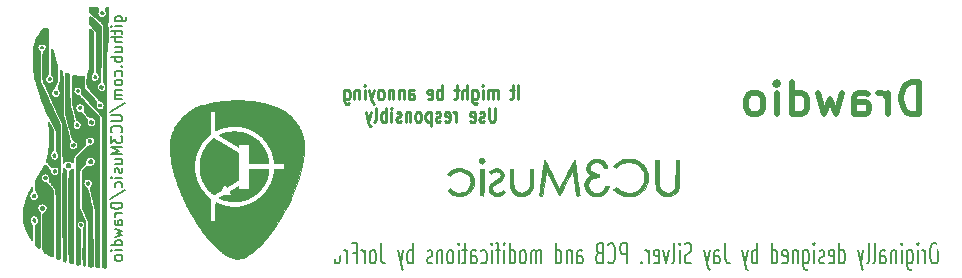
<source format=gbo>
G04 #@! TF.FileFunction,Legend,Bot*
%FSLAX46Y46*%
G04 Gerber Fmt 4.6, Leading zero omitted, Abs format (unit mm)*
G04 Created by KiCad (PCBNEW 4.0.2+dfsg1-stable) date vie 27 ene 2017 14:36:25 CET*
%MOMM*%
G01*
G04 APERTURE LIST*
%ADD10C,0.150000*%
%ADD11C,0.500000*%
%ADD12C,0.225000*%
%ADD13C,0.200000*%
%ADD14C,0.010000*%
%ADD15C,0.100000*%
%ADD16O,4.500000X3.000000*%
%ADD17O,3.000000X7.000000*%
%ADD18O,1.200000X1.200000*%
%ADD19O,2.500000X2.500000*%
%ADD20O,1.600000X3.000000*%
%ADD21O,1.397000X2.300000*%
%ADD22R,1.998980X1.998980*%
%ADD23O,2.000000X2.800000*%
%ADD24R,1.500000X2.000000*%
%ADD25O,1.500000X2.000000*%
%ADD26O,2.200000X1.200000*%
%ADD27O,1.524000X2.300000*%
%ADD28O,2.300000X1.524000*%
G04 APERTURE END LIST*
D10*
D11*
X29362285Y1420171D02*
X29362285Y4120171D01*
X28719428Y4120171D01*
X28333713Y3991600D01*
X28076571Y3734457D01*
X27947999Y3477314D01*
X27819428Y2963029D01*
X27819428Y2577314D01*
X27947999Y2063029D01*
X28076571Y1805886D01*
X28333713Y1548743D01*
X28719428Y1420171D01*
X29362285Y1420171D01*
X26662285Y1420171D02*
X26662285Y3220171D01*
X26662285Y2705886D02*
X26533713Y2963029D01*
X26405142Y3091600D01*
X26147999Y3220171D01*
X25890856Y3220171D01*
X23833713Y1420171D02*
X23833713Y2834457D01*
X23962284Y3091600D01*
X24219427Y3220171D01*
X24733713Y3220171D01*
X24990856Y3091600D01*
X23833713Y1548743D02*
X24090856Y1420171D01*
X24733713Y1420171D01*
X24990856Y1548743D01*
X25119427Y1805886D01*
X25119427Y2063029D01*
X24990856Y2320171D01*
X24733713Y2448743D01*
X24090856Y2448743D01*
X23833713Y2577314D01*
X22805142Y3220171D02*
X22290856Y1420171D01*
X21776570Y2705886D01*
X21262285Y1420171D01*
X20747999Y3220171D01*
X18562285Y1420171D02*
X18562285Y4120171D01*
X18562285Y1548743D02*
X18819428Y1420171D01*
X19333714Y1420171D01*
X19590856Y1548743D01*
X19719428Y1677314D01*
X19847999Y1934457D01*
X19847999Y2705886D01*
X19719428Y2963029D01*
X19590856Y3091600D01*
X19333714Y3220171D01*
X18819428Y3220171D01*
X18562285Y3091600D01*
X17276571Y1420171D02*
X17276571Y3220171D01*
X17276571Y4120171D02*
X17405142Y3991600D01*
X17276571Y3863029D01*
X17147999Y3991600D01*
X17276571Y4120171D01*
X17276571Y3863029D01*
X15605143Y1420171D02*
X15862285Y1548743D01*
X15990857Y1677314D01*
X16119428Y1934457D01*
X16119428Y2705886D01*
X15990857Y2963029D01*
X15862285Y3091600D01*
X15605143Y3220171D01*
X15219428Y3220171D01*
X14962285Y3091600D01*
X14833714Y2963029D01*
X14705143Y2705886D01*
X14705143Y1934457D01*
X14833714Y1677314D01*
X14962285Y1548743D01*
X15219428Y1420171D01*
X15605143Y1420171D01*
D12*
X-4637607Y2670243D02*
X-4637607Y3870243D01*
X-4954274Y3470243D02*
X-5316179Y3470243D01*
X-5089988Y3870243D02*
X-5089988Y2841671D01*
X-5135227Y2727386D01*
X-5225703Y2670243D01*
X-5316179Y2670243D01*
X-6356655Y2670243D02*
X-6356655Y3470243D01*
X-6356655Y3355957D02*
X-6401894Y3413100D01*
X-6492370Y3470243D01*
X-6628084Y3470243D01*
X-6718560Y3413100D01*
X-6763798Y3298814D01*
X-6763798Y2670243D01*
X-6763798Y3298814D02*
X-6809036Y3413100D01*
X-6899513Y3470243D01*
X-7035227Y3470243D01*
X-7125703Y3413100D01*
X-7170941Y3298814D01*
X-7170941Y2670243D01*
X-7623322Y2670243D02*
X-7623322Y3470243D01*
X-7623322Y3870243D02*
X-7578084Y3813100D01*
X-7623322Y3755957D01*
X-7668561Y3813100D01*
X-7623322Y3870243D01*
X-7623322Y3755957D01*
X-8482846Y3470243D02*
X-8482846Y2498814D01*
X-8437608Y2384529D01*
X-8392370Y2327386D01*
X-8301894Y2270243D01*
X-8166180Y2270243D01*
X-8075703Y2327386D01*
X-8482846Y2727386D02*
X-8392370Y2670243D01*
X-8211418Y2670243D01*
X-8120942Y2727386D01*
X-8075703Y2784529D01*
X-8030465Y2898814D01*
X-8030465Y3241671D01*
X-8075703Y3355957D01*
X-8120942Y3413100D01*
X-8211418Y3470243D01*
X-8392370Y3470243D01*
X-8482846Y3413100D01*
X-8935227Y2670243D02*
X-8935227Y3870243D01*
X-9342370Y2670243D02*
X-9342370Y3298814D01*
X-9297132Y3413100D01*
X-9206656Y3470243D01*
X-9070942Y3470243D01*
X-8980466Y3413100D01*
X-8935227Y3355957D01*
X-9659037Y3470243D02*
X-10020942Y3470243D01*
X-9794751Y3870243D02*
X-9794751Y2841671D01*
X-9839990Y2727386D01*
X-9930466Y2670243D01*
X-10020942Y2670243D01*
X-11061418Y2670243D02*
X-11061418Y3870243D01*
X-11061418Y3413100D02*
X-11151895Y3470243D01*
X-11332847Y3470243D01*
X-11423323Y3413100D01*
X-11468561Y3355957D01*
X-11513799Y3241671D01*
X-11513799Y2898814D01*
X-11468561Y2784529D01*
X-11423323Y2727386D01*
X-11332847Y2670243D01*
X-11151895Y2670243D01*
X-11061418Y2727386D01*
X-12282847Y2727386D02*
X-12192371Y2670243D01*
X-12011419Y2670243D01*
X-11920942Y2727386D01*
X-11875704Y2841671D01*
X-11875704Y3298814D01*
X-11920942Y3413100D01*
X-12011419Y3470243D01*
X-12192371Y3470243D01*
X-12282847Y3413100D01*
X-12328085Y3298814D01*
X-12328085Y3184529D01*
X-11875704Y3070243D01*
X-13866181Y2670243D02*
X-13866181Y3298814D01*
X-13820943Y3413100D01*
X-13730467Y3470243D01*
X-13549515Y3470243D01*
X-13459038Y3413100D01*
X-13866181Y2727386D02*
X-13775705Y2670243D01*
X-13549515Y2670243D01*
X-13459038Y2727386D01*
X-13413800Y2841671D01*
X-13413800Y2955957D01*
X-13459038Y3070243D01*
X-13549515Y3127386D01*
X-13775705Y3127386D01*
X-13866181Y3184529D01*
X-14318562Y3470243D02*
X-14318562Y2670243D01*
X-14318562Y3355957D02*
X-14363801Y3413100D01*
X-14454277Y3470243D01*
X-14589991Y3470243D01*
X-14680467Y3413100D01*
X-14725705Y3298814D01*
X-14725705Y2670243D01*
X-15178086Y3470243D02*
X-15178086Y2670243D01*
X-15178086Y3355957D02*
X-15223325Y3413100D01*
X-15313801Y3470243D01*
X-15449515Y3470243D01*
X-15539991Y3413100D01*
X-15585229Y3298814D01*
X-15585229Y2670243D01*
X-16173325Y2670243D02*
X-16082849Y2727386D01*
X-16037610Y2784529D01*
X-15992372Y2898814D01*
X-15992372Y3241671D01*
X-16037610Y3355957D01*
X-16082849Y3413100D01*
X-16173325Y3470243D01*
X-16309039Y3470243D01*
X-16399515Y3413100D01*
X-16444753Y3355957D01*
X-16489991Y3241671D01*
X-16489991Y2898814D01*
X-16444753Y2784529D01*
X-16399515Y2727386D01*
X-16309039Y2670243D01*
X-16173325Y2670243D01*
X-16806658Y3470243D02*
X-17032849Y2670243D01*
X-17259039Y3470243D02*
X-17032849Y2670243D01*
X-16942373Y2384529D01*
X-16897134Y2327386D01*
X-16806658Y2270243D01*
X-17620944Y2670243D02*
X-17620944Y3470243D01*
X-17620944Y3870243D02*
X-17575706Y3813100D01*
X-17620944Y3755957D01*
X-17666183Y3813100D01*
X-17620944Y3870243D01*
X-17620944Y3755957D01*
X-18073325Y3470243D02*
X-18073325Y2670243D01*
X-18073325Y3355957D02*
X-18118564Y3413100D01*
X-18209040Y3470243D01*
X-18344754Y3470243D01*
X-18435230Y3413100D01*
X-18480468Y3298814D01*
X-18480468Y2670243D01*
X-19339992Y3470243D02*
X-19339992Y2498814D01*
X-19294754Y2384529D01*
X-19249516Y2327386D01*
X-19159040Y2270243D01*
X-19023326Y2270243D01*
X-18932849Y2327386D01*
X-19339992Y2727386D02*
X-19249516Y2670243D01*
X-19068564Y2670243D01*
X-18978088Y2727386D01*
X-18932849Y2784529D01*
X-18887611Y2898814D01*
X-18887611Y3241671D01*
X-18932849Y3355957D01*
X-18978088Y3413100D01*
X-19068564Y3470243D01*
X-19249516Y3470243D01*
X-19339992Y3413100D01*
X-6537608Y1965243D02*
X-6537608Y993814D01*
X-6582847Y879529D01*
X-6628085Y822386D01*
X-6718561Y765243D01*
X-6899513Y765243D01*
X-6989989Y822386D01*
X-7035228Y879529D01*
X-7080466Y993814D01*
X-7080466Y1965243D01*
X-7487608Y822386D02*
X-7578085Y765243D01*
X-7759037Y765243D01*
X-7849513Y822386D01*
X-7894751Y936671D01*
X-7894751Y993814D01*
X-7849513Y1108100D01*
X-7759037Y1165243D01*
X-7623323Y1165243D01*
X-7532846Y1222386D01*
X-7487608Y1336671D01*
X-7487608Y1393814D01*
X-7532846Y1508100D01*
X-7623323Y1565243D01*
X-7759037Y1565243D01*
X-7849513Y1508100D01*
X-8663799Y822386D02*
X-8573323Y765243D01*
X-8392371Y765243D01*
X-8301894Y822386D01*
X-8256656Y936671D01*
X-8256656Y1393814D01*
X-8301894Y1508100D01*
X-8392371Y1565243D01*
X-8573323Y1565243D01*
X-8663799Y1508100D01*
X-8709037Y1393814D01*
X-8709037Y1279529D01*
X-8256656Y1165243D01*
X-9839990Y765243D02*
X-9839990Y1565243D01*
X-9839990Y1336671D02*
X-9885229Y1450957D01*
X-9930467Y1508100D01*
X-10020943Y1565243D01*
X-10111419Y1565243D01*
X-10789990Y822386D02*
X-10699514Y765243D01*
X-10518562Y765243D01*
X-10428085Y822386D01*
X-10382847Y936671D01*
X-10382847Y1393814D01*
X-10428085Y1508100D01*
X-10518562Y1565243D01*
X-10699514Y1565243D01*
X-10789990Y1508100D01*
X-10835228Y1393814D01*
X-10835228Y1279529D01*
X-10382847Y1165243D01*
X-11197133Y822386D02*
X-11287610Y765243D01*
X-11468562Y765243D01*
X-11559038Y822386D01*
X-11604276Y936671D01*
X-11604276Y993814D01*
X-11559038Y1108100D01*
X-11468562Y1165243D01*
X-11332848Y1165243D01*
X-11242371Y1222386D01*
X-11197133Y1336671D01*
X-11197133Y1393814D01*
X-11242371Y1508100D01*
X-11332848Y1565243D01*
X-11468562Y1565243D01*
X-11559038Y1508100D01*
X-12011419Y1565243D02*
X-12011419Y365243D01*
X-12011419Y1508100D02*
X-12101896Y1565243D01*
X-12282848Y1565243D01*
X-12373324Y1508100D01*
X-12418562Y1450957D01*
X-12463800Y1336671D01*
X-12463800Y993814D01*
X-12418562Y879529D01*
X-12373324Y822386D01*
X-12282848Y765243D01*
X-12101896Y765243D01*
X-12011419Y822386D01*
X-13006658Y765243D02*
X-12916182Y822386D01*
X-12870943Y879529D01*
X-12825705Y993814D01*
X-12825705Y1336671D01*
X-12870943Y1450957D01*
X-12916182Y1508100D01*
X-13006658Y1565243D01*
X-13142372Y1565243D01*
X-13232848Y1508100D01*
X-13278086Y1450957D01*
X-13323324Y1336671D01*
X-13323324Y993814D01*
X-13278086Y879529D01*
X-13232848Y822386D01*
X-13142372Y765243D01*
X-13006658Y765243D01*
X-13730467Y1565243D02*
X-13730467Y765243D01*
X-13730467Y1450957D02*
X-13775706Y1508100D01*
X-13866182Y1565243D01*
X-14001896Y1565243D01*
X-14092372Y1508100D01*
X-14137610Y1393814D01*
X-14137610Y765243D01*
X-14544753Y822386D02*
X-14635230Y765243D01*
X-14816182Y765243D01*
X-14906658Y822386D01*
X-14951896Y936671D01*
X-14951896Y993814D01*
X-14906658Y1108100D01*
X-14816182Y1165243D01*
X-14680468Y1165243D01*
X-14589991Y1222386D01*
X-14544753Y1336671D01*
X-14544753Y1393814D01*
X-14589991Y1508100D01*
X-14680468Y1565243D01*
X-14816182Y1565243D01*
X-14906658Y1508100D01*
X-15359039Y765243D02*
X-15359039Y1565243D01*
X-15359039Y1965243D02*
X-15313801Y1908100D01*
X-15359039Y1850957D01*
X-15404278Y1908100D01*
X-15359039Y1965243D01*
X-15359039Y1850957D01*
X-15811420Y765243D02*
X-15811420Y1965243D01*
X-15811420Y1508100D02*
X-15901897Y1565243D01*
X-16082849Y1565243D01*
X-16173325Y1508100D01*
X-16218563Y1450957D01*
X-16263801Y1336671D01*
X-16263801Y993814D01*
X-16218563Y879529D01*
X-16173325Y822386D01*
X-16082849Y765243D01*
X-15901897Y765243D01*
X-15811420Y822386D01*
X-16806659Y765243D02*
X-16716183Y822386D01*
X-16670944Y936671D01*
X-16670944Y1965243D01*
X-17078087Y1565243D02*
X-17304278Y765243D01*
X-17530468Y1565243D02*
X-17304278Y765243D01*
X-17213802Y479529D01*
X-17168563Y422386D01*
X-17078087Y365243D01*
D13*
X-38784286Y9286429D02*
X-37974762Y9286429D01*
X-37879524Y9329286D01*
X-37831905Y9372143D01*
X-37784286Y9457858D01*
X-37784286Y9586429D01*
X-37831905Y9672143D01*
X-38165238Y9286429D02*
X-38117619Y9372143D01*
X-38117619Y9543572D01*
X-38165238Y9629286D01*
X-38212857Y9672143D01*
X-38308095Y9715000D01*
X-38593810Y9715000D01*
X-38689048Y9672143D01*
X-38736667Y9629286D01*
X-38784286Y9543572D01*
X-38784286Y9372143D01*
X-38736667Y9286429D01*
X-38117619Y8857857D02*
X-38784286Y8857857D01*
X-39117619Y8857857D02*
X-39070000Y8900714D01*
X-39022381Y8857857D01*
X-39070000Y8815000D01*
X-39117619Y8857857D01*
X-39022381Y8857857D01*
X-38784286Y8557858D02*
X-38784286Y8215001D01*
X-39117619Y8429286D02*
X-38260476Y8429286D01*
X-38165238Y8386429D01*
X-38117619Y8300715D01*
X-38117619Y8215001D01*
X-38117619Y7915000D02*
X-39117619Y7915000D01*
X-38117619Y7529286D02*
X-38641429Y7529286D01*
X-38736667Y7572143D01*
X-38784286Y7657857D01*
X-38784286Y7786429D01*
X-38736667Y7872143D01*
X-38689048Y7915000D01*
X-38784286Y6715000D02*
X-38117619Y6715000D01*
X-38784286Y7100714D02*
X-38260476Y7100714D01*
X-38165238Y7057857D01*
X-38117619Y6972143D01*
X-38117619Y6843571D01*
X-38165238Y6757857D01*
X-38212857Y6715000D01*
X-38117619Y6286428D02*
X-39117619Y6286428D01*
X-38736667Y6286428D02*
X-38784286Y6200714D01*
X-38784286Y6029285D01*
X-38736667Y5943571D01*
X-38689048Y5900714D01*
X-38593810Y5857857D01*
X-38308095Y5857857D01*
X-38212857Y5900714D01*
X-38165238Y5943571D01*
X-38117619Y6029285D01*
X-38117619Y6200714D01*
X-38165238Y6286428D01*
X-38212857Y5472142D02*
X-38165238Y5429285D01*
X-38117619Y5472142D01*
X-38165238Y5514999D01*
X-38212857Y5472142D01*
X-38117619Y5472142D01*
X-38165238Y4657857D02*
X-38117619Y4743571D01*
X-38117619Y4915000D01*
X-38165238Y5000714D01*
X-38212857Y5043571D01*
X-38308095Y5086428D01*
X-38593810Y5086428D01*
X-38689048Y5043571D01*
X-38736667Y5000714D01*
X-38784286Y4915000D01*
X-38784286Y4743571D01*
X-38736667Y4657857D01*
X-38117619Y4143571D02*
X-38165238Y4229285D01*
X-38212857Y4272142D01*
X-38308095Y4314999D01*
X-38593810Y4314999D01*
X-38689048Y4272142D01*
X-38736667Y4229285D01*
X-38784286Y4143571D01*
X-38784286Y4014999D01*
X-38736667Y3929285D01*
X-38689048Y3886428D01*
X-38593810Y3843571D01*
X-38308095Y3843571D01*
X-38212857Y3886428D01*
X-38165238Y3929285D01*
X-38117619Y4014999D01*
X-38117619Y4143571D01*
X-38117619Y3457856D02*
X-38784286Y3457856D01*
X-38689048Y3457856D02*
X-38736667Y3414999D01*
X-38784286Y3329285D01*
X-38784286Y3200713D01*
X-38736667Y3114999D01*
X-38641429Y3072142D01*
X-38117619Y3072142D01*
X-38641429Y3072142D02*
X-38736667Y3029285D01*
X-38784286Y2943571D01*
X-38784286Y2814999D01*
X-38736667Y2729285D01*
X-38641429Y2686428D01*
X-38117619Y2686428D01*
X-39165238Y1614999D02*
X-37879524Y2386428D01*
X-39117619Y1314999D02*
X-38308095Y1314999D01*
X-38212857Y1272142D01*
X-38165238Y1229285D01*
X-38117619Y1143571D01*
X-38117619Y972142D01*
X-38165238Y886428D01*
X-38212857Y843571D01*
X-38308095Y800714D01*
X-39117619Y800714D01*
X-38212857Y-142143D02*
X-38165238Y-99286D01*
X-38117619Y29285D01*
X-38117619Y114999D01*
X-38165238Y243571D01*
X-38260476Y329285D01*
X-38355714Y372142D01*
X-38546190Y414999D01*
X-38689048Y414999D01*
X-38879524Y372142D01*
X-38974762Y329285D01*
X-39070000Y243571D01*
X-39117619Y114999D01*
X-39117619Y29285D01*
X-39070000Y-99286D01*
X-39022381Y-142143D01*
X-39117619Y-442143D02*
X-39117619Y-999286D01*
X-38736667Y-699286D01*
X-38736667Y-827858D01*
X-38689048Y-913572D01*
X-38641429Y-956429D01*
X-38546190Y-999286D01*
X-38308095Y-999286D01*
X-38212857Y-956429D01*
X-38165238Y-913572D01*
X-38117619Y-827858D01*
X-38117619Y-570715D01*
X-38165238Y-485001D01*
X-38212857Y-442143D01*
X-38117619Y-1385001D02*
X-39117619Y-1385001D01*
X-38403333Y-1685001D01*
X-39117619Y-1985001D01*
X-38117619Y-1985001D01*
X-38784286Y-2799286D02*
X-38117619Y-2799286D01*
X-38784286Y-2413572D02*
X-38260476Y-2413572D01*
X-38165238Y-2456429D01*
X-38117619Y-2542143D01*
X-38117619Y-2670715D01*
X-38165238Y-2756429D01*
X-38212857Y-2799286D01*
X-38165238Y-3185001D02*
X-38117619Y-3270715D01*
X-38117619Y-3442143D01*
X-38165238Y-3527858D01*
X-38260476Y-3570715D01*
X-38308095Y-3570715D01*
X-38403333Y-3527858D01*
X-38450952Y-3442143D01*
X-38450952Y-3313572D01*
X-38498571Y-3227858D01*
X-38593810Y-3185001D01*
X-38641429Y-3185001D01*
X-38736667Y-3227858D01*
X-38784286Y-3313572D01*
X-38784286Y-3442143D01*
X-38736667Y-3527858D01*
X-38117619Y-3956429D02*
X-38784286Y-3956429D01*
X-39117619Y-3956429D02*
X-39070000Y-3913572D01*
X-39022381Y-3956429D01*
X-39070000Y-3999286D01*
X-39117619Y-3956429D01*
X-39022381Y-3956429D01*
X-38165238Y-4770714D02*
X-38117619Y-4685000D01*
X-38117619Y-4513571D01*
X-38165238Y-4427857D01*
X-38212857Y-4385000D01*
X-38308095Y-4342143D01*
X-38593810Y-4342143D01*
X-38689048Y-4385000D01*
X-38736667Y-4427857D01*
X-38784286Y-4513571D01*
X-38784286Y-4685000D01*
X-38736667Y-4770714D01*
X-39165238Y-5799286D02*
X-37879524Y-5027857D01*
X-38117619Y-6099286D02*
X-39117619Y-6099286D01*
X-39117619Y-6313571D01*
X-39070000Y-6442143D01*
X-38974762Y-6527857D01*
X-38879524Y-6570714D01*
X-38689048Y-6613571D01*
X-38546190Y-6613571D01*
X-38355714Y-6570714D01*
X-38260476Y-6527857D01*
X-38165238Y-6442143D01*
X-38117619Y-6313571D01*
X-38117619Y-6099286D01*
X-38117619Y-6999286D02*
X-38784286Y-6999286D01*
X-38593810Y-6999286D02*
X-38689048Y-7042143D01*
X-38736667Y-7085000D01*
X-38784286Y-7170714D01*
X-38784286Y-7256429D01*
X-38117619Y-7942143D02*
X-38641429Y-7942143D01*
X-38736667Y-7899286D01*
X-38784286Y-7813572D01*
X-38784286Y-7642143D01*
X-38736667Y-7556429D01*
X-38165238Y-7942143D02*
X-38117619Y-7856429D01*
X-38117619Y-7642143D01*
X-38165238Y-7556429D01*
X-38260476Y-7513572D01*
X-38355714Y-7513572D01*
X-38450952Y-7556429D01*
X-38498571Y-7642143D01*
X-38498571Y-7856429D01*
X-38546190Y-7942143D01*
X-38784286Y-8285000D02*
X-38117619Y-8456429D01*
X-38593810Y-8627858D01*
X-38117619Y-8799286D01*
X-38784286Y-8970715D01*
X-38117619Y-9699286D02*
X-39117619Y-9699286D01*
X-38165238Y-9699286D02*
X-38117619Y-9613572D01*
X-38117619Y-9442143D01*
X-38165238Y-9356429D01*
X-38212857Y-9313572D01*
X-38308095Y-9270715D01*
X-38593810Y-9270715D01*
X-38689048Y-9313572D01*
X-38736667Y-9356429D01*
X-38784286Y-9442143D01*
X-38784286Y-9613572D01*
X-38736667Y-9699286D01*
X-38117619Y-10127858D02*
X-38784286Y-10127858D01*
X-39117619Y-10127858D02*
X-39070000Y-10085001D01*
X-39022381Y-10127858D01*
X-39070000Y-10170715D01*
X-39117619Y-10127858D01*
X-39022381Y-10127858D01*
X-38117619Y-10685000D02*
X-38165238Y-10599286D01*
X-38212857Y-10556429D01*
X-38308095Y-10513572D01*
X-38593810Y-10513572D01*
X-38689048Y-10556429D01*
X-38736667Y-10599286D01*
X-38784286Y-10685000D01*
X-38784286Y-10813572D01*
X-38736667Y-10899286D01*
X-38689048Y-10942143D01*
X-38593810Y-10985000D01*
X-38308095Y-10985000D01*
X-38212857Y-10942143D01*
X-38165238Y-10899286D01*
X-38117619Y-10813572D01*
X-38117619Y-10685000D01*
X30718137Y-9533848D02*
X30527660Y-9533848D01*
X30432422Y-9614800D01*
X30337184Y-9776705D01*
X30289565Y-10100514D01*
X30289565Y-10667181D01*
X30337184Y-10990990D01*
X30432422Y-11152895D01*
X30527660Y-11233848D01*
X30718137Y-11233848D01*
X30813375Y-11152895D01*
X30908613Y-10990990D01*
X30956232Y-10667181D01*
X30956232Y-10100514D01*
X30908613Y-9776705D01*
X30813375Y-9614800D01*
X30718137Y-9533848D01*
X29860994Y-11233848D02*
X29860994Y-10100514D01*
X29860994Y-10424324D02*
X29813375Y-10262419D01*
X29765756Y-10181467D01*
X29670518Y-10100514D01*
X29575279Y-10100514D01*
X29241946Y-11233848D02*
X29241946Y-10100514D01*
X29241946Y-9533848D02*
X29289565Y-9614800D01*
X29241946Y-9695752D01*
X29194327Y-9614800D01*
X29241946Y-9533848D01*
X29241946Y-9695752D01*
X28337184Y-10100514D02*
X28337184Y-11476705D01*
X28384803Y-11638610D01*
X28432422Y-11719562D01*
X28527661Y-11800514D01*
X28670518Y-11800514D01*
X28765756Y-11719562D01*
X28337184Y-11152895D02*
X28432422Y-11233848D01*
X28622899Y-11233848D01*
X28718137Y-11152895D01*
X28765756Y-11071943D01*
X28813375Y-10910038D01*
X28813375Y-10424324D01*
X28765756Y-10262419D01*
X28718137Y-10181467D01*
X28622899Y-10100514D01*
X28432422Y-10100514D01*
X28337184Y-10181467D01*
X27860994Y-11233848D02*
X27860994Y-10100514D01*
X27860994Y-9533848D02*
X27908613Y-9614800D01*
X27860994Y-9695752D01*
X27813375Y-9614800D01*
X27860994Y-9533848D01*
X27860994Y-9695752D01*
X27384804Y-10100514D02*
X27384804Y-11233848D01*
X27384804Y-10262419D02*
X27337185Y-10181467D01*
X27241947Y-10100514D01*
X27099089Y-10100514D01*
X27003851Y-10181467D01*
X26956232Y-10343371D01*
X26956232Y-11233848D01*
X26051470Y-11233848D02*
X26051470Y-10343371D01*
X26099089Y-10181467D01*
X26194327Y-10100514D01*
X26384804Y-10100514D01*
X26480042Y-10181467D01*
X26051470Y-11152895D02*
X26146708Y-11233848D01*
X26384804Y-11233848D01*
X26480042Y-11152895D01*
X26527661Y-10990990D01*
X26527661Y-10829086D01*
X26480042Y-10667181D01*
X26384804Y-10586229D01*
X26146708Y-10586229D01*
X26051470Y-10505276D01*
X25432423Y-11233848D02*
X25527661Y-11152895D01*
X25575280Y-10990990D01*
X25575280Y-9533848D01*
X24908613Y-11233848D02*
X25003851Y-11152895D01*
X25051470Y-10990990D01*
X25051470Y-9533848D01*
X24622898Y-10100514D02*
X24384803Y-11233848D01*
X24146707Y-10100514D02*
X24384803Y-11233848D01*
X24480041Y-11638610D01*
X24527660Y-11719562D01*
X24622898Y-11800514D01*
X22575278Y-11233848D02*
X22575278Y-9533848D01*
X22575278Y-11152895D02*
X22670516Y-11233848D01*
X22860993Y-11233848D01*
X22956231Y-11152895D01*
X23003850Y-11071943D01*
X23051469Y-10910038D01*
X23051469Y-10424324D01*
X23003850Y-10262419D01*
X22956231Y-10181467D01*
X22860993Y-10100514D01*
X22670516Y-10100514D01*
X22575278Y-10181467D01*
X21718135Y-11152895D02*
X21813373Y-11233848D01*
X22003850Y-11233848D01*
X22099088Y-11152895D01*
X22146707Y-10990990D01*
X22146707Y-10343371D01*
X22099088Y-10181467D01*
X22003850Y-10100514D01*
X21813373Y-10100514D01*
X21718135Y-10181467D01*
X21670516Y-10343371D01*
X21670516Y-10505276D01*
X22146707Y-10667181D01*
X21289564Y-11152895D02*
X21194326Y-11233848D01*
X21003850Y-11233848D01*
X20908611Y-11152895D01*
X20860992Y-10990990D01*
X20860992Y-10910038D01*
X20908611Y-10748133D01*
X21003850Y-10667181D01*
X21146707Y-10667181D01*
X21241945Y-10586229D01*
X21289564Y-10424324D01*
X21289564Y-10343371D01*
X21241945Y-10181467D01*
X21146707Y-10100514D01*
X21003850Y-10100514D01*
X20908611Y-10181467D01*
X20432421Y-11233848D02*
X20432421Y-10100514D01*
X20432421Y-9533848D02*
X20480040Y-9614800D01*
X20432421Y-9695752D01*
X20384802Y-9614800D01*
X20432421Y-9533848D01*
X20432421Y-9695752D01*
X19527659Y-10100514D02*
X19527659Y-11476705D01*
X19575278Y-11638610D01*
X19622897Y-11719562D01*
X19718136Y-11800514D01*
X19860993Y-11800514D01*
X19956231Y-11719562D01*
X19527659Y-11152895D02*
X19622897Y-11233848D01*
X19813374Y-11233848D01*
X19908612Y-11152895D01*
X19956231Y-11071943D01*
X20003850Y-10910038D01*
X20003850Y-10424324D01*
X19956231Y-10262419D01*
X19908612Y-10181467D01*
X19813374Y-10100514D01*
X19622897Y-10100514D01*
X19527659Y-10181467D01*
X19051469Y-10100514D02*
X19051469Y-11233848D01*
X19051469Y-10262419D02*
X19003850Y-10181467D01*
X18908612Y-10100514D01*
X18765754Y-10100514D01*
X18670516Y-10181467D01*
X18622897Y-10343371D01*
X18622897Y-11233848D01*
X17765754Y-11152895D02*
X17860992Y-11233848D01*
X18051469Y-11233848D01*
X18146707Y-11152895D01*
X18194326Y-10990990D01*
X18194326Y-10343371D01*
X18146707Y-10181467D01*
X18051469Y-10100514D01*
X17860992Y-10100514D01*
X17765754Y-10181467D01*
X17718135Y-10343371D01*
X17718135Y-10505276D01*
X18194326Y-10667181D01*
X16860992Y-11233848D02*
X16860992Y-9533848D01*
X16860992Y-11152895D02*
X16956230Y-11233848D01*
X17146707Y-11233848D01*
X17241945Y-11152895D01*
X17289564Y-11071943D01*
X17337183Y-10910038D01*
X17337183Y-10424324D01*
X17289564Y-10262419D01*
X17241945Y-10181467D01*
X17146707Y-10100514D01*
X16956230Y-10100514D01*
X16860992Y-10181467D01*
X15622897Y-11233848D02*
X15622897Y-9533848D01*
X15622897Y-10181467D02*
X15527659Y-10100514D01*
X15337182Y-10100514D01*
X15241944Y-10181467D01*
X15194325Y-10262419D01*
X15146706Y-10424324D01*
X15146706Y-10910038D01*
X15194325Y-11071943D01*
X15241944Y-11152895D01*
X15337182Y-11233848D01*
X15527659Y-11233848D01*
X15622897Y-11152895D01*
X14813373Y-10100514D02*
X14575278Y-11233848D01*
X14337182Y-10100514D02*
X14575278Y-11233848D01*
X14670516Y-11638610D01*
X14718135Y-11719562D01*
X14813373Y-11800514D01*
X12908610Y-9533848D02*
X12908610Y-10748133D01*
X12956230Y-10990990D01*
X13051468Y-11152895D01*
X13194325Y-11233848D01*
X13289563Y-11233848D01*
X12003848Y-11233848D02*
X12003848Y-10343371D01*
X12051467Y-10181467D01*
X12146705Y-10100514D01*
X12337182Y-10100514D01*
X12432420Y-10181467D01*
X12003848Y-11152895D02*
X12099086Y-11233848D01*
X12337182Y-11233848D01*
X12432420Y-11152895D01*
X12480039Y-10990990D01*
X12480039Y-10829086D01*
X12432420Y-10667181D01*
X12337182Y-10586229D01*
X12099086Y-10586229D01*
X12003848Y-10505276D01*
X11622896Y-10100514D02*
X11384801Y-11233848D01*
X11146705Y-10100514D02*
X11384801Y-11233848D01*
X11480039Y-11638610D01*
X11527658Y-11719562D01*
X11622896Y-11800514D01*
X10051467Y-11152895D02*
X9908610Y-11233848D01*
X9670514Y-11233848D01*
X9575276Y-11152895D01*
X9527657Y-11071943D01*
X9480038Y-10910038D01*
X9480038Y-10748133D01*
X9527657Y-10586229D01*
X9575276Y-10505276D01*
X9670514Y-10424324D01*
X9860991Y-10343371D01*
X9956229Y-10262419D01*
X10003848Y-10181467D01*
X10051467Y-10019562D01*
X10051467Y-9857657D01*
X10003848Y-9695752D01*
X9956229Y-9614800D01*
X9860991Y-9533848D01*
X9622895Y-9533848D01*
X9480038Y-9614800D01*
X9051467Y-11233848D02*
X9051467Y-10100514D01*
X9051467Y-9533848D02*
X9099086Y-9614800D01*
X9051467Y-9695752D01*
X9003848Y-9614800D01*
X9051467Y-9533848D01*
X9051467Y-9695752D01*
X8432420Y-11233848D02*
X8527658Y-11152895D01*
X8575277Y-10990990D01*
X8575277Y-9533848D01*
X8146705Y-10100514D02*
X7908610Y-11233848D01*
X7670514Y-10100514D01*
X6908609Y-11152895D02*
X7003847Y-11233848D01*
X7194324Y-11233848D01*
X7289562Y-11152895D01*
X7337181Y-10990990D01*
X7337181Y-10343371D01*
X7289562Y-10181467D01*
X7194324Y-10100514D01*
X7003847Y-10100514D01*
X6908609Y-10181467D01*
X6860990Y-10343371D01*
X6860990Y-10505276D01*
X7337181Y-10667181D01*
X6432419Y-11233848D02*
X6432419Y-10100514D01*
X6432419Y-10424324D02*
X6384800Y-10262419D01*
X6337181Y-10181467D01*
X6241943Y-10100514D01*
X6146704Y-10100514D01*
X5813371Y-11071943D02*
X5765752Y-11152895D01*
X5813371Y-11233848D01*
X5860990Y-11152895D01*
X5813371Y-11071943D01*
X5813371Y-11233848D01*
X4575276Y-11233848D02*
X4575276Y-9533848D01*
X4194323Y-9533848D01*
X4099085Y-9614800D01*
X4051466Y-9695752D01*
X4003847Y-9857657D01*
X4003847Y-10100514D01*
X4051466Y-10262419D01*
X4099085Y-10343371D01*
X4194323Y-10424324D01*
X4575276Y-10424324D01*
X3003847Y-11071943D02*
X3051466Y-11152895D01*
X3194323Y-11233848D01*
X3289561Y-11233848D01*
X3432419Y-11152895D01*
X3527657Y-10990990D01*
X3575276Y-10829086D01*
X3622895Y-10505276D01*
X3622895Y-10262419D01*
X3575276Y-9938610D01*
X3527657Y-9776705D01*
X3432419Y-9614800D01*
X3289561Y-9533848D01*
X3194323Y-9533848D01*
X3051466Y-9614800D01*
X3003847Y-9695752D01*
X2241942Y-10343371D02*
X2099085Y-10424324D01*
X2051466Y-10505276D01*
X2003847Y-10667181D01*
X2003847Y-10910038D01*
X2051466Y-11071943D01*
X2099085Y-11152895D01*
X2194323Y-11233848D01*
X2575276Y-11233848D01*
X2575276Y-9533848D01*
X2241942Y-9533848D01*
X2146704Y-9614800D01*
X2099085Y-9695752D01*
X2051466Y-9857657D01*
X2051466Y-10019562D01*
X2099085Y-10181467D01*
X2146704Y-10262419D01*
X2241942Y-10343371D01*
X2575276Y-10343371D01*
X384799Y-11233848D02*
X384799Y-10343371D01*
X432418Y-10181467D01*
X527656Y-10100514D01*
X718133Y-10100514D01*
X813371Y-10181467D01*
X384799Y-11152895D02*
X480037Y-11233848D01*
X718133Y-11233848D01*
X813371Y-11152895D01*
X860990Y-10990990D01*
X860990Y-10829086D01*
X813371Y-10667181D01*
X718133Y-10586229D01*
X480037Y-10586229D01*
X384799Y-10505276D01*
X-91391Y-10100514D02*
X-91391Y-11233848D01*
X-91391Y-10262419D02*
X-139010Y-10181467D01*
X-234248Y-10100514D01*
X-377106Y-10100514D01*
X-472344Y-10181467D01*
X-519963Y-10343371D01*
X-519963Y-11233848D01*
X-1424725Y-11233848D02*
X-1424725Y-9533848D01*
X-1424725Y-11152895D02*
X-1329487Y-11233848D01*
X-1139010Y-11233848D01*
X-1043772Y-11152895D01*
X-996153Y-11071943D01*
X-948534Y-10910038D01*
X-948534Y-10424324D01*
X-996153Y-10262419D01*
X-1043772Y-10181467D01*
X-1139010Y-10100514D01*
X-1329487Y-10100514D01*
X-1424725Y-10181467D01*
X-2662820Y-11233848D02*
X-2662820Y-10100514D01*
X-2662820Y-10262419D02*
X-2710439Y-10181467D01*
X-2805677Y-10100514D01*
X-2948535Y-10100514D01*
X-3043773Y-10181467D01*
X-3091392Y-10343371D01*
X-3091392Y-11233848D01*
X-3091392Y-10343371D02*
X-3139011Y-10181467D01*
X-3234249Y-10100514D01*
X-3377106Y-10100514D01*
X-3472344Y-10181467D01*
X-3519963Y-10343371D01*
X-3519963Y-11233848D01*
X-4139010Y-11233848D02*
X-4043772Y-11152895D01*
X-3996153Y-11071943D01*
X-3948534Y-10910038D01*
X-3948534Y-10424324D01*
X-3996153Y-10262419D01*
X-4043772Y-10181467D01*
X-4139010Y-10100514D01*
X-4281868Y-10100514D01*
X-4377106Y-10181467D01*
X-4424725Y-10262419D01*
X-4472344Y-10424324D01*
X-4472344Y-10910038D01*
X-4424725Y-11071943D01*
X-4377106Y-11152895D01*
X-4281868Y-11233848D01*
X-4139010Y-11233848D01*
X-5329487Y-11233848D02*
X-5329487Y-9533848D01*
X-5329487Y-11152895D02*
X-5234249Y-11233848D01*
X-5043772Y-11233848D01*
X-4948534Y-11152895D01*
X-4900915Y-11071943D01*
X-4853296Y-10910038D01*
X-4853296Y-10424324D01*
X-4900915Y-10262419D01*
X-4948534Y-10181467D01*
X-5043772Y-10100514D01*
X-5234249Y-10100514D01*
X-5329487Y-10181467D01*
X-5805677Y-11233848D02*
X-5805677Y-10100514D01*
X-5805677Y-9533848D02*
X-5758058Y-9614800D01*
X-5805677Y-9695752D01*
X-5853296Y-9614800D01*
X-5805677Y-9533848D01*
X-5805677Y-9695752D01*
X-6139010Y-10100514D02*
X-6519962Y-10100514D01*
X-6281867Y-11233848D02*
X-6281867Y-9776705D01*
X-6329486Y-9614800D01*
X-6424724Y-9533848D01*
X-6519962Y-9533848D01*
X-6853296Y-11233848D02*
X-6853296Y-10100514D01*
X-6853296Y-9533848D02*
X-6805677Y-9614800D01*
X-6853296Y-9695752D01*
X-6900915Y-9614800D01*
X-6853296Y-9533848D01*
X-6853296Y-9695752D01*
X-7758058Y-11152895D02*
X-7662820Y-11233848D01*
X-7472343Y-11233848D01*
X-7377105Y-11152895D01*
X-7329486Y-11071943D01*
X-7281867Y-10910038D01*
X-7281867Y-10424324D01*
X-7329486Y-10262419D01*
X-7377105Y-10181467D01*
X-7472343Y-10100514D01*
X-7662820Y-10100514D01*
X-7758058Y-10181467D01*
X-8615201Y-11233848D02*
X-8615201Y-10343371D01*
X-8567582Y-10181467D01*
X-8472344Y-10100514D01*
X-8281867Y-10100514D01*
X-8186629Y-10181467D01*
X-8615201Y-11152895D02*
X-8519963Y-11233848D01*
X-8281867Y-11233848D01*
X-8186629Y-11152895D01*
X-8139010Y-10990990D01*
X-8139010Y-10829086D01*
X-8186629Y-10667181D01*
X-8281867Y-10586229D01*
X-8519963Y-10586229D01*
X-8615201Y-10505276D01*
X-8948534Y-10100514D02*
X-9329486Y-10100514D01*
X-9091391Y-9533848D02*
X-9091391Y-10990990D01*
X-9139010Y-11152895D01*
X-9234248Y-11233848D01*
X-9329486Y-11233848D01*
X-9662820Y-11233848D02*
X-9662820Y-10100514D01*
X-9662820Y-9533848D02*
X-9615201Y-9614800D01*
X-9662820Y-9695752D01*
X-9710439Y-9614800D01*
X-9662820Y-9533848D01*
X-9662820Y-9695752D01*
X-10281867Y-11233848D02*
X-10186629Y-11152895D01*
X-10139010Y-11071943D01*
X-10091391Y-10910038D01*
X-10091391Y-10424324D01*
X-10139010Y-10262419D01*
X-10186629Y-10181467D01*
X-10281867Y-10100514D01*
X-10424725Y-10100514D01*
X-10519963Y-10181467D01*
X-10567582Y-10262419D01*
X-10615201Y-10424324D01*
X-10615201Y-10910038D01*
X-10567582Y-11071943D01*
X-10519963Y-11152895D01*
X-10424725Y-11233848D01*
X-10281867Y-11233848D01*
X-11043772Y-10100514D02*
X-11043772Y-11233848D01*
X-11043772Y-10262419D02*
X-11091391Y-10181467D01*
X-11186629Y-10100514D01*
X-11329487Y-10100514D01*
X-11424725Y-10181467D01*
X-11472344Y-10343371D01*
X-11472344Y-11233848D01*
X-11900915Y-11152895D02*
X-11996153Y-11233848D01*
X-12186629Y-11233848D01*
X-12281868Y-11152895D01*
X-12329487Y-10990990D01*
X-12329487Y-10910038D01*
X-12281868Y-10748133D01*
X-12186629Y-10667181D01*
X-12043772Y-10667181D01*
X-11948534Y-10586229D01*
X-11900915Y-10424324D01*
X-11900915Y-10343371D01*
X-11948534Y-10181467D01*
X-12043772Y-10100514D01*
X-12186629Y-10100514D01*
X-12281868Y-10181467D01*
X-13519963Y-11233848D02*
X-13519963Y-9533848D01*
X-13519963Y-10181467D02*
X-13615201Y-10100514D01*
X-13805678Y-10100514D01*
X-13900916Y-10181467D01*
X-13948535Y-10262419D01*
X-13996154Y-10424324D01*
X-13996154Y-10910038D01*
X-13948535Y-11071943D01*
X-13900916Y-11152895D01*
X-13805678Y-11233848D01*
X-13615201Y-11233848D01*
X-13519963Y-11152895D01*
X-14329487Y-10100514D02*
X-14567582Y-11233848D01*
X-14805678Y-10100514D02*
X-14567582Y-11233848D01*
X-14472344Y-11638610D01*
X-14424725Y-11719562D01*
X-14329487Y-11800514D01*
X-16234250Y-9533848D02*
X-16234250Y-10748133D01*
X-16186630Y-10990990D01*
X-16091392Y-11152895D01*
X-15948535Y-11233848D01*
X-15853297Y-11233848D01*
X-16853297Y-11233848D02*
X-16758059Y-11152895D01*
X-16710440Y-11071943D01*
X-16662821Y-10910038D01*
X-16662821Y-10424324D01*
X-16710440Y-10262419D01*
X-16758059Y-10181467D01*
X-16853297Y-10100514D01*
X-16996155Y-10100514D01*
X-17091393Y-10181467D01*
X-17139012Y-10262419D01*
X-17186631Y-10424324D01*
X-17186631Y-10910038D01*
X-17139012Y-11071943D01*
X-17091393Y-11152895D01*
X-16996155Y-11233848D01*
X-16853297Y-11233848D01*
X-17615202Y-11233848D02*
X-17615202Y-10100514D01*
X-17615202Y-10424324D02*
X-17662821Y-10262419D01*
X-17710440Y-10181467D01*
X-17805678Y-10100514D01*
X-17900917Y-10100514D01*
X-18567584Y-10343371D02*
X-18234250Y-10343371D01*
X-18234250Y-11233848D02*
X-18234250Y-9533848D01*
X-18710441Y-9533848D01*
X-19091393Y-11233848D02*
X-19091393Y-10100514D01*
X-19091393Y-10424324D02*
X-19139012Y-10262419D01*
X-19186631Y-10181467D01*
X-19281869Y-10100514D01*
X-19377108Y-10100514D01*
X-20139013Y-10100514D02*
X-20139013Y-11233848D01*
X-19710441Y-10100514D02*
X-19710441Y-10990990D01*
X-19758060Y-11152895D01*
X-19853298Y-11233848D01*
X-19996156Y-11233848D01*
X-20091394Y-11152895D01*
X-20139013Y-11071943D01*
D14*
G36*
X6992055Y-2434167D02*
X6992557Y-3372555D01*
X6993802Y-3707962D01*
X6997379Y-3992404D01*
X7003628Y-4231330D01*
X7012891Y-4430184D01*
X7025510Y-4594413D01*
X7041826Y-4729463D01*
X7062181Y-4840780D01*
X7086917Y-4933810D01*
X7091326Y-4947428D01*
X7162351Y-5090992D01*
X7274055Y-5233919D01*
X7412640Y-5360806D01*
X7532557Y-5439856D01*
X7613638Y-5480433D01*
X7688760Y-5506145D01*
X7776398Y-5521018D01*
X7895026Y-5529078D01*
X7951611Y-5531176D01*
X8106173Y-5532483D01*
X8223636Y-5523387D01*
X8322710Y-5501925D01*
X8366482Y-5487637D01*
X8580601Y-5384974D01*
X8754544Y-5245082D01*
X8885441Y-5070791D01*
X8958754Y-4903835D01*
X8970503Y-4859767D01*
X8980367Y-4802883D01*
X8988592Y-4727702D01*
X8995423Y-4628743D01*
X9001105Y-4500525D01*
X9005883Y-4337569D01*
X9010001Y-4134394D01*
X9013705Y-3885520D01*
X9017100Y-3598333D01*
X9029728Y-2434167D01*
X8716504Y-2434167D01*
X8708002Y-3598333D01*
X8705814Y-3885622D01*
X8703643Y-4122051D01*
X8701187Y-4313203D01*
X8698143Y-4464661D01*
X8694207Y-4582009D01*
X8689078Y-4670831D01*
X8682452Y-4736709D01*
X8674026Y-4785226D01*
X8663498Y-4821968D01*
X8650566Y-4852515D01*
X8638746Y-4875389D01*
X8548945Y-5007561D01*
X8433070Y-5107755D01*
X8332611Y-5165155D01*
X8142983Y-5232079D01*
X7955396Y-5247121D01*
X7777691Y-5212750D01*
X7617708Y-5131438D01*
X7483287Y-5005655D01*
X7397303Y-4870388D01*
X7316611Y-4706055D01*
X7307816Y-3570111D01*
X7299021Y-2434166D01*
X7145538Y-2434166D01*
X6992055Y-2434167D01*
X6992055Y-2434167D01*
G37*
X6992055Y-2434167D02*
X6992557Y-3372555D01*
X6993802Y-3707962D01*
X6997379Y-3992404D01*
X7003628Y-4231330D01*
X7012891Y-4430184D01*
X7025510Y-4594413D01*
X7041826Y-4729463D01*
X7062181Y-4840780D01*
X7086917Y-4933810D01*
X7091326Y-4947428D01*
X7162351Y-5090992D01*
X7274055Y-5233919D01*
X7412640Y-5360806D01*
X7532557Y-5439856D01*
X7613638Y-5480433D01*
X7688760Y-5506145D01*
X7776398Y-5521018D01*
X7895026Y-5529078D01*
X7951611Y-5531176D01*
X8106173Y-5532483D01*
X8223636Y-5523387D01*
X8322710Y-5501925D01*
X8366482Y-5487637D01*
X8580601Y-5384974D01*
X8754544Y-5245082D01*
X8885441Y-5070791D01*
X8958754Y-4903835D01*
X8970503Y-4859767D01*
X8980367Y-4802883D01*
X8988592Y-4727702D01*
X8995423Y-4628743D01*
X9001105Y-4500525D01*
X9005883Y-4337569D01*
X9010001Y-4134394D01*
X9013705Y-3885520D01*
X9017100Y-3598333D01*
X9029728Y-2434167D01*
X8716504Y-2434167D01*
X8708002Y-3598333D01*
X8705814Y-3885622D01*
X8703643Y-4122051D01*
X8701187Y-4313203D01*
X8698143Y-4464661D01*
X8694207Y-4582009D01*
X8689078Y-4670831D01*
X8682452Y-4736709D01*
X8674026Y-4785226D01*
X8663498Y-4821968D01*
X8650566Y-4852515D01*
X8638746Y-4875389D01*
X8548945Y-5007561D01*
X8433070Y-5107755D01*
X8332611Y-5165155D01*
X8142983Y-5232079D01*
X7955396Y-5247121D01*
X7777691Y-5212750D01*
X7617708Y-5131438D01*
X7483287Y-5005655D01*
X7397303Y-4870388D01*
X7316611Y-4706055D01*
X7307816Y-3570111D01*
X7299021Y-2434166D01*
X7145538Y-2434166D01*
X6992055Y-2434167D01*
G36*
X4527100Y-2363123D02*
X4236962Y-2424010D01*
X3966801Y-2533152D01*
X3722569Y-2689045D01*
X3618461Y-2778006D01*
X3537064Y-2856293D01*
X3474387Y-2920653D01*
X3439880Y-2961198D01*
X3436055Y-2968901D01*
X3456252Y-2996671D01*
X3507913Y-3045525D01*
X3548765Y-3079740D01*
X3661475Y-3170316D01*
X3747553Y-3072279D01*
X3880583Y-2949587D01*
X4050450Y-2835975D01*
X4237637Y-2743760D01*
X4312467Y-2715799D01*
X4407073Y-2687253D01*
X4496016Y-2670131D01*
X4597145Y-2662594D01*
X4728311Y-2662801D01*
X4804833Y-2665030D01*
X4953485Y-2671994D01*
X5062733Y-2683115D01*
X5149610Y-2701547D01*
X5231146Y-2730442D01*
X5283711Y-2753706D01*
X5531245Y-2895700D01*
X5733998Y-3071007D01*
X5891002Y-3278572D01*
X6001289Y-3517340D01*
X6010698Y-3546004D01*
X6037847Y-3648354D01*
X6052992Y-3754063D01*
X6057920Y-3881817D01*
X6055603Y-4015700D01*
X6049611Y-4155790D01*
X6039553Y-4257721D01*
X6021504Y-4339775D01*
X5991539Y-4420237D01*
X5949573Y-4509589D01*
X5809199Y-4734817D01*
X5631876Y-4922196D01*
X5424446Y-5069491D01*
X5193751Y-5174466D01*
X4946634Y-5234885D01*
X4689936Y-5248511D01*
X4430499Y-5213109D01*
X4175167Y-5126444D01*
X4128824Y-5104563D01*
X4008134Y-5036025D01*
X3886391Y-4952618D01*
X3794262Y-4876242D01*
X3658580Y-4746222D01*
X3547318Y-4834343D01*
X3483377Y-4889194D01*
X3443145Y-4931802D01*
X3436055Y-4945484D01*
X3455501Y-4974240D01*
X3506956Y-5029401D01*
X3580093Y-5100038D01*
X3595478Y-5114206D01*
X3789600Y-5262632D01*
X4015312Y-5387992D01*
X4249081Y-5477844D01*
X4317899Y-5496165D01*
X4448051Y-5517123D01*
X4613118Y-5529924D01*
X4792115Y-5534223D01*
X4964056Y-5529674D01*
X5107955Y-5515931D01*
X5143500Y-5509768D01*
X5424343Y-5425887D01*
X5677580Y-5294339D01*
X5899535Y-5118576D01*
X6086529Y-4902053D01*
X6234887Y-4648223D01*
X6331332Y-4394135D01*
X6364267Y-4231761D01*
X6380574Y-4037933D01*
X6380235Y-3834317D01*
X6363235Y-3642580D01*
X6332035Y-3492500D01*
X6239686Y-3249861D01*
X6113175Y-3037995D01*
X5942400Y-2840617D01*
X5905097Y-2804341D01*
X5679996Y-2620387D01*
X5443507Y-2487860D01*
X5186441Y-2401785D01*
X5143500Y-2392141D01*
X4831263Y-2351998D01*
X4527100Y-2363123D01*
X4527100Y-2363123D01*
G37*
X4527100Y-2363123D02*
X4236962Y-2424010D01*
X3966801Y-2533152D01*
X3722569Y-2689045D01*
X3618461Y-2778006D01*
X3537064Y-2856293D01*
X3474387Y-2920653D01*
X3439880Y-2961198D01*
X3436055Y-2968901D01*
X3456252Y-2996671D01*
X3507913Y-3045525D01*
X3548765Y-3079740D01*
X3661475Y-3170316D01*
X3747553Y-3072279D01*
X3880583Y-2949587D01*
X4050450Y-2835975D01*
X4237637Y-2743760D01*
X4312467Y-2715799D01*
X4407073Y-2687253D01*
X4496016Y-2670131D01*
X4597145Y-2662594D01*
X4728311Y-2662801D01*
X4804833Y-2665030D01*
X4953485Y-2671994D01*
X5062733Y-2683115D01*
X5149610Y-2701547D01*
X5231146Y-2730442D01*
X5283711Y-2753706D01*
X5531245Y-2895700D01*
X5733998Y-3071007D01*
X5891002Y-3278572D01*
X6001289Y-3517340D01*
X6010698Y-3546004D01*
X6037847Y-3648354D01*
X6052992Y-3754063D01*
X6057920Y-3881817D01*
X6055603Y-4015700D01*
X6049611Y-4155790D01*
X6039553Y-4257721D01*
X6021504Y-4339775D01*
X5991539Y-4420237D01*
X5949573Y-4509589D01*
X5809199Y-4734817D01*
X5631876Y-4922196D01*
X5424446Y-5069491D01*
X5193751Y-5174466D01*
X4946634Y-5234885D01*
X4689936Y-5248511D01*
X4430499Y-5213109D01*
X4175167Y-5126444D01*
X4128824Y-5104563D01*
X4008134Y-5036025D01*
X3886391Y-4952618D01*
X3794262Y-4876242D01*
X3658580Y-4746222D01*
X3547318Y-4834343D01*
X3483377Y-4889194D01*
X3443145Y-4931802D01*
X3436055Y-4945484D01*
X3455501Y-4974240D01*
X3506956Y-5029401D01*
X3580093Y-5100038D01*
X3595478Y-5114206D01*
X3789600Y-5262632D01*
X4015312Y-5387992D01*
X4249081Y-5477844D01*
X4317899Y-5496165D01*
X4448051Y-5517123D01*
X4613118Y-5529924D01*
X4792115Y-5534223D01*
X4964056Y-5529674D01*
X5107955Y-5515931D01*
X5143500Y-5509768D01*
X5424343Y-5425887D01*
X5677580Y-5294339D01*
X5899535Y-5118576D01*
X6086529Y-4902053D01*
X6234887Y-4648223D01*
X6331332Y-4394135D01*
X6364267Y-4231761D01*
X6380574Y-4037933D01*
X6380235Y-3834317D01*
X6363235Y-3642580D01*
X6332035Y-3492500D01*
X6239686Y-3249861D01*
X6113175Y-3037995D01*
X5942400Y-2840617D01*
X5905097Y-2804341D01*
X5679996Y-2620387D01*
X5443507Y-2487860D01*
X5186441Y-2401785D01*
X5143500Y-2392141D01*
X4831263Y-2351998D01*
X4527100Y-2363123D01*
G36*
X1907433Y-2367853D02*
X1813045Y-2377135D01*
X1736786Y-2397009D01*
X1659546Y-2431077D01*
X1640912Y-2440633D01*
X1484935Y-2533226D01*
X1370794Y-2630768D01*
X1284503Y-2746581D01*
X1247453Y-2815461D01*
X1183632Y-3004211D01*
X1172305Y-3194056D01*
X1211761Y-3376167D01*
X1300288Y-3541711D01*
X1411413Y-3661584D01*
X1473066Y-3717636D01*
X1509793Y-3757519D01*
X1514766Y-3769648D01*
X1485297Y-3788719D01*
X1425356Y-3825543D01*
X1397486Y-3842378D01*
X1236804Y-3970828D01*
X1115022Y-4136302D01*
X1035807Y-4331721D01*
X1002830Y-4550007D01*
X1002200Y-4604776D01*
X1009277Y-4716265D01*
X1031116Y-4814573D01*
X1074198Y-4923696D01*
X1106702Y-4991780D01*
X1222356Y-5180330D01*
X1365559Y-5325749D01*
X1547611Y-5438958D01*
X1589748Y-5458727D01*
X1712568Y-5496994D01*
X1868851Y-5522049D01*
X2037794Y-5532742D01*
X2198595Y-5527924D01*
X2330450Y-5506445D01*
X2349500Y-5500722D01*
X2504654Y-5438999D01*
X2628922Y-5361531D01*
X2747862Y-5252365D01*
X2748597Y-5251597D01*
X2842138Y-5143633D01*
X2909622Y-5036520D01*
X2963279Y-4908352D01*
X2994023Y-4811889D01*
X3037902Y-4663722D01*
X2886389Y-4663722D01*
X2798382Y-4665519D01*
X2749613Y-4677477D01*
X2722879Y-4709445D01*
X2701516Y-4769555D01*
X2617910Y-4950879D01*
X2494685Y-5094645D01*
X2399520Y-5163106D01*
X2324762Y-5203141D01*
X2256128Y-5226915D01*
X2174369Y-5238480D01*
X2060240Y-5241887D01*
X2024944Y-5241939D01*
X1844049Y-5231001D01*
X1700979Y-5194453D01*
X1580458Y-5125826D01*
X1467211Y-5018650D01*
X1449309Y-4998151D01*
X1345106Y-4839667D01*
X1296768Y-4673142D01*
X1304342Y-4498908D01*
X1358961Y-4335864D01*
X1449912Y-4191612D01*
X1574775Y-4081993D01*
X1738663Y-4003974D01*
X1946690Y-3954524D01*
X2018528Y-3944800D01*
X2194277Y-3924402D01*
X2194277Y-3654131D01*
X2060222Y-3634277D01*
X1863055Y-3585801D01*
X1702768Y-3507197D01*
X1582829Y-3403414D01*
X1506704Y-3279402D01*
X1477863Y-3140110D01*
X1499770Y-2990489D01*
X1541132Y-2893261D01*
X1622217Y-2795587D01*
X1742215Y-2716906D01*
X1885121Y-2663171D01*
X2034931Y-2640335D01*
X2175641Y-2654351D01*
X2180166Y-2655572D01*
X2330103Y-2724903D01*
X2460543Y-2839977D01*
X2560140Y-2990682D01*
X2563044Y-2996721D01*
X2630936Y-3139722D01*
X2779496Y-3139722D01*
X2862402Y-3135067D01*
X2916328Y-3123108D01*
X2928055Y-3112559D01*
X2918778Y-3073001D01*
X2894810Y-2999074D01*
X2870670Y-2932018D01*
X2778990Y-2756661D01*
X2647010Y-2597205D01*
X2490084Y-2471064D01*
X2437647Y-2440860D01*
X2357541Y-2403159D01*
X2282701Y-2380466D01*
X2193999Y-2369167D01*
X2072309Y-2365648D01*
X2039055Y-2365559D01*
X1907433Y-2367853D01*
X1907433Y-2367853D01*
G37*
X1907433Y-2367853D02*
X1813045Y-2377135D01*
X1736786Y-2397009D01*
X1659546Y-2431077D01*
X1640912Y-2440633D01*
X1484935Y-2533226D01*
X1370794Y-2630768D01*
X1284503Y-2746581D01*
X1247453Y-2815461D01*
X1183632Y-3004211D01*
X1172305Y-3194056D01*
X1211761Y-3376167D01*
X1300288Y-3541711D01*
X1411413Y-3661584D01*
X1473066Y-3717636D01*
X1509793Y-3757519D01*
X1514766Y-3769648D01*
X1485297Y-3788719D01*
X1425356Y-3825543D01*
X1397486Y-3842378D01*
X1236804Y-3970828D01*
X1115022Y-4136302D01*
X1035807Y-4331721D01*
X1002830Y-4550007D01*
X1002200Y-4604776D01*
X1009277Y-4716265D01*
X1031116Y-4814573D01*
X1074198Y-4923696D01*
X1106702Y-4991780D01*
X1222356Y-5180330D01*
X1365559Y-5325749D01*
X1547611Y-5438958D01*
X1589748Y-5458727D01*
X1712568Y-5496994D01*
X1868851Y-5522049D01*
X2037794Y-5532742D01*
X2198595Y-5527924D01*
X2330450Y-5506445D01*
X2349500Y-5500722D01*
X2504654Y-5438999D01*
X2628922Y-5361531D01*
X2747862Y-5252365D01*
X2748597Y-5251597D01*
X2842138Y-5143633D01*
X2909622Y-5036520D01*
X2963279Y-4908352D01*
X2994023Y-4811889D01*
X3037902Y-4663722D01*
X2886389Y-4663722D01*
X2798382Y-4665519D01*
X2749613Y-4677477D01*
X2722879Y-4709445D01*
X2701516Y-4769555D01*
X2617910Y-4950879D01*
X2494685Y-5094645D01*
X2399520Y-5163106D01*
X2324762Y-5203141D01*
X2256128Y-5226915D01*
X2174369Y-5238480D01*
X2060240Y-5241887D01*
X2024944Y-5241939D01*
X1844049Y-5231001D01*
X1700979Y-5194453D01*
X1580458Y-5125826D01*
X1467211Y-5018650D01*
X1449309Y-4998151D01*
X1345106Y-4839667D01*
X1296768Y-4673142D01*
X1304342Y-4498908D01*
X1358961Y-4335864D01*
X1449912Y-4191612D01*
X1574775Y-4081993D01*
X1738663Y-4003974D01*
X1946690Y-3954524D01*
X2018528Y-3944800D01*
X2194277Y-3924402D01*
X2194277Y-3654131D01*
X2060222Y-3634277D01*
X1863055Y-3585801D01*
X1702768Y-3507197D01*
X1582829Y-3403414D01*
X1506704Y-3279402D01*
X1477863Y-3140110D01*
X1499770Y-2990489D01*
X1541132Y-2893261D01*
X1622217Y-2795587D01*
X1742215Y-2716906D01*
X1885121Y-2663171D01*
X2034931Y-2640335D01*
X2175641Y-2654351D01*
X2180166Y-2655572D01*
X2330103Y-2724903D01*
X2460543Y-2839977D01*
X2560140Y-2990682D01*
X2563044Y-2996721D01*
X2630936Y-3139722D01*
X2779496Y-3139722D01*
X2862402Y-3135067D01*
X2916328Y-3123108D01*
X2928055Y-3112559D01*
X2918778Y-3073001D01*
X2894810Y-2999074D01*
X2870670Y-2932018D01*
X2778990Y-2756661D01*
X2647010Y-2597205D01*
X2490084Y-2471064D01*
X2437647Y-2440860D01*
X2357541Y-2403159D01*
X2282701Y-2380466D01*
X2193999Y-2369167D01*
X2072309Y-2365648D01*
X2039055Y-2365559D01*
X1907433Y-2367853D01*
G36*
X-3625138Y-3979333D02*
X-3629329Y-4222519D01*
X-3634394Y-4416622D01*
X-3641563Y-4569005D01*
X-3652066Y-4687028D01*
X-3667134Y-4778052D01*
X-3687998Y-4849439D01*
X-3715888Y-4908550D01*
X-3752034Y-4962746D01*
X-3797668Y-5019388D01*
X-3799327Y-5021357D01*
X-3931887Y-5135562D01*
X-4099446Y-5206382D01*
X-4299886Y-5232955D01*
X-4319946Y-5233147D01*
X-4528005Y-5212328D01*
X-4699571Y-5149073D01*
X-4836692Y-5042184D01*
X-4941416Y-4890463D01*
X-4955613Y-4861278D01*
X-4973452Y-4818915D01*
X-4987497Y-4773008D01*
X-4998336Y-4716115D01*
X-5006560Y-4640792D01*
X-5012759Y-4539594D01*
X-5017522Y-4405077D01*
X-5021439Y-4229800D01*
X-5025100Y-4006316D01*
X-5025500Y-3979333D01*
X-5036612Y-3224389D01*
X-5312834Y-3224389D01*
X-5312344Y-3908778D01*
X-5310370Y-4192254D01*
X-5303979Y-4426449D01*
X-5291799Y-4618445D01*
X-5272458Y-4775322D01*
X-5244585Y-4904162D01*
X-5206809Y-5012047D01*
X-5157758Y-5106057D01*
X-5096061Y-5193274D01*
X-5053791Y-5243709D01*
X-4930940Y-5350461D01*
X-4776381Y-5436861D01*
X-4614339Y-5490114D01*
X-4574333Y-5496904D01*
X-4448945Y-5512726D01*
X-4359634Y-5520890D01*
X-4286622Y-5521887D01*
X-4210134Y-5516207D01*
X-4137665Y-5507746D01*
X-3921973Y-5455554D01*
X-3733008Y-5358370D01*
X-3577440Y-5220932D01*
X-3461941Y-5047980D01*
X-3447819Y-5017764D01*
X-3413817Y-4926533D01*
X-3387037Y-4819239D01*
X-3366796Y-4688850D01*
X-3352413Y-4528335D01*
X-3343204Y-4330662D01*
X-3338489Y-4088800D01*
X-3337491Y-3880555D01*
X-3337278Y-3224389D01*
X-3613500Y-3224389D01*
X-3625138Y-3979333D01*
X-3625138Y-3979333D01*
G37*
X-3625138Y-3979333D02*
X-3629329Y-4222519D01*
X-3634394Y-4416622D01*
X-3641563Y-4569005D01*
X-3652066Y-4687028D01*
X-3667134Y-4778052D01*
X-3687998Y-4849439D01*
X-3715888Y-4908550D01*
X-3752034Y-4962746D01*
X-3797668Y-5019388D01*
X-3799327Y-5021357D01*
X-3931887Y-5135562D01*
X-4099446Y-5206382D01*
X-4299886Y-5232955D01*
X-4319946Y-5233147D01*
X-4528005Y-5212328D01*
X-4699571Y-5149073D01*
X-4836692Y-5042184D01*
X-4941416Y-4890463D01*
X-4955613Y-4861278D01*
X-4973452Y-4818915D01*
X-4987497Y-4773008D01*
X-4998336Y-4716115D01*
X-5006560Y-4640792D01*
X-5012759Y-4539594D01*
X-5017522Y-4405077D01*
X-5021439Y-4229800D01*
X-5025100Y-4006316D01*
X-5025500Y-3979333D01*
X-5036612Y-3224389D01*
X-5312834Y-3224389D01*
X-5312344Y-3908778D01*
X-5310370Y-4192254D01*
X-5303979Y-4426449D01*
X-5291799Y-4618445D01*
X-5272458Y-4775322D01*
X-5244585Y-4904162D01*
X-5206809Y-5012047D01*
X-5157758Y-5106057D01*
X-5096061Y-5193274D01*
X-5053791Y-5243709D01*
X-4930940Y-5350461D01*
X-4776381Y-5436861D01*
X-4614339Y-5490114D01*
X-4574333Y-5496904D01*
X-4448945Y-5512726D01*
X-4359634Y-5520890D01*
X-4286622Y-5521887D01*
X-4210134Y-5516207D01*
X-4137665Y-5507746D01*
X-3921973Y-5455554D01*
X-3733008Y-5358370D01*
X-3577440Y-5220932D01*
X-3461941Y-5047980D01*
X-3447819Y-5017764D01*
X-3413817Y-4926533D01*
X-3387037Y-4819239D01*
X-3366796Y-4688850D01*
X-3352413Y-4528335D01*
X-3343204Y-4330662D01*
X-3338489Y-4088800D01*
X-3337491Y-3880555D01*
X-3337278Y-3224389D01*
X-3613500Y-3224389D01*
X-3625138Y-3979333D01*
G36*
X-6605382Y-3183915D02*
X-6657454Y-3195641D01*
X-6738649Y-3229030D01*
X-6832184Y-3279141D01*
X-6924562Y-3337086D01*
X-7002288Y-3393978D01*
X-7051864Y-3440929D01*
X-7062612Y-3462434D01*
X-7043708Y-3501827D01*
X-6996629Y-3558542D01*
X-6979485Y-3575691D01*
X-6896358Y-3655331D01*
X-6811266Y-3583731D01*
X-6729719Y-3528077D01*
X-6629654Y-3476252D01*
X-6599277Y-3463668D01*
X-6455225Y-3429523D01*
X-6331387Y-3446888D01*
X-6222584Y-3516868D01*
X-6189878Y-3550801D01*
X-6120574Y-3658875D01*
X-6104226Y-3766311D01*
X-6141519Y-3874425D01*
X-6233136Y-3984536D01*
X-6379759Y-4097961D01*
X-6516335Y-4180507D01*
X-6711152Y-4296564D01*
X-6857625Y-4403259D01*
X-6961412Y-4507654D01*
X-7028173Y-4616808D01*
X-7063565Y-4737781D01*
X-7073266Y-4875389D01*
X-7047152Y-5065226D01*
X-6975127Y-5227495D01*
X-6862710Y-5357885D01*
X-6715418Y-5452089D01*
X-6538770Y-5505798D01*
X-6338284Y-5514704D01*
X-6264812Y-5506634D01*
X-6099814Y-5464265D01*
X-5945408Y-5392348D01*
X-5823196Y-5301176D01*
X-5813903Y-5291738D01*
X-5739829Y-5214055D01*
X-5834539Y-5111077D01*
X-5929249Y-5008100D01*
X-5992615Y-5075550D01*
X-6088952Y-5152268D01*
X-6210883Y-5214648D01*
X-6333481Y-5251266D01*
X-6387133Y-5256345D01*
X-6518274Y-5232594D01*
X-6637779Y-5168679D01*
X-6733666Y-5075428D01*
X-6793957Y-4963669D01*
X-6808612Y-4875389D01*
X-6793539Y-4783062D01*
X-6744700Y-4695532D01*
X-6656663Y-4606956D01*
X-6523997Y-4511493D01*
X-6401183Y-4437164D01*
X-6210822Y-4321398D01*
X-6067623Y-4217745D01*
X-5965732Y-4118955D01*
X-5899292Y-4017776D01*
X-5862448Y-3906955D01*
X-5849345Y-3779242D01*
X-5849056Y-3753386D01*
X-5874345Y-3573179D01*
X-5946212Y-3418580D01*
X-6058654Y-3296115D01*
X-6205669Y-3212312D01*
X-6381254Y-3173700D01*
X-6382141Y-3173636D01*
X-6495699Y-3172843D01*
X-6605382Y-3183915D01*
X-6605382Y-3183915D01*
G37*
X-6605382Y-3183915D02*
X-6657454Y-3195641D01*
X-6738649Y-3229030D01*
X-6832184Y-3279141D01*
X-6924562Y-3337086D01*
X-7002288Y-3393978D01*
X-7051864Y-3440929D01*
X-7062612Y-3462434D01*
X-7043708Y-3501827D01*
X-6996629Y-3558542D01*
X-6979485Y-3575691D01*
X-6896358Y-3655331D01*
X-6811266Y-3583731D01*
X-6729719Y-3528077D01*
X-6629654Y-3476252D01*
X-6599277Y-3463668D01*
X-6455225Y-3429523D01*
X-6331387Y-3446888D01*
X-6222584Y-3516868D01*
X-6189878Y-3550801D01*
X-6120574Y-3658875D01*
X-6104226Y-3766311D01*
X-6141519Y-3874425D01*
X-6233136Y-3984536D01*
X-6379759Y-4097961D01*
X-6516335Y-4180507D01*
X-6711152Y-4296564D01*
X-6857625Y-4403259D01*
X-6961412Y-4507654D01*
X-7028173Y-4616808D01*
X-7063565Y-4737781D01*
X-7073266Y-4875389D01*
X-7047152Y-5065226D01*
X-6975127Y-5227495D01*
X-6862710Y-5357885D01*
X-6715418Y-5452089D01*
X-6538770Y-5505798D01*
X-6338284Y-5514704D01*
X-6264812Y-5506634D01*
X-6099814Y-5464265D01*
X-5945408Y-5392348D01*
X-5823196Y-5301176D01*
X-5813903Y-5291738D01*
X-5739829Y-5214055D01*
X-5834539Y-5111077D01*
X-5929249Y-5008100D01*
X-5992615Y-5075550D01*
X-6088952Y-5152268D01*
X-6210883Y-5214648D01*
X-6333481Y-5251266D01*
X-6387133Y-5256345D01*
X-6518274Y-5232594D01*
X-6637779Y-5168679D01*
X-6733666Y-5075428D01*
X-6793957Y-4963669D01*
X-6808612Y-4875389D01*
X-6793539Y-4783062D01*
X-6744700Y-4695532D01*
X-6656663Y-4606956D01*
X-6523997Y-4511493D01*
X-6401183Y-4437164D01*
X-6210822Y-4321398D01*
X-6067623Y-4217745D01*
X-5965732Y-4118955D01*
X-5899292Y-4017776D01*
X-5862448Y-3906955D01*
X-5849345Y-3779242D01*
X-5849056Y-3753386D01*
X-5874345Y-3573179D01*
X-5946212Y-3418580D01*
X-6058654Y-3296115D01*
X-6205669Y-3212312D01*
X-6381254Y-3173700D01*
X-6382141Y-3173636D01*
X-6495699Y-3172843D01*
X-6605382Y-3183915D01*
G36*
X-9760260Y-3180570D02*
X-10009582Y-3227949D01*
X-10231053Y-3315495D01*
X-10418035Y-3440913D01*
X-10504902Y-3526488D01*
X-10564948Y-3597596D01*
X-10606157Y-3651928D01*
X-10618612Y-3674721D01*
X-10596279Y-3698801D01*
X-10539983Y-3737214D01*
X-10509803Y-3754926D01*
X-10400995Y-3816080D01*
X-10282763Y-3703608D01*
X-10102512Y-3567090D01*
X-9904021Y-3477164D01*
X-9695365Y-3432573D01*
X-9484618Y-3432060D01*
X-9279856Y-3474366D01*
X-9089153Y-3558236D01*
X-8920584Y-3682411D01*
X-8782223Y-3845634D01*
X-8724540Y-3946242D01*
X-8651128Y-4156256D01*
X-8631714Y-4372278D01*
X-8665493Y-4586819D01*
X-8751657Y-4792385D01*
X-8828193Y-4908339D01*
X-8971070Y-5051390D01*
X-9145738Y-5155844D01*
X-9342461Y-5221337D01*
X-9551505Y-5247503D01*
X-9763135Y-5233977D01*
X-9967618Y-5180394D01*
X-10155218Y-5086390D01*
X-10304721Y-4963697D01*
X-10400052Y-4865254D01*
X-10508583Y-4937076D01*
X-10569572Y-4983252D01*
X-10594732Y-5025073D01*
X-10581828Y-5072642D01*
X-10528628Y-5136068D01*
X-10447804Y-5212030D01*
X-10318363Y-5308917D01*
X-10162629Y-5395497D01*
X-10002139Y-5461385D01*
X-9858536Y-5496182D01*
X-9721055Y-5512086D01*
X-9618564Y-5520083D01*
X-9530236Y-5520636D01*
X-9435242Y-5514208D01*
X-9365879Y-5507138D01*
X-9125477Y-5454611D01*
X-8908958Y-5355740D01*
X-8720632Y-5217037D01*
X-8564813Y-5045015D01*
X-8445812Y-4846185D01*
X-8367942Y-4627059D01*
X-8335515Y-4394150D01*
X-8352844Y-4153970D01*
X-8384106Y-4024530D01*
X-8485023Y-3781851D01*
X-8627421Y-3576009D01*
X-8807900Y-3409618D01*
X-9023057Y-3285289D01*
X-9269492Y-3205633D01*
X-9489723Y-3175650D01*
X-9760260Y-3180570D01*
X-9760260Y-3180570D01*
G37*
X-9760260Y-3180570D02*
X-10009582Y-3227949D01*
X-10231053Y-3315495D01*
X-10418035Y-3440913D01*
X-10504902Y-3526488D01*
X-10564948Y-3597596D01*
X-10606157Y-3651928D01*
X-10618612Y-3674721D01*
X-10596279Y-3698801D01*
X-10539983Y-3737214D01*
X-10509803Y-3754926D01*
X-10400995Y-3816080D01*
X-10282763Y-3703608D01*
X-10102512Y-3567090D01*
X-9904021Y-3477164D01*
X-9695365Y-3432573D01*
X-9484618Y-3432060D01*
X-9279856Y-3474366D01*
X-9089153Y-3558236D01*
X-8920584Y-3682411D01*
X-8782223Y-3845634D01*
X-8724540Y-3946242D01*
X-8651128Y-4156256D01*
X-8631714Y-4372278D01*
X-8665493Y-4586819D01*
X-8751657Y-4792385D01*
X-8828193Y-4908339D01*
X-8971070Y-5051390D01*
X-9145738Y-5155844D01*
X-9342461Y-5221337D01*
X-9551505Y-5247503D01*
X-9763135Y-5233977D01*
X-9967618Y-5180394D01*
X-10155218Y-5086390D01*
X-10304721Y-4963697D01*
X-10400052Y-4865254D01*
X-10508583Y-4937076D01*
X-10569572Y-4983252D01*
X-10594732Y-5025073D01*
X-10581828Y-5072642D01*
X-10528628Y-5136068D01*
X-10447804Y-5212030D01*
X-10318363Y-5308917D01*
X-10162629Y-5395497D01*
X-10002139Y-5461385D01*
X-9858536Y-5496182D01*
X-9721055Y-5512086D01*
X-9618564Y-5520083D01*
X-9530236Y-5520636D01*
X-9435242Y-5514208D01*
X-9365879Y-5507138D01*
X-9125477Y-5454611D01*
X-8908958Y-5355740D01*
X-8720632Y-5217037D01*
X-8564813Y-5045015D01*
X-8445812Y-4846185D01*
X-8367942Y-4627059D01*
X-8335515Y-4394150D01*
X-8352844Y-4153970D01*
X-8384106Y-4024530D01*
X-8485023Y-3781851D01*
X-8627421Y-3576009D01*
X-8807900Y-3409618D01*
X-9023057Y-3285289D01*
X-9269492Y-3205633D01*
X-9489723Y-3175650D01*
X-9760260Y-3180570D01*
G36*
X-2399865Y-2458740D02*
X-2418207Y-2518629D01*
X-2419564Y-2525889D01*
X-2429160Y-2585784D01*
X-2445139Y-2691974D01*
X-2466586Y-2837976D01*
X-2492588Y-3017306D01*
X-2522229Y-3223481D01*
X-2554596Y-3450018D01*
X-2588775Y-3690434D01*
X-2623850Y-3938245D01*
X-2658909Y-4186969D01*
X-2693036Y-4430122D01*
X-2725317Y-4661221D01*
X-2754838Y-4873784D01*
X-2780684Y-5061325D01*
X-2801942Y-5217364D01*
X-2817698Y-5335416D01*
X-2827036Y-5408998D01*
X-2829278Y-5431177D01*
X-2819671Y-5462381D01*
X-2781956Y-5477720D01*
X-2702797Y-5482136D01*
X-2691576Y-5482167D01*
X-2553875Y-5482167D01*
X-2523504Y-5277555D01*
X-2511911Y-5197521D01*
X-2493880Y-5070571D01*
X-2470672Y-4905705D01*
X-2443550Y-4711923D01*
X-2413775Y-4498227D01*
X-2382609Y-4273616D01*
X-2373129Y-4205111D01*
X-2343066Y-3991194D01*
X-2314766Y-3796431D01*
X-2289280Y-3627546D01*
X-2267659Y-3491262D01*
X-2250953Y-3394301D01*
X-2240212Y-3343388D01*
X-2237516Y-3337278D01*
X-2222015Y-3361693D01*
X-2184096Y-3431476D01*
X-2126430Y-3541432D01*
X-2051685Y-3686365D01*
X-1962533Y-3861081D01*
X-1861644Y-4060383D01*
X-1751687Y-4279079D01*
X-1685981Y-4410413D01*
X-1544601Y-4691588D01*
X-1421243Y-4932926D01*
X-1316948Y-5132494D01*
X-1232756Y-5288358D01*
X-1169708Y-5398584D01*
X-1128845Y-5461237D01*
X-1112791Y-5475802D01*
X-1092862Y-5449567D01*
X-1051170Y-5377762D01*
X-990457Y-5265663D01*
X-913466Y-5118548D01*
X-822937Y-4941693D01*
X-721615Y-4740376D01*
X-612241Y-4519872D01*
X-548444Y-4389869D01*
X-436554Y-4162235D01*
X-331978Y-3951875D01*
X-237334Y-3763884D01*
X-155243Y-3603358D01*
X-88325Y-3475390D01*
X-39201Y-3385076D01*
X-10489Y-3337511D01*
X-4207Y-3331535D01*
X3439Y-3363191D01*
X17512Y-3444330D01*
X37041Y-3568478D01*
X61058Y-3729160D01*
X88592Y-3919904D01*
X118673Y-4134233D01*
X146746Y-4339167D01*
X178413Y-4572049D01*
X208255Y-4789773D01*
X235295Y-4985362D01*
X258561Y-5151837D01*
X277077Y-5282218D01*
X289869Y-5369528D01*
X295494Y-5404555D01*
X309346Y-5451211D01*
X338210Y-5474111D01*
X398481Y-5481597D01*
X448027Y-5482167D01*
X537873Y-5475782D01*
X582231Y-5457839D01*
X585611Y-5449135D01*
X581779Y-5414470D01*
X570886Y-5330365D01*
X553835Y-5203263D01*
X531530Y-5039603D01*
X504873Y-4845826D01*
X474769Y-4628374D01*
X442119Y-4393686D01*
X407829Y-4148204D01*
X372801Y-3898368D01*
X337938Y-3650619D01*
X304144Y-3411398D01*
X272321Y-3187145D01*
X243375Y-2984302D01*
X218207Y-2809309D01*
X197721Y-2668607D01*
X182820Y-2568637D01*
X174408Y-2515838D01*
X173640Y-2511778D01*
X153372Y-2455546D01*
X129680Y-2434167D01*
X112039Y-2458732D01*
X72183Y-2529194D01*
X12607Y-2640704D01*
X-64194Y-2788409D01*
X-155723Y-2967461D01*
X-259485Y-3173009D01*
X-372984Y-3400202D01*
X-493725Y-3644191D01*
X-510773Y-3678822D01*
X-1123112Y-4923477D01*
X-1738743Y-3678822D01*
X-1860787Y-3433056D01*
X-1975768Y-3203393D01*
X-2081197Y-2994675D01*
X-2174584Y-2811742D01*
X-2253439Y-2659436D01*
X-2315273Y-2542596D01*
X-2357596Y-2466065D01*
X-2377918Y-2434682D01*
X-2378881Y-2434167D01*
X-2399865Y-2458740D01*
X-2399865Y-2458740D01*
G37*
X-2399865Y-2458740D02*
X-2418207Y-2518629D01*
X-2419564Y-2525889D01*
X-2429160Y-2585784D01*
X-2445139Y-2691974D01*
X-2466586Y-2837976D01*
X-2492588Y-3017306D01*
X-2522229Y-3223481D01*
X-2554596Y-3450018D01*
X-2588775Y-3690434D01*
X-2623850Y-3938245D01*
X-2658909Y-4186969D01*
X-2693036Y-4430122D01*
X-2725317Y-4661221D01*
X-2754838Y-4873784D01*
X-2780684Y-5061325D01*
X-2801942Y-5217364D01*
X-2817698Y-5335416D01*
X-2827036Y-5408998D01*
X-2829278Y-5431177D01*
X-2819671Y-5462381D01*
X-2781956Y-5477720D01*
X-2702797Y-5482136D01*
X-2691576Y-5482167D01*
X-2553875Y-5482167D01*
X-2523504Y-5277555D01*
X-2511911Y-5197521D01*
X-2493880Y-5070571D01*
X-2470672Y-4905705D01*
X-2443550Y-4711923D01*
X-2413775Y-4498227D01*
X-2382609Y-4273616D01*
X-2373129Y-4205111D01*
X-2343066Y-3991194D01*
X-2314766Y-3796431D01*
X-2289280Y-3627546D01*
X-2267659Y-3491262D01*
X-2250953Y-3394301D01*
X-2240212Y-3343388D01*
X-2237516Y-3337278D01*
X-2222015Y-3361693D01*
X-2184096Y-3431476D01*
X-2126430Y-3541432D01*
X-2051685Y-3686365D01*
X-1962533Y-3861081D01*
X-1861644Y-4060383D01*
X-1751687Y-4279079D01*
X-1685981Y-4410413D01*
X-1544601Y-4691588D01*
X-1421243Y-4932926D01*
X-1316948Y-5132494D01*
X-1232756Y-5288358D01*
X-1169708Y-5398584D01*
X-1128845Y-5461237D01*
X-1112791Y-5475802D01*
X-1092862Y-5449567D01*
X-1051170Y-5377762D01*
X-990457Y-5265663D01*
X-913466Y-5118548D01*
X-822937Y-4941693D01*
X-721615Y-4740376D01*
X-612241Y-4519872D01*
X-548444Y-4389869D01*
X-436554Y-4162235D01*
X-331978Y-3951875D01*
X-237334Y-3763884D01*
X-155243Y-3603358D01*
X-88325Y-3475390D01*
X-39201Y-3385076D01*
X-10489Y-3337511D01*
X-4207Y-3331535D01*
X3439Y-3363191D01*
X17512Y-3444330D01*
X37041Y-3568478D01*
X61058Y-3729160D01*
X88592Y-3919904D01*
X118673Y-4134233D01*
X146746Y-4339167D01*
X178413Y-4572049D01*
X208255Y-4789773D01*
X235295Y-4985362D01*
X258561Y-5151837D01*
X277077Y-5282218D01*
X289869Y-5369528D01*
X295494Y-5404555D01*
X309346Y-5451211D01*
X338210Y-5474111D01*
X398481Y-5481597D01*
X448027Y-5482167D01*
X537873Y-5475782D01*
X582231Y-5457839D01*
X585611Y-5449135D01*
X581779Y-5414470D01*
X570886Y-5330365D01*
X553835Y-5203263D01*
X531530Y-5039603D01*
X504873Y-4845826D01*
X474769Y-4628374D01*
X442119Y-4393686D01*
X407829Y-4148204D01*
X372801Y-3898368D01*
X337938Y-3650619D01*
X304144Y-3411398D01*
X272321Y-3187145D01*
X243375Y-2984302D01*
X218207Y-2809309D01*
X197721Y-2668607D01*
X182820Y-2568637D01*
X174408Y-2515838D01*
X173640Y-2511778D01*
X153372Y-2455546D01*
X129680Y-2434167D01*
X112039Y-2458732D01*
X72183Y-2529194D01*
X12607Y-2640704D01*
X-64194Y-2788409D01*
X-155723Y-2967461D01*
X-259485Y-3173009D01*
X-372984Y-3400202D01*
X-493725Y-3644191D01*
X-510773Y-3678822D01*
X-1123112Y-4923477D01*
X-1738743Y-3678822D01*
X-1860787Y-3433056D01*
X-1975768Y-3203393D01*
X-2081197Y-2994675D01*
X-2174584Y-2811742D01*
X-2253439Y-2659436D01*
X-2315273Y-2542596D01*
X-2357596Y-2466065D01*
X-2377918Y-2434682D01*
X-2378881Y-2434167D01*
X-2399865Y-2458740D01*
G36*
X-7838723Y-5468055D02*
X-7710672Y-5476412D01*
X-7629478Y-5477361D01*
X-7573548Y-5470032D01*
X-7562505Y-5464653D01*
X-7558074Y-5432895D01*
X-7553980Y-5350865D01*
X-7550334Y-5224732D01*
X-7547246Y-5060668D01*
X-7544826Y-4864844D01*
X-7543183Y-4643431D01*
X-7542427Y-4402600D01*
X-7542389Y-4334463D01*
X-7542389Y-3224389D01*
X-7853481Y-3224389D01*
X-7838723Y-5468055D01*
X-7838723Y-5468055D01*
G37*
X-7838723Y-5468055D02*
X-7710672Y-5476412D01*
X-7629478Y-5477361D01*
X-7573548Y-5470032D01*
X-7562505Y-5464653D01*
X-7558074Y-5432895D01*
X-7553980Y-5350865D01*
X-7550334Y-5224732D01*
X-7547246Y-5060668D01*
X-7544826Y-4864844D01*
X-7543183Y-4643431D01*
X-7542427Y-4402600D01*
X-7542389Y-4334463D01*
X-7542389Y-3224389D01*
X-7853481Y-3224389D01*
X-7838723Y-5468055D01*
G36*
X-7821238Y-2333689D02*
X-7892958Y-2384084D01*
X-7910357Y-2407960D01*
X-7940578Y-2512850D01*
X-7925328Y-2611295D01*
X-7874140Y-2693613D01*
X-7796544Y-2750122D01*
X-7702071Y-2771140D01*
X-7600253Y-2746986D01*
X-7584723Y-2738746D01*
X-7501847Y-2664410D01*
X-7463005Y-2571691D01*
X-7466348Y-2474497D01*
X-7510027Y-2386733D01*
X-7592191Y-2322306D01*
X-7642496Y-2304311D01*
X-7729250Y-2303809D01*
X-7821238Y-2333689D01*
X-7821238Y-2333689D01*
G37*
X-7821238Y-2333689D02*
X-7892958Y-2384084D01*
X-7910357Y-2407960D01*
X-7940578Y-2512850D01*
X-7925328Y-2611295D01*
X-7874140Y-2693613D01*
X-7796544Y-2750122D01*
X-7702071Y-2771140D01*
X-7600253Y-2746986D01*
X-7584723Y-2738746D01*
X-7501847Y-2664410D01*
X-7463005Y-2571691D01*
X-7466348Y-2474497D01*
X-7510027Y-2386733D01*
X-7592191Y-2322306D01*
X-7642496Y-2304311D01*
X-7729250Y-2303809D01*
X-7821238Y-2333689D01*
D15*
G36*
X-34099549Y-1415010D02*
X-34099337Y-1538579D01*
X-34097676Y-1660370D01*
X-34094569Y-1774058D01*
X-34090021Y-1873318D01*
X-34085097Y-1940859D01*
X-34046853Y-2268749D01*
X-33991305Y-2614857D01*
X-33919700Y-2973972D01*
X-33833284Y-3340885D01*
X-33733304Y-3710386D01*
X-33621006Y-4077264D01*
X-33497638Y-4436310D01*
X-33470249Y-4510741D01*
X-33401733Y-4692062D01*
X-33330660Y-4875253D01*
X-33259157Y-5055081D01*
X-33189352Y-5226311D01*
X-33123372Y-5383706D01*
X-33063345Y-5522033D01*
X-33023160Y-5610872D01*
X-32985482Y-5692732D01*
X-32950171Y-5770343D01*
X-32920062Y-5837411D01*
X-32897987Y-5887643D01*
X-32889509Y-5907741D01*
X-32860646Y-5973591D01*
X-32818763Y-6061828D01*
X-32765726Y-6168928D01*
X-32703400Y-6291367D01*
X-32633651Y-6425622D01*
X-32558342Y-6568167D01*
X-32479341Y-6715480D01*
X-32398512Y-6864035D01*
X-32317720Y-7010310D01*
X-32238831Y-7150779D01*
X-32163711Y-7281920D01*
X-32146101Y-7312212D01*
X-32092686Y-7404391D01*
X-32065055Y-7452689D01*
X-32065055Y-2986441D01*
X-32063267Y-2984251D01*
X-32054384Y-2986302D01*
X-32053306Y-2994212D01*
X-32058772Y-3006510D01*
X-32063267Y-3004172D01*
X-32065055Y-2986441D01*
X-32065055Y-7452689D01*
X-32042934Y-7491357D01*
X-32038365Y-7499459D01*
X-32038365Y-3001682D01*
X-32037923Y-2851262D01*
X-32036615Y-2726513D01*
X-32034466Y-2628283D01*
X-32031500Y-2557419D01*
X-32027745Y-2514768D01*
X-32023423Y-2501153D01*
X-32015195Y-2487653D01*
X-32009768Y-2452871D01*
X-32008482Y-2420044D01*
X-32003534Y-2358290D01*
X-31989306Y-2320277D01*
X-31986070Y-2316523D01*
X-31970326Y-2282607D01*
X-31963802Y-2223239D01*
X-31963659Y-2210867D01*
X-31961232Y-2165533D01*
X-31954966Y-2135299D01*
X-31948718Y-2127623D01*
X-31939361Y-2114368D01*
X-31934157Y-2081255D01*
X-31933776Y-2067859D01*
X-31930076Y-2026302D01*
X-31917808Y-2009179D01*
X-31911365Y-2008094D01*
X-31895781Y-1998225D01*
X-31889360Y-1965511D01*
X-31888953Y-1948329D01*
X-31885639Y-1910904D01*
X-31877361Y-1890089D01*
X-31874012Y-1888565D01*
X-31864136Y-1875430D01*
X-31859199Y-1843133D01*
X-31859070Y-1836270D01*
X-31854210Y-1797593D01*
X-31838700Y-1784071D01*
X-31836659Y-1783976D01*
X-31820083Y-1772636D01*
X-31814287Y-1736445D01*
X-31814247Y-1731682D01*
X-31810494Y-1697117D01*
X-31801267Y-1679840D01*
X-31799306Y-1679388D01*
X-31788125Y-1666588D01*
X-31784365Y-1641566D01*
X-31776451Y-1609746D01*
X-31761953Y-1595144D01*
X-31744538Y-1575148D01*
X-31739541Y-1550790D01*
X-31734219Y-1523485D01*
X-31724600Y-1515035D01*
X-31712523Y-1502501D01*
X-31709659Y-1484684D01*
X-31699923Y-1455953D01*
X-31687247Y-1445732D01*
X-31668487Y-1425390D01*
X-31664835Y-1408218D01*
X-31661668Y-1385828D01*
X-31648838Y-1361896D01*
X-31621348Y-1328011D01*
X-31608806Y-1313878D01*
X-31592578Y-1283889D01*
X-31590129Y-1269573D01*
X-31582382Y-1249014D01*
X-31575188Y-1246094D01*
X-31563049Y-1233580D01*
X-31560247Y-1216212D01*
X-31550905Y-1191876D01*
X-31537835Y-1186329D01*
X-31519810Y-1173341D01*
X-31515423Y-1148976D01*
X-31510309Y-1120897D01*
X-31500482Y-1111623D01*
X-31487227Y-1099522D01*
X-31485541Y-1089212D01*
X-31473581Y-1069403D01*
X-31463129Y-1066800D01*
X-31444900Y-1054247D01*
X-31440718Y-1035914D01*
X-31430337Y-1007709D01*
X-31404071Y-971887D01*
X-31388423Y-955709D01*
X-31357644Y-923550D01*
X-31338850Y-897878D01*
X-31336129Y-890156D01*
X-31326390Y-869514D01*
X-31302564Y-840441D01*
X-31298776Y-836570D01*
X-31273707Y-807435D01*
X-31261621Y-785399D01*
X-31261423Y-783597D01*
X-31249332Y-769743D01*
X-31239012Y-767976D01*
X-31219137Y-759344D01*
X-31216600Y-751968D01*
X-31205282Y-726622D01*
X-31180442Y-702549D01*
X-31157902Y-693270D01*
X-31142551Y-681792D01*
X-31141894Y-677262D01*
X-31132476Y-653612D01*
X-31123218Y-641897D01*
X-31100634Y-617178D01*
X-31071909Y-584240D01*
X-31071022Y-583199D01*
X-31042127Y-556404D01*
X-31016760Y-543967D01*
X-31014993Y-543859D01*
X-30995055Y-535260D01*
X-30992482Y-527850D01*
X-30981165Y-502504D01*
X-30956324Y-478432D01*
X-30933785Y-469153D01*
X-30918433Y-457674D01*
X-30917776Y-453144D01*
X-30908550Y-431868D01*
X-30888645Y-407776D01*
X-30869720Y-394634D01*
X-30868063Y-394447D01*
X-30854713Y-384776D01*
X-30826225Y-359340D01*
X-30788591Y-323505D01*
X-30786040Y-321010D01*
X-30747997Y-286001D01*
X-30718240Y-262767D01*
X-30702787Y-255962D01*
X-30702350Y-256265D01*
X-30700862Y-243252D01*
X-30699453Y-202796D01*
X-30698148Y-137337D01*
X-30696966Y-49314D01*
X-30695930Y58834D01*
X-30695062Y184668D01*
X-30694383Y325747D01*
X-30693916Y479632D01*
X-30693682Y643885D01*
X-30693659Y716181D01*
X-30693659Y1697318D01*
X-30469541Y1697318D01*
X-30245423Y1697318D01*
X-30245423Y875553D01*
X-30245423Y53788D01*
X-30208070Y53788D01*
X-30179990Y58806D01*
X-30170718Y68445D01*
X-30158040Y82607D01*
X-30133365Y92476D01*
X-30105394Y104012D01*
X-30096012Y115173D01*
X-30083216Y125190D01*
X-30058659Y128494D01*
X-30030576Y133379D01*
X-30021306Y142758D01*
X-30008244Y154614D01*
X-29976103Y165371D01*
X-29969012Y166833D01*
X-29934537Y176615D01*
X-29917203Y188025D01*
X-29916718Y189922D01*
X-29903890Y199804D01*
X-29878297Y203200D01*
X-29839883Y211635D01*
X-29817465Y225612D01*
X-29785098Y243497D01*
X-29758768Y248024D01*
X-29731204Y253275D01*
X-29722482Y262965D01*
X-29709227Y272321D01*
X-29676114Y277525D01*
X-29662718Y277906D01*
X-29625290Y281017D01*
X-29604475Y288789D01*
X-29602953Y291932D01*
X-29589648Y302267D01*
X-29555962Y312342D01*
X-29535534Y316068D01*
X-29493338Y324822D01*
X-29465129Y335179D01*
X-29459946Y339395D01*
X-29441724Y346503D01*
X-29402955Y351301D01*
X-29364257Y352612D01*
X-29309505Y355611D01*
X-29277226Y364017D01*
X-29270807Y370403D01*
X-29253129Y380997D01*
X-29211461Y389590D01*
X-29161238Y394382D01*
X-29107320Y399302D01*
X-29065067Y406289D01*
X-29043517Y413841D01*
X-29043406Y413943D01*
X-29025132Y417867D01*
X-28982636Y421100D01*
X-28920816Y423639D01*
X-28844570Y425480D01*
X-28758796Y426620D01*
X-28668394Y427056D01*
X-28578262Y426782D01*
X-28493299Y425797D01*
X-28418402Y424097D01*
X-28358471Y421677D01*
X-28318403Y418535D01*
X-28303098Y414667D01*
X-28303070Y414483D01*
X-28289269Y407889D01*
X-28252377Y401175D01*
X-28199160Y395430D01*
X-28172819Y393521D01*
X-28111322Y387945D01*
X-28064796Y380326D01*
X-28039632Y371819D01*
X-28037103Y369004D01*
X-28020005Y359820D01*
X-27980770Y353986D01*
X-27943237Y352612D01*
X-27896328Y350612D01*
X-27864273Y345422D01*
X-27854835Y339580D01*
X-27841637Y329325D01*
X-27808651Y319505D01*
X-27795070Y316992D01*
X-27757706Y307755D01*
X-27736866Y296268D01*
X-27735306Y292671D01*
X-27722171Y282911D01*
X-27689873Y278033D01*
X-27683012Y277906D01*
X-27648440Y274631D01*
X-27631167Y266580D01*
X-27630718Y264874D01*
X-27617520Y254619D01*
X-27584533Y244799D01*
X-27570953Y242286D01*
X-27533589Y233049D01*
X-27512748Y221563D01*
X-27511188Y217965D01*
X-27498076Y208112D01*
X-27465931Y203295D01*
X-27460139Y203200D01*
X-27424400Y199107D01*
X-27404628Y189101D01*
X-27403888Y187595D01*
X-27386641Y174228D01*
X-27365290Y169474D01*
X-27339131Y160193D01*
X-27331894Y147726D01*
X-27318184Y133671D01*
X-27280261Y128495D01*
X-27279600Y128494D01*
X-27245029Y125147D01*
X-27227755Y116917D01*
X-27227306Y115173D01*
X-27214643Y102020D01*
X-27189953Y92476D01*
X-27161969Y80479D01*
X-27152600Y68445D01*
X-27140727Y54950D01*
X-27133167Y53788D01*
X-27100295Y46764D01*
X-27065200Y30012D01*
X-27039453Y10018D01*
X-27033187Y-2241D01*
X-27020331Y-16273D01*
X-26995718Y-20918D01*
X-26967630Y-25481D01*
X-26958365Y-34239D01*
X-26945702Y-47392D01*
X-26921012Y-56935D01*
X-26893028Y-68933D01*
X-26883659Y-80967D01*
X-26871553Y-93971D01*
X-26861247Y-95623D01*
X-26841356Y-103157D01*
X-26838835Y-109558D01*
X-26826397Y-124286D01*
X-26805218Y-134107D01*
X-26767911Y-153890D01*
X-26749188Y-170329D01*
X-26716251Y-195958D01*
X-26693159Y-206552D01*
X-26667101Y-219935D01*
X-26659541Y-231101D01*
X-26648005Y-244478D01*
X-26643533Y-245035D01*
X-26618186Y-256353D01*
X-26594114Y-281193D01*
X-26584835Y-303733D01*
X-26573657Y-319088D01*
X-26569263Y-319741D01*
X-26553008Y-324275D01*
X-26528841Y-340853D01*
X-26490307Y-373942D01*
X-26488266Y-375770D01*
X-26462615Y-391784D01*
X-26451432Y-394447D01*
X-26437236Y-406532D01*
X-26435423Y-416859D01*
X-26427591Y-436745D01*
X-26420926Y-439270D01*
X-26403354Y-449420D01*
X-26371793Y-475928D01*
X-26332167Y-512888D01*
X-26290400Y-554389D01*
X-26252415Y-594524D01*
X-26224138Y-627384D01*
X-26211493Y-647060D01*
X-26211306Y-648342D01*
X-26203452Y-659163D01*
X-26199030Y-657565D01*
X-26182050Y-661933D01*
X-26159665Y-681901D01*
X-26141557Y-707271D01*
X-26136600Y-723324D01*
X-26125086Y-737498D01*
X-26120591Y-738094D01*
X-26093408Y-750350D01*
X-26070090Y-778363D01*
X-26061894Y-805144D01*
X-26055374Y-821751D01*
X-26048029Y-820935D01*
X-26033365Y-825861D01*
X-26024610Y-842465D01*
X-26011198Y-866726D01*
X-26001122Y-872565D01*
X-25987691Y-884057D01*
X-25987188Y-888219D01*
X-25977131Y-908198D01*
X-25952638Y-935850D01*
X-25949835Y-938491D01*
X-25923931Y-971471D01*
X-25912509Y-1003771D01*
X-25912482Y-1005013D01*
X-25903603Y-1030924D01*
X-25890070Y-1036918D01*
X-25870472Y-1048946D01*
X-25867659Y-1060211D01*
X-25860415Y-1075676D01*
X-25852717Y-1074270D01*
X-25841638Y-1079560D01*
X-25837776Y-1103271D01*
X-25831526Y-1131793D01*
X-25819100Y-1141622D01*
X-25800638Y-1154229D01*
X-25780960Y-1184138D01*
X-25766551Y-1219781D01*
X-25763070Y-1241602D01*
X-25754116Y-1259495D01*
X-25748414Y-1261035D01*
X-25734252Y-1273713D01*
X-25724382Y-1298388D01*
X-25712846Y-1326358D01*
X-25701686Y-1335741D01*
X-25691669Y-1348537D01*
X-25688365Y-1373094D01*
X-25680572Y-1403136D01*
X-25665953Y-1410447D01*
X-25647701Y-1422903D01*
X-25643541Y-1440329D01*
X-25637284Y-1464608D01*
X-25628600Y-1470212D01*
X-25618109Y-1483195D01*
X-25613660Y-1514477D01*
X-25613659Y-1515035D01*
X-25606977Y-1550621D01*
X-25591247Y-1559859D01*
X-25573222Y-1572847D01*
X-25568835Y-1597212D01*
X-25563721Y-1625291D01*
X-25553894Y-1634565D01*
X-25541896Y-1647124D01*
X-25538953Y-1665514D01*
X-25528701Y-1701730D01*
X-25516541Y-1718875D01*
X-25498656Y-1751243D01*
X-25494129Y-1777573D01*
X-25488878Y-1805137D01*
X-25479188Y-1813859D01*
X-25469832Y-1827114D01*
X-25464628Y-1860227D01*
X-25464247Y-1873623D01*
X-25460546Y-1915180D01*
X-25448278Y-1932303D01*
X-25441835Y-1933388D01*
X-25425259Y-1944728D01*
X-25419464Y-1980919D01*
X-25419423Y-1985682D01*
X-25415671Y-2020247D01*
X-25406443Y-2037525D01*
X-25404482Y-2037976D01*
X-25395898Y-2051401D01*
X-25390495Y-2085670D01*
X-25389541Y-2111437D01*
X-25386177Y-2157774D01*
X-25377278Y-2186073D01*
X-25372026Y-2190736D01*
X-25361645Y-2207777D01*
X-25352700Y-2246464D01*
X-25347819Y-2289099D01*
X-25342407Y-2337222D01*
X-25334954Y-2370682D01*
X-25327981Y-2381623D01*
X-25321697Y-2395343D01*
X-25317049Y-2431634D01*
X-25314893Y-2483196D01*
X-25314835Y-2493682D01*
X-25313178Y-2547244D01*
X-25308793Y-2586866D01*
X-25302563Y-2605251D01*
X-25301296Y-2605741D01*
X-25291743Y-2619132D01*
X-25282129Y-2653381D01*
X-25277482Y-2680447D01*
X-25267208Y-2755153D01*
X-24842786Y-2755153D01*
X-24418365Y-2755153D01*
X-24418365Y-3001682D01*
X-24418365Y-3248212D01*
X-24842786Y-3248212D01*
X-25267208Y-3248212D01*
X-25277482Y-3322918D01*
X-25285761Y-3365465D01*
X-25295689Y-3392521D01*
X-25301296Y-3397623D01*
X-25307846Y-3411326D01*
X-25312653Y-3447500D01*
X-25314799Y-3498746D01*
X-25314835Y-3506694D01*
X-25316655Y-3561984D01*
X-25321449Y-3605703D01*
X-25328218Y-3629114D01*
X-25328921Y-3629959D01*
X-25337590Y-3652077D01*
X-25344300Y-3693054D01*
X-25346506Y-3722010D01*
X-25352546Y-3773530D01*
X-25364200Y-3803127D01*
X-25369773Y-3807453D01*
X-25383366Y-3827690D01*
X-25389371Y-3871912D01*
X-25389541Y-3882743D01*
X-25392489Y-3923003D01*
X-25399954Y-3947250D01*
X-25404482Y-3950447D01*
X-25413958Y-3963675D01*
X-25419111Y-3996602D01*
X-25419423Y-4008382D01*
X-25425196Y-4052982D01*
X-25439866Y-4083088D01*
X-25441835Y-4084918D01*
X-25457240Y-4111839D01*
X-25464212Y-4151944D01*
X-25464247Y-4154864D01*
X-25467897Y-4187876D01*
X-25477492Y-4197761D01*
X-25479188Y-4196976D01*
X-25489742Y-4202847D01*
X-25494119Y-4232010D01*
X-25494129Y-4233916D01*
X-25501067Y-4271250D01*
X-25516541Y-4288691D01*
X-25533956Y-4308687D01*
X-25538953Y-4333045D01*
X-25544275Y-4360350D01*
X-25553894Y-4368800D01*
X-25565244Y-4381553D01*
X-25568835Y-4405086D01*
X-25577781Y-4442987D01*
X-25591247Y-4463783D01*
X-25610049Y-4496742D01*
X-25613659Y-4517144D01*
X-25619070Y-4542007D01*
X-25626980Y-4548094D01*
X-25640133Y-4560757D01*
X-25649677Y-4585447D01*
X-25661674Y-4613430D01*
X-25673708Y-4622800D01*
X-25686712Y-4634906D01*
X-25688365Y-4645212D01*
X-25696432Y-4665095D01*
X-25703306Y-4667623D01*
X-25715382Y-4680158D01*
X-25718247Y-4697975D01*
X-25727983Y-4726705D01*
X-25740659Y-4736926D01*
X-25759124Y-4757196D01*
X-25763070Y-4775832D01*
X-25773531Y-4806507D01*
X-25798863Y-4839283D01*
X-25800423Y-4840755D01*
X-25826074Y-4870881D01*
X-25837714Y-4897096D01*
X-25837776Y-4898498D01*
X-25845627Y-4918835D01*
X-25852718Y-4921623D01*
X-25865973Y-4933725D01*
X-25867659Y-4944035D01*
X-25879619Y-4963844D01*
X-25890070Y-4966447D01*
X-25908272Y-4979087D01*
X-25912482Y-4998351D01*
X-25922987Y-5030213D01*
X-25948410Y-5063529D01*
X-25949835Y-5064873D01*
X-25975326Y-5093268D01*
X-25987095Y-5115787D01*
X-25987188Y-5117116D01*
X-25997301Y-5137041D01*
X-26022962Y-5167575D01*
X-26039482Y-5184062D01*
X-26070254Y-5216156D01*
X-26089050Y-5241684D01*
X-26091776Y-5249326D01*
X-26103862Y-5263466D01*
X-26114188Y-5265270D01*
X-26134062Y-5273902D01*
X-26136600Y-5281279D01*
X-26147917Y-5306625D01*
X-26172758Y-5330697D01*
X-26195297Y-5339976D01*
X-26210649Y-5351455D01*
X-26211306Y-5355985D01*
X-26222623Y-5381331D01*
X-26247464Y-5405403D01*
X-26270003Y-5414682D01*
X-26285355Y-5426161D01*
X-26286012Y-5430691D01*
X-26297329Y-5456037D01*
X-26322169Y-5480109D01*
X-26344709Y-5489388D01*
X-26360061Y-5500867D01*
X-26360718Y-5505396D01*
X-26372035Y-5530743D01*
X-26396875Y-5554815D01*
X-26419415Y-5564094D01*
X-26434767Y-5575573D01*
X-26435423Y-5580102D01*
X-26445125Y-5602408D01*
X-26466137Y-5626534D01*
X-26486320Y-5638746D01*
X-26487302Y-5638800D01*
X-26503259Y-5648008D01*
X-26530805Y-5670708D01*
X-26536776Y-5676153D01*
X-26566280Y-5700729D01*
X-26587053Y-5713141D01*
X-26589131Y-5713506D01*
X-26606547Y-5723465D01*
X-26632902Y-5747754D01*
X-26635821Y-5750859D01*
X-26661925Y-5776129D01*
X-26679543Y-5788069D01*
X-26680561Y-5788212D01*
X-26695937Y-5794643D01*
X-26724100Y-5816261D01*
X-26756110Y-5844241D01*
X-26781761Y-5860254D01*
X-26792944Y-5862918D01*
X-26808307Y-5873462D01*
X-26808953Y-5877574D01*
X-26821630Y-5891736D01*
X-26846306Y-5901606D01*
X-26874276Y-5913141D01*
X-26883659Y-5924302D01*
X-26895157Y-5937158D01*
X-26899230Y-5937623D01*
X-26915486Y-5942157D01*
X-26939653Y-5958736D01*
X-26978187Y-5991824D01*
X-26980228Y-5993653D01*
X-27012643Y-6009737D01*
X-27030405Y-6012329D01*
X-27058886Y-6022814D01*
X-27068719Y-6035688D01*
X-27082982Y-6051502D01*
X-27091525Y-6050492D01*
X-27111740Y-6052748D01*
X-27127916Y-6064486D01*
X-27160859Y-6083361D01*
X-27181415Y-6087035D01*
X-27206277Y-6092447D01*
X-27212365Y-6100357D01*
X-27225027Y-6113510D01*
X-27249718Y-6123053D01*
X-27277701Y-6135051D01*
X-27287070Y-6147085D01*
X-27299890Y-6157990D01*
X-27325491Y-6161741D01*
X-27363905Y-6170176D01*
X-27386323Y-6184153D01*
X-27418690Y-6202038D01*
X-27445020Y-6206565D01*
X-27472584Y-6211816D01*
X-27481306Y-6221506D01*
X-27494440Y-6231381D01*
X-27526737Y-6236318D01*
X-27533600Y-6236447D01*
X-27568167Y-6240030D01*
X-27585443Y-6248841D01*
X-27585894Y-6250711D01*
X-27598958Y-6262555D01*
X-27631118Y-6273323D01*
X-27638353Y-6274817D01*
X-27675479Y-6284792D01*
X-27697742Y-6296349D01*
X-27699000Y-6297905D01*
X-27718062Y-6306774D01*
X-27753980Y-6311076D01*
X-27759667Y-6311153D01*
X-27801789Y-6317289D01*
X-27833094Y-6332198D01*
X-27834558Y-6333565D01*
X-27863547Y-6348206D01*
X-27906463Y-6355715D01*
X-27915667Y-6355976D01*
X-27952696Y-6359346D01*
X-27973026Y-6367748D01*
X-27974365Y-6370918D01*
X-27988256Y-6378468D01*
X-28025800Y-6383724D01*
X-28080803Y-6385849D01*
X-28085178Y-6385859D01*
X-28152061Y-6388217D01*
X-28190755Y-6395435D01*
X-28202210Y-6404535D01*
X-28211966Y-6410796D01*
X-28238365Y-6415908D01*
X-28283986Y-6420034D01*
X-28351408Y-6423335D01*
X-28443210Y-6425976D01*
X-28561971Y-6428118D01*
X-28579911Y-6428374D01*
X-28744733Y-6429756D01*
X-28880671Y-6428925D01*
X-28987554Y-6425892D01*
X-29065210Y-6420664D01*
X-29113468Y-6413251D01*
X-29132156Y-6403662D01*
X-29131562Y-6399596D01*
X-29140916Y-6392816D01*
X-29174577Y-6388007D01*
X-29226992Y-6385897D01*
X-29236012Y-6385859D01*
X-29292802Y-6384018D01*
X-29332424Y-6379030D01*
X-29348823Y-6371696D01*
X-29348953Y-6370918D01*
X-29362192Y-6361492D01*
X-29395198Y-6356317D01*
X-29407650Y-6355976D01*
X-29451474Y-6350498D01*
X-29484660Y-6336979D01*
X-29488760Y-6333565D01*
X-29520068Y-6318320D01*
X-29569722Y-6311326D01*
X-29579474Y-6311153D01*
X-29619940Y-6308229D01*
X-29644434Y-6300819D01*
X-29647776Y-6296212D01*
X-29660529Y-6284862D01*
X-29684062Y-6281270D01*
X-29721964Y-6272325D01*
X-29742760Y-6258859D01*
X-29775739Y-6240398D01*
X-29798571Y-6236447D01*
X-29831426Y-6231037D01*
X-29872482Y-6217607D01*
X-29911808Y-6200361D01*
X-29939473Y-6183501D01*
X-29946600Y-6173807D01*
X-29959402Y-6164732D01*
X-29983953Y-6161741D01*
X-30012032Y-6156626D01*
X-30021306Y-6146800D01*
X-30034059Y-6135450D01*
X-30057591Y-6131859D01*
X-30095493Y-6122913D01*
X-30116289Y-6109447D01*
X-30149248Y-6090645D01*
X-30169650Y-6087035D01*
X-30194503Y-6080972D01*
X-30200600Y-6072094D01*
X-30212702Y-6058838D01*
X-30223012Y-6057153D01*
X-30227964Y-6059984D01*
X-30232142Y-6069992D01*
X-30235610Y-6089449D01*
X-30238431Y-6120628D01*
X-30240669Y-6165800D01*
X-30242388Y-6227238D01*
X-30243652Y-6307215D01*
X-30244523Y-6408001D01*
X-30245066Y-6531870D01*
X-30245345Y-6681094D01*
X-30245423Y-6856506D01*
X-30245423Y-7655859D01*
X-30469541Y-7655859D01*
X-30693659Y-7655859D01*
X-30693659Y-6715220D01*
X-30693659Y-5774582D01*
X-30775832Y-5691750D01*
X-30816554Y-5652510D01*
X-30850270Y-5623317D01*
X-30870840Y-5609407D01*
X-30872949Y-5608918D01*
X-30887051Y-5597245D01*
X-30887894Y-5591486D01*
X-30893351Y-5580851D01*
X-30896743Y-5582904D01*
X-30909719Y-5576239D01*
X-30938671Y-5552182D01*
X-30979154Y-5515155D01*
X-31026724Y-5469583D01*
X-31076935Y-5419888D01*
X-31125341Y-5370494D01*
X-31167499Y-5325823D01*
X-31198962Y-5290299D01*
X-31215286Y-5268344D01*
X-31216600Y-5264636D01*
X-31226659Y-5244600D01*
X-31251157Y-5216920D01*
X-31253953Y-5214285D01*
X-31279424Y-5186096D01*
X-31291209Y-5164016D01*
X-31291306Y-5162704D01*
X-31302247Y-5146617D01*
X-31307314Y-5145741D01*
X-31335437Y-5132993D01*
X-31358177Y-5102886D01*
X-31366012Y-5072102D01*
X-31375106Y-5046931D01*
X-31388423Y-5041153D01*
X-31408232Y-5029193D01*
X-31410835Y-5018741D01*
X-31418903Y-4998858D01*
X-31425776Y-4996329D01*
X-31440184Y-4984875D01*
X-31440718Y-4980757D01*
X-31445251Y-4964502D01*
X-31461830Y-4940335D01*
X-31494919Y-4901801D01*
X-31496747Y-4899760D01*
X-31512530Y-4867706D01*
X-31515423Y-4847985D01*
X-31524518Y-4822814D01*
X-31537835Y-4817035D01*
X-31557644Y-4805075D01*
X-31560247Y-4794623D01*
X-31568315Y-4774740D01*
X-31575188Y-4772212D01*
X-31586420Y-4759425D01*
X-31590129Y-4734859D01*
X-31597922Y-4704817D01*
X-31612541Y-4697506D01*
X-31630882Y-4685122D01*
X-31634953Y-4668505D01*
X-31641814Y-4639903D01*
X-31649894Y-4630270D01*
X-31662684Y-4609083D01*
X-31664835Y-4593634D01*
X-31675546Y-4566181D01*
X-31687247Y-4557632D01*
X-31705703Y-4537365D01*
X-31709659Y-4518681D01*
X-31715829Y-4494148D01*
X-31724600Y-4488329D01*
X-31735091Y-4475346D01*
X-31739540Y-4444063D01*
X-31739541Y-4443506D01*
X-31746223Y-4407920D01*
X-31761953Y-4398682D01*
X-31779978Y-4385694D01*
X-31784365Y-4361329D01*
X-31789479Y-4333250D01*
X-31799306Y-4323976D01*
X-31809181Y-4310842D01*
X-31814118Y-4278545D01*
X-31814247Y-4271682D01*
X-31819107Y-4233005D01*
X-31834618Y-4219483D01*
X-31836659Y-4219388D01*
X-31854452Y-4206024D01*
X-31859070Y-4174565D01*
X-31863398Y-4143092D01*
X-31873826Y-4129744D01*
X-31874012Y-4129741D01*
X-31883982Y-4116629D01*
X-31888856Y-4084486D01*
X-31888953Y-4078692D01*
X-31893261Y-4042869D01*
X-31903791Y-4022931D01*
X-31905363Y-4022173D01*
X-31916559Y-4005349D01*
X-31926348Y-3968858D01*
X-31929718Y-3946222D01*
X-31936827Y-3905038D01*
X-31945959Y-3879653D01*
X-31950661Y-3875741D01*
X-31958129Y-3862313D01*
X-31962829Y-3828037D01*
X-31963659Y-3802280D01*
X-31966779Y-3758228D01*
X-31974785Y-3729237D01*
X-31980370Y-3723249D01*
X-31989577Y-3706640D01*
X-31998148Y-3668024D01*
X-32004389Y-3615260D01*
X-32004789Y-3609945D01*
X-32010181Y-3557555D01*
X-32017256Y-3519238D01*
X-32024591Y-3502430D01*
X-32025431Y-3502212D01*
X-32028504Y-3487847D01*
X-32031315Y-3447056D01*
X-32033777Y-3383295D01*
X-32035799Y-3300020D01*
X-32037292Y-3200688D01*
X-32038167Y-3088753D01*
X-32038365Y-3001682D01*
X-32038365Y-7499459D01*
X-31999305Y-7568724D01*
X-31964259Y-7632104D01*
X-31940255Y-7677110D01*
X-31931498Y-7694973D01*
X-31909906Y-7736956D01*
X-31888468Y-7768413D01*
X-31882289Y-7774719D01*
X-31866280Y-7793387D01*
X-31837614Y-7831941D01*
X-31799970Y-7885244D01*
X-31757029Y-7948164D01*
X-31744300Y-7967193D01*
X-31685286Y-8054785D01*
X-31619018Y-8151400D01*
X-31548436Y-8252911D01*
X-31476479Y-8355191D01*
X-31406089Y-8454112D01*
X-31340204Y-8545546D01*
X-31281765Y-8625368D01*
X-31233711Y-8689449D01*
X-31198982Y-8733663D01*
X-31194457Y-8739094D01*
X-31159866Y-8781411D01*
X-31113782Y-8839696D01*
X-31062501Y-8905907D01*
X-31017384Y-8965258D01*
X-30883423Y-9135226D01*
X-30731240Y-9314267D01*
X-30566055Y-9496982D01*
X-30393086Y-9677975D01*
X-30217553Y-9851849D01*
X-30044672Y-10013207D01*
X-29879664Y-10156651D01*
X-29812129Y-10211720D01*
X-29727090Y-10279427D01*
X-29660141Y-10332195D01*
X-29606005Y-10373708D01*
X-29559400Y-10407650D01*
X-29515046Y-10437703D01*
X-29467665Y-10467550D01*
X-29411976Y-10500874D01*
X-29342699Y-10541358D01*
X-29323823Y-10552339D01*
X-29154616Y-10640311D01*
X-28973254Y-10715910D01*
X-28791221Y-10774679D01*
X-28684931Y-10800324D01*
X-28576497Y-10815557D01*
X-28451219Y-10821614D01*
X-28320648Y-10818623D01*
X-28196337Y-10806713D01*
X-28123776Y-10794123D01*
X-27946360Y-10744498D01*
X-27758364Y-10669924D01*
X-27562819Y-10572054D01*
X-27362751Y-10452543D01*
X-27161191Y-10313045D01*
X-26974622Y-10166463D01*
X-26893652Y-10097148D01*
X-26802259Y-10015710D01*
X-26704678Y-9926208D01*
X-26605143Y-9832702D01*
X-26507890Y-9739252D01*
X-26417152Y-9649919D01*
X-26337166Y-9568763D01*
X-26272166Y-9499842D01*
X-26233824Y-9456270D01*
X-26179905Y-9392282D01*
X-26118483Y-9320199D01*
X-26061788Y-9254367D01*
X-26055471Y-9247094D01*
X-26011322Y-9194606D01*
X-25956123Y-9126427D01*
X-25896548Y-9050924D01*
X-25839270Y-8976467D01*
X-25832698Y-8967774D01*
X-25782910Y-8902512D01*
X-25736687Y-8843263D01*
X-25698304Y-8795412D01*
X-25672034Y-8764344D01*
X-25666658Y-8758597D01*
X-25645235Y-8733372D01*
X-25609546Y-8687130D01*
X-25562210Y-8623507D01*
X-25505847Y-8546143D01*
X-25443073Y-8458675D01*
X-25376509Y-8364741D01*
X-25308771Y-8267979D01*
X-25242479Y-8172028D01*
X-25205954Y-8118520D01*
X-25010411Y-7820789D01*
X-24811673Y-7499398D01*
X-24612816Y-7159902D01*
X-24416913Y-6807859D01*
X-24227035Y-6448825D01*
X-24046257Y-6088359D01*
X-23877653Y-5732015D01*
X-23838685Y-5646270D01*
X-23656617Y-5226882D01*
X-23488617Y-4808552D01*
X-23336150Y-4395412D01*
X-23200684Y-3991593D01*
X-23083685Y-3601226D01*
X-23000096Y-3284075D01*
X-22976506Y-3188329D01*
X-22954458Y-3099410D01*
X-22935249Y-3022497D01*
X-22920171Y-2962765D01*
X-22910520Y-2925393D01*
X-22908930Y-2919506D01*
X-22901947Y-2888867D01*
X-22890997Y-2834228D01*
X-22877112Y-2761048D01*
X-22861325Y-2674788D01*
X-22844670Y-2580908D01*
X-22842488Y-2568388D01*
X-22801431Y-2304961D01*
X-22772433Y-2052228D01*
X-22754697Y-1799702D01*
X-22747423Y-1536898D01*
X-22748283Y-1331188D01*
X-22750293Y-1213551D01*
X-22752547Y-1119763D01*
X-22755618Y-1043793D01*
X-22760079Y-979610D01*
X-22766502Y-921182D01*
X-22775460Y-862477D01*
X-22787527Y-797465D01*
X-22803275Y-720114D01*
X-22808872Y-693270D01*
X-22834990Y-574192D01*
X-22861774Y-465996D01*
X-22891699Y-360221D01*
X-22927241Y-248400D01*
X-22970874Y-122070D01*
X-22997899Y-46968D01*
X-23033372Y40258D01*
X-23081702Y144383D01*
X-23138851Y257658D01*
X-23200781Y372334D01*
X-23263452Y480662D01*
X-23318809Y568834D01*
X-23490821Y812994D01*
X-23668999Y1032345D01*
X-23858305Y1231934D01*
X-24063703Y1416811D01*
X-24290159Y1592023D01*
X-24401234Y1669725D01*
X-24571438Y1778101D01*
X-24750781Y1877605D01*
X-24942083Y1969285D01*
X-25148166Y2054190D01*
X-25371848Y2133370D01*
X-25615953Y2207874D01*
X-25883299Y2278751D01*
X-26176708Y2347049D01*
X-26284834Y2370276D01*
X-26371763Y2387573D01*
X-26478405Y2407220D01*
X-26597265Y2427980D01*
X-26720850Y2448617D01*
X-26841665Y2467894D01*
X-26952219Y2484576D01*
X-27045016Y2497425D01*
X-27085365Y2502364D01*
X-27197751Y2515159D01*
X-27286457Y2525163D01*
X-27357499Y2532923D01*
X-27416892Y2538985D01*
X-27470651Y2543896D01*
X-27524792Y2548204D01*
X-27585330Y2552454D01*
X-27658281Y2557194D01*
X-27749659Y2562971D01*
X-27757718Y2563480D01*
X-27883976Y2569733D01*
X-28032496Y2574234D01*
X-28196962Y2577010D01*
X-28371059Y2578090D01*
X-28548474Y2577503D01*
X-28722890Y2575276D01*
X-28887993Y2571438D01*
X-29037469Y2566017D01*
X-29165002Y2559041D01*
X-29192846Y2557048D01*
X-29324052Y2547010D01*
X-29431426Y2538453D01*
X-29520939Y2530704D01*
X-29598562Y2523086D01*
X-29670268Y2514925D01*
X-29742027Y2505546D01*
X-29819813Y2494274D01*
X-29909596Y2480435D01*
X-30006365Y2465103D01*
X-30341490Y2408327D01*
X-30649012Y2349005D01*
X-30931148Y2286493D01*
X-31190116Y2220150D01*
X-31428134Y2149331D01*
X-31647419Y2073396D01*
X-31850190Y1991700D01*
X-32038663Y1903602D01*
X-32154314Y1842733D01*
X-32408721Y1691645D01*
X-32639370Y1530777D01*
X-32851921Y1355619D01*
X-33052031Y1161661D01*
X-33169003Y1033786D01*
X-33309851Y866662D01*
X-33430286Y708603D01*
X-33535023Y552503D01*
X-33628779Y391258D01*
X-33716269Y217763D01*
X-33729723Y188991D01*
X-33762066Y119436D01*
X-33792890Y53618D01*
X-33818255Y-74D01*
X-33831835Y-28388D01*
X-33882906Y-148188D01*
X-33932128Y-292250D01*
X-33978076Y-454955D01*
X-34019325Y-630686D01*
X-34054449Y-813825D01*
X-34082024Y-998753D01*
X-34085796Y-1029447D01*
X-34091434Y-1096881D01*
X-34095602Y-1187836D01*
X-34098306Y-1295987D01*
X-34099549Y-1415010D01*
X-34099549Y-1415010D01*
X-34099549Y-1415010D01*
G37*
X-34099549Y-1415010D02*
X-34099337Y-1538579D01*
X-34097676Y-1660370D01*
X-34094569Y-1774058D01*
X-34090021Y-1873318D01*
X-34085097Y-1940859D01*
X-34046853Y-2268749D01*
X-33991305Y-2614857D01*
X-33919700Y-2973972D01*
X-33833284Y-3340885D01*
X-33733304Y-3710386D01*
X-33621006Y-4077264D01*
X-33497638Y-4436310D01*
X-33470249Y-4510741D01*
X-33401733Y-4692062D01*
X-33330660Y-4875253D01*
X-33259157Y-5055081D01*
X-33189352Y-5226311D01*
X-33123372Y-5383706D01*
X-33063345Y-5522033D01*
X-33023160Y-5610872D01*
X-32985482Y-5692732D01*
X-32950171Y-5770343D01*
X-32920062Y-5837411D01*
X-32897987Y-5887643D01*
X-32889509Y-5907741D01*
X-32860646Y-5973591D01*
X-32818763Y-6061828D01*
X-32765726Y-6168928D01*
X-32703400Y-6291367D01*
X-32633651Y-6425622D01*
X-32558342Y-6568167D01*
X-32479341Y-6715480D01*
X-32398512Y-6864035D01*
X-32317720Y-7010310D01*
X-32238831Y-7150779D01*
X-32163711Y-7281920D01*
X-32146101Y-7312212D01*
X-32092686Y-7404391D01*
X-32065055Y-7452689D01*
X-32065055Y-2986441D01*
X-32063267Y-2984251D01*
X-32054384Y-2986302D01*
X-32053306Y-2994212D01*
X-32058772Y-3006510D01*
X-32063267Y-3004172D01*
X-32065055Y-2986441D01*
X-32065055Y-7452689D01*
X-32042934Y-7491357D01*
X-32038365Y-7499459D01*
X-32038365Y-3001682D01*
X-32037923Y-2851262D01*
X-32036615Y-2726513D01*
X-32034466Y-2628283D01*
X-32031500Y-2557419D01*
X-32027745Y-2514768D01*
X-32023423Y-2501153D01*
X-32015195Y-2487653D01*
X-32009768Y-2452871D01*
X-32008482Y-2420044D01*
X-32003534Y-2358290D01*
X-31989306Y-2320277D01*
X-31986070Y-2316523D01*
X-31970326Y-2282607D01*
X-31963802Y-2223239D01*
X-31963659Y-2210867D01*
X-31961232Y-2165533D01*
X-31954966Y-2135299D01*
X-31948718Y-2127623D01*
X-31939361Y-2114368D01*
X-31934157Y-2081255D01*
X-31933776Y-2067859D01*
X-31930076Y-2026302D01*
X-31917808Y-2009179D01*
X-31911365Y-2008094D01*
X-31895781Y-1998225D01*
X-31889360Y-1965511D01*
X-31888953Y-1948329D01*
X-31885639Y-1910904D01*
X-31877361Y-1890089D01*
X-31874012Y-1888565D01*
X-31864136Y-1875430D01*
X-31859199Y-1843133D01*
X-31859070Y-1836270D01*
X-31854210Y-1797593D01*
X-31838700Y-1784071D01*
X-31836659Y-1783976D01*
X-31820083Y-1772636D01*
X-31814287Y-1736445D01*
X-31814247Y-1731682D01*
X-31810494Y-1697117D01*
X-31801267Y-1679840D01*
X-31799306Y-1679388D01*
X-31788125Y-1666588D01*
X-31784365Y-1641566D01*
X-31776451Y-1609746D01*
X-31761953Y-1595144D01*
X-31744538Y-1575148D01*
X-31739541Y-1550790D01*
X-31734219Y-1523485D01*
X-31724600Y-1515035D01*
X-31712523Y-1502501D01*
X-31709659Y-1484684D01*
X-31699923Y-1455953D01*
X-31687247Y-1445732D01*
X-31668487Y-1425390D01*
X-31664835Y-1408218D01*
X-31661668Y-1385828D01*
X-31648838Y-1361896D01*
X-31621348Y-1328011D01*
X-31608806Y-1313878D01*
X-31592578Y-1283889D01*
X-31590129Y-1269573D01*
X-31582382Y-1249014D01*
X-31575188Y-1246094D01*
X-31563049Y-1233580D01*
X-31560247Y-1216212D01*
X-31550905Y-1191876D01*
X-31537835Y-1186329D01*
X-31519810Y-1173341D01*
X-31515423Y-1148976D01*
X-31510309Y-1120897D01*
X-31500482Y-1111623D01*
X-31487227Y-1099522D01*
X-31485541Y-1089212D01*
X-31473581Y-1069403D01*
X-31463129Y-1066800D01*
X-31444900Y-1054247D01*
X-31440718Y-1035914D01*
X-31430337Y-1007709D01*
X-31404071Y-971887D01*
X-31388423Y-955709D01*
X-31357644Y-923550D01*
X-31338850Y-897878D01*
X-31336129Y-890156D01*
X-31326390Y-869514D01*
X-31302564Y-840441D01*
X-31298776Y-836570D01*
X-31273707Y-807435D01*
X-31261621Y-785399D01*
X-31261423Y-783597D01*
X-31249332Y-769743D01*
X-31239012Y-767976D01*
X-31219137Y-759344D01*
X-31216600Y-751968D01*
X-31205282Y-726622D01*
X-31180442Y-702549D01*
X-31157902Y-693270D01*
X-31142551Y-681792D01*
X-31141894Y-677262D01*
X-31132476Y-653612D01*
X-31123218Y-641897D01*
X-31100634Y-617178D01*
X-31071909Y-584240D01*
X-31071022Y-583199D01*
X-31042127Y-556404D01*
X-31016760Y-543967D01*
X-31014993Y-543859D01*
X-30995055Y-535260D01*
X-30992482Y-527850D01*
X-30981165Y-502504D01*
X-30956324Y-478432D01*
X-30933785Y-469153D01*
X-30918433Y-457674D01*
X-30917776Y-453144D01*
X-30908550Y-431868D01*
X-30888645Y-407776D01*
X-30869720Y-394634D01*
X-30868063Y-394447D01*
X-30854713Y-384776D01*
X-30826225Y-359340D01*
X-30788591Y-323505D01*
X-30786040Y-321010D01*
X-30747997Y-286001D01*
X-30718240Y-262767D01*
X-30702787Y-255962D01*
X-30702350Y-256265D01*
X-30700862Y-243252D01*
X-30699453Y-202796D01*
X-30698148Y-137337D01*
X-30696966Y-49314D01*
X-30695930Y58834D01*
X-30695062Y184668D01*
X-30694383Y325747D01*
X-30693916Y479632D01*
X-30693682Y643885D01*
X-30693659Y716181D01*
X-30693659Y1697318D01*
X-30469541Y1697318D01*
X-30245423Y1697318D01*
X-30245423Y875553D01*
X-30245423Y53788D01*
X-30208070Y53788D01*
X-30179990Y58806D01*
X-30170718Y68445D01*
X-30158040Y82607D01*
X-30133365Y92476D01*
X-30105394Y104012D01*
X-30096012Y115173D01*
X-30083216Y125190D01*
X-30058659Y128494D01*
X-30030576Y133379D01*
X-30021306Y142758D01*
X-30008244Y154614D01*
X-29976103Y165371D01*
X-29969012Y166833D01*
X-29934537Y176615D01*
X-29917203Y188025D01*
X-29916718Y189922D01*
X-29903890Y199804D01*
X-29878297Y203200D01*
X-29839883Y211635D01*
X-29817465Y225612D01*
X-29785098Y243497D01*
X-29758768Y248024D01*
X-29731204Y253275D01*
X-29722482Y262965D01*
X-29709227Y272321D01*
X-29676114Y277525D01*
X-29662718Y277906D01*
X-29625290Y281017D01*
X-29604475Y288789D01*
X-29602953Y291932D01*
X-29589648Y302267D01*
X-29555962Y312342D01*
X-29535534Y316068D01*
X-29493338Y324822D01*
X-29465129Y335179D01*
X-29459946Y339395D01*
X-29441724Y346503D01*
X-29402955Y351301D01*
X-29364257Y352612D01*
X-29309505Y355611D01*
X-29277226Y364017D01*
X-29270807Y370403D01*
X-29253129Y380997D01*
X-29211461Y389590D01*
X-29161238Y394382D01*
X-29107320Y399302D01*
X-29065067Y406289D01*
X-29043517Y413841D01*
X-29043406Y413943D01*
X-29025132Y417867D01*
X-28982636Y421100D01*
X-28920816Y423639D01*
X-28844570Y425480D01*
X-28758796Y426620D01*
X-28668394Y427056D01*
X-28578262Y426782D01*
X-28493299Y425797D01*
X-28418402Y424097D01*
X-28358471Y421677D01*
X-28318403Y418535D01*
X-28303098Y414667D01*
X-28303070Y414483D01*
X-28289269Y407889D01*
X-28252377Y401175D01*
X-28199160Y395430D01*
X-28172819Y393521D01*
X-28111322Y387945D01*
X-28064796Y380326D01*
X-28039632Y371819D01*
X-28037103Y369004D01*
X-28020005Y359820D01*
X-27980770Y353986D01*
X-27943237Y352612D01*
X-27896328Y350612D01*
X-27864273Y345422D01*
X-27854835Y339580D01*
X-27841637Y329325D01*
X-27808651Y319505D01*
X-27795070Y316992D01*
X-27757706Y307755D01*
X-27736866Y296268D01*
X-27735306Y292671D01*
X-27722171Y282911D01*
X-27689873Y278033D01*
X-27683012Y277906D01*
X-27648440Y274631D01*
X-27631167Y266580D01*
X-27630718Y264874D01*
X-27617520Y254619D01*
X-27584533Y244799D01*
X-27570953Y242286D01*
X-27533589Y233049D01*
X-27512748Y221563D01*
X-27511188Y217965D01*
X-27498076Y208112D01*
X-27465931Y203295D01*
X-27460139Y203200D01*
X-27424400Y199107D01*
X-27404628Y189101D01*
X-27403888Y187595D01*
X-27386641Y174228D01*
X-27365290Y169474D01*
X-27339131Y160193D01*
X-27331894Y147726D01*
X-27318184Y133671D01*
X-27280261Y128495D01*
X-27279600Y128494D01*
X-27245029Y125147D01*
X-27227755Y116917D01*
X-27227306Y115173D01*
X-27214643Y102020D01*
X-27189953Y92476D01*
X-27161969Y80479D01*
X-27152600Y68445D01*
X-27140727Y54950D01*
X-27133167Y53788D01*
X-27100295Y46764D01*
X-27065200Y30012D01*
X-27039453Y10018D01*
X-27033187Y-2241D01*
X-27020331Y-16273D01*
X-26995718Y-20918D01*
X-26967630Y-25481D01*
X-26958365Y-34239D01*
X-26945702Y-47392D01*
X-26921012Y-56935D01*
X-26893028Y-68933D01*
X-26883659Y-80967D01*
X-26871553Y-93971D01*
X-26861247Y-95623D01*
X-26841356Y-103157D01*
X-26838835Y-109558D01*
X-26826397Y-124286D01*
X-26805218Y-134107D01*
X-26767911Y-153890D01*
X-26749188Y-170329D01*
X-26716251Y-195958D01*
X-26693159Y-206552D01*
X-26667101Y-219935D01*
X-26659541Y-231101D01*
X-26648005Y-244478D01*
X-26643533Y-245035D01*
X-26618186Y-256353D01*
X-26594114Y-281193D01*
X-26584835Y-303733D01*
X-26573657Y-319088D01*
X-26569263Y-319741D01*
X-26553008Y-324275D01*
X-26528841Y-340853D01*
X-26490307Y-373942D01*
X-26488266Y-375770D01*
X-26462615Y-391784D01*
X-26451432Y-394447D01*
X-26437236Y-406532D01*
X-26435423Y-416859D01*
X-26427591Y-436745D01*
X-26420926Y-439270D01*
X-26403354Y-449420D01*
X-26371793Y-475928D01*
X-26332167Y-512888D01*
X-26290400Y-554389D01*
X-26252415Y-594524D01*
X-26224138Y-627384D01*
X-26211493Y-647060D01*
X-26211306Y-648342D01*
X-26203452Y-659163D01*
X-26199030Y-657565D01*
X-26182050Y-661933D01*
X-26159665Y-681901D01*
X-26141557Y-707271D01*
X-26136600Y-723324D01*
X-26125086Y-737498D01*
X-26120591Y-738094D01*
X-26093408Y-750350D01*
X-26070090Y-778363D01*
X-26061894Y-805144D01*
X-26055374Y-821751D01*
X-26048029Y-820935D01*
X-26033365Y-825861D01*
X-26024610Y-842465D01*
X-26011198Y-866726D01*
X-26001122Y-872565D01*
X-25987691Y-884057D01*
X-25987188Y-888219D01*
X-25977131Y-908198D01*
X-25952638Y-935850D01*
X-25949835Y-938491D01*
X-25923931Y-971471D01*
X-25912509Y-1003771D01*
X-25912482Y-1005013D01*
X-25903603Y-1030924D01*
X-25890070Y-1036918D01*
X-25870472Y-1048946D01*
X-25867659Y-1060211D01*
X-25860415Y-1075676D01*
X-25852717Y-1074270D01*
X-25841638Y-1079560D01*
X-25837776Y-1103271D01*
X-25831526Y-1131793D01*
X-25819100Y-1141622D01*
X-25800638Y-1154229D01*
X-25780960Y-1184138D01*
X-25766551Y-1219781D01*
X-25763070Y-1241602D01*
X-25754116Y-1259495D01*
X-25748414Y-1261035D01*
X-25734252Y-1273713D01*
X-25724382Y-1298388D01*
X-25712846Y-1326358D01*
X-25701686Y-1335741D01*
X-25691669Y-1348537D01*
X-25688365Y-1373094D01*
X-25680572Y-1403136D01*
X-25665953Y-1410447D01*
X-25647701Y-1422903D01*
X-25643541Y-1440329D01*
X-25637284Y-1464608D01*
X-25628600Y-1470212D01*
X-25618109Y-1483195D01*
X-25613660Y-1514477D01*
X-25613659Y-1515035D01*
X-25606977Y-1550621D01*
X-25591247Y-1559859D01*
X-25573222Y-1572847D01*
X-25568835Y-1597212D01*
X-25563721Y-1625291D01*
X-25553894Y-1634565D01*
X-25541896Y-1647124D01*
X-25538953Y-1665514D01*
X-25528701Y-1701730D01*
X-25516541Y-1718875D01*
X-25498656Y-1751243D01*
X-25494129Y-1777573D01*
X-25488878Y-1805137D01*
X-25479188Y-1813859D01*
X-25469832Y-1827114D01*
X-25464628Y-1860227D01*
X-25464247Y-1873623D01*
X-25460546Y-1915180D01*
X-25448278Y-1932303D01*
X-25441835Y-1933388D01*
X-25425259Y-1944728D01*
X-25419464Y-1980919D01*
X-25419423Y-1985682D01*
X-25415671Y-2020247D01*
X-25406443Y-2037525D01*
X-25404482Y-2037976D01*
X-25395898Y-2051401D01*
X-25390495Y-2085670D01*
X-25389541Y-2111437D01*
X-25386177Y-2157774D01*
X-25377278Y-2186073D01*
X-25372026Y-2190736D01*
X-25361645Y-2207777D01*
X-25352700Y-2246464D01*
X-25347819Y-2289099D01*
X-25342407Y-2337222D01*
X-25334954Y-2370682D01*
X-25327981Y-2381623D01*
X-25321697Y-2395343D01*
X-25317049Y-2431634D01*
X-25314893Y-2483196D01*
X-25314835Y-2493682D01*
X-25313178Y-2547244D01*
X-25308793Y-2586866D01*
X-25302563Y-2605251D01*
X-25301296Y-2605741D01*
X-25291743Y-2619132D01*
X-25282129Y-2653381D01*
X-25277482Y-2680447D01*
X-25267208Y-2755153D01*
X-24842786Y-2755153D01*
X-24418365Y-2755153D01*
X-24418365Y-3001682D01*
X-24418365Y-3248212D01*
X-24842786Y-3248212D01*
X-25267208Y-3248212D01*
X-25277482Y-3322918D01*
X-25285761Y-3365465D01*
X-25295689Y-3392521D01*
X-25301296Y-3397623D01*
X-25307846Y-3411326D01*
X-25312653Y-3447500D01*
X-25314799Y-3498746D01*
X-25314835Y-3506694D01*
X-25316655Y-3561984D01*
X-25321449Y-3605703D01*
X-25328218Y-3629114D01*
X-25328921Y-3629959D01*
X-25337590Y-3652077D01*
X-25344300Y-3693054D01*
X-25346506Y-3722010D01*
X-25352546Y-3773530D01*
X-25364200Y-3803127D01*
X-25369773Y-3807453D01*
X-25383366Y-3827690D01*
X-25389371Y-3871912D01*
X-25389541Y-3882743D01*
X-25392489Y-3923003D01*
X-25399954Y-3947250D01*
X-25404482Y-3950447D01*
X-25413958Y-3963675D01*
X-25419111Y-3996602D01*
X-25419423Y-4008382D01*
X-25425196Y-4052982D01*
X-25439866Y-4083088D01*
X-25441835Y-4084918D01*
X-25457240Y-4111839D01*
X-25464212Y-4151944D01*
X-25464247Y-4154864D01*
X-25467897Y-4187876D01*
X-25477492Y-4197761D01*
X-25479188Y-4196976D01*
X-25489742Y-4202847D01*
X-25494119Y-4232010D01*
X-25494129Y-4233916D01*
X-25501067Y-4271250D01*
X-25516541Y-4288691D01*
X-25533956Y-4308687D01*
X-25538953Y-4333045D01*
X-25544275Y-4360350D01*
X-25553894Y-4368800D01*
X-25565244Y-4381553D01*
X-25568835Y-4405086D01*
X-25577781Y-4442987D01*
X-25591247Y-4463783D01*
X-25610049Y-4496742D01*
X-25613659Y-4517144D01*
X-25619070Y-4542007D01*
X-25626980Y-4548094D01*
X-25640133Y-4560757D01*
X-25649677Y-4585447D01*
X-25661674Y-4613430D01*
X-25673708Y-4622800D01*
X-25686712Y-4634906D01*
X-25688365Y-4645212D01*
X-25696432Y-4665095D01*
X-25703306Y-4667623D01*
X-25715382Y-4680158D01*
X-25718247Y-4697975D01*
X-25727983Y-4726705D01*
X-25740659Y-4736926D01*
X-25759124Y-4757196D01*
X-25763070Y-4775832D01*
X-25773531Y-4806507D01*
X-25798863Y-4839283D01*
X-25800423Y-4840755D01*
X-25826074Y-4870881D01*
X-25837714Y-4897096D01*
X-25837776Y-4898498D01*
X-25845627Y-4918835D01*
X-25852718Y-4921623D01*
X-25865973Y-4933725D01*
X-25867659Y-4944035D01*
X-25879619Y-4963844D01*
X-25890070Y-4966447D01*
X-25908272Y-4979087D01*
X-25912482Y-4998351D01*
X-25922987Y-5030213D01*
X-25948410Y-5063529D01*
X-25949835Y-5064873D01*
X-25975326Y-5093268D01*
X-25987095Y-5115787D01*
X-25987188Y-5117116D01*
X-25997301Y-5137041D01*
X-26022962Y-5167575D01*
X-26039482Y-5184062D01*
X-26070254Y-5216156D01*
X-26089050Y-5241684D01*
X-26091776Y-5249326D01*
X-26103862Y-5263466D01*
X-26114188Y-5265270D01*
X-26134062Y-5273902D01*
X-26136600Y-5281279D01*
X-26147917Y-5306625D01*
X-26172758Y-5330697D01*
X-26195297Y-5339976D01*
X-26210649Y-5351455D01*
X-26211306Y-5355985D01*
X-26222623Y-5381331D01*
X-26247464Y-5405403D01*
X-26270003Y-5414682D01*
X-26285355Y-5426161D01*
X-26286012Y-5430691D01*
X-26297329Y-5456037D01*
X-26322169Y-5480109D01*
X-26344709Y-5489388D01*
X-26360061Y-5500867D01*
X-26360718Y-5505396D01*
X-26372035Y-5530743D01*
X-26396875Y-5554815D01*
X-26419415Y-5564094D01*
X-26434767Y-5575573D01*
X-26435423Y-5580102D01*
X-26445125Y-5602408D01*
X-26466137Y-5626534D01*
X-26486320Y-5638746D01*
X-26487302Y-5638800D01*
X-26503259Y-5648008D01*
X-26530805Y-5670708D01*
X-26536776Y-5676153D01*
X-26566280Y-5700729D01*
X-26587053Y-5713141D01*
X-26589131Y-5713506D01*
X-26606547Y-5723465D01*
X-26632902Y-5747754D01*
X-26635821Y-5750859D01*
X-26661925Y-5776129D01*
X-26679543Y-5788069D01*
X-26680561Y-5788212D01*
X-26695937Y-5794643D01*
X-26724100Y-5816261D01*
X-26756110Y-5844241D01*
X-26781761Y-5860254D01*
X-26792944Y-5862918D01*
X-26808307Y-5873462D01*
X-26808953Y-5877574D01*
X-26821630Y-5891736D01*
X-26846306Y-5901606D01*
X-26874276Y-5913141D01*
X-26883659Y-5924302D01*
X-26895157Y-5937158D01*
X-26899230Y-5937623D01*
X-26915486Y-5942157D01*
X-26939653Y-5958736D01*
X-26978187Y-5991824D01*
X-26980228Y-5993653D01*
X-27012643Y-6009737D01*
X-27030405Y-6012329D01*
X-27058886Y-6022814D01*
X-27068719Y-6035688D01*
X-27082982Y-6051502D01*
X-27091525Y-6050492D01*
X-27111740Y-6052748D01*
X-27127916Y-6064486D01*
X-27160859Y-6083361D01*
X-27181415Y-6087035D01*
X-27206277Y-6092447D01*
X-27212365Y-6100357D01*
X-27225027Y-6113510D01*
X-27249718Y-6123053D01*
X-27277701Y-6135051D01*
X-27287070Y-6147085D01*
X-27299890Y-6157990D01*
X-27325491Y-6161741D01*
X-27363905Y-6170176D01*
X-27386323Y-6184153D01*
X-27418690Y-6202038D01*
X-27445020Y-6206565D01*
X-27472584Y-6211816D01*
X-27481306Y-6221506D01*
X-27494440Y-6231381D01*
X-27526737Y-6236318D01*
X-27533600Y-6236447D01*
X-27568167Y-6240030D01*
X-27585443Y-6248841D01*
X-27585894Y-6250711D01*
X-27598958Y-6262555D01*
X-27631118Y-6273323D01*
X-27638353Y-6274817D01*
X-27675479Y-6284792D01*
X-27697742Y-6296349D01*
X-27699000Y-6297905D01*
X-27718062Y-6306774D01*
X-27753980Y-6311076D01*
X-27759667Y-6311153D01*
X-27801789Y-6317289D01*
X-27833094Y-6332198D01*
X-27834558Y-6333565D01*
X-27863547Y-6348206D01*
X-27906463Y-6355715D01*
X-27915667Y-6355976D01*
X-27952696Y-6359346D01*
X-27973026Y-6367748D01*
X-27974365Y-6370918D01*
X-27988256Y-6378468D01*
X-28025800Y-6383724D01*
X-28080803Y-6385849D01*
X-28085178Y-6385859D01*
X-28152061Y-6388217D01*
X-28190755Y-6395435D01*
X-28202210Y-6404535D01*
X-28211966Y-6410796D01*
X-28238365Y-6415908D01*
X-28283986Y-6420034D01*
X-28351408Y-6423335D01*
X-28443210Y-6425976D01*
X-28561971Y-6428118D01*
X-28579911Y-6428374D01*
X-28744733Y-6429756D01*
X-28880671Y-6428925D01*
X-28987554Y-6425892D01*
X-29065210Y-6420664D01*
X-29113468Y-6413251D01*
X-29132156Y-6403662D01*
X-29131562Y-6399596D01*
X-29140916Y-6392816D01*
X-29174577Y-6388007D01*
X-29226992Y-6385897D01*
X-29236012Y-6385859D01*
X-29292802Y-6384018D01*
X-29332424Y-6379030D01*
X-29348823Y-6371696D01*
X-29348953Y-6370918D01*
X-29362192Y-6361492D01*
X-29395198Y-6356317D01*
X-29407650Y-6355976D01*
X-29451474Y-6350498D01*
X-29484660Y-6336979D01*
X-29488760Y-6333565D01*
X-29520068Y-6318320D01*
X-29569722Y-6311326D01*
X-29579474Y-6311153D01*
X-29619940Y-6308229D01*
X-29644434Y-6300819D01*
X-29647776Y-6296212D01*
X-29660529Y-6284862D01*
X-29684062Y-6281270D01*
X-29721964Y-6272325D01*
X-29742760Y-6258859D01*
X-29775739Y-6240398D01*
X-29798571Y-6236447D01*
X-29831426Y-6231037D01*
X-29872482Y-6217607D01*
X-29911808Y-6200361D01*
X-29939473Y-6183501D01*
X-29946600Y-6173807D01*
X-29959402Y-6164732D01*
X-29983953Y-6161741D01*
X-30012032Y-6156626D01*
X-30021306Y-6146800D01*
X-30034059Y-6135450D01*
X-30057591Y-6131859D01*
X-30095493Y-6122913D01*
X-30116289Y-6109447D01*
X-30149248Y-6090645D01*
X-30169650Y-6087035D01*
X-30194503Y-6080972D01*
X-30200600Y-6072094D01*
X-30212702Y-6058838D01*
X-30223012Y-6057153D01*
X-30227964Y-6059984D01*
X-30232142Y-6069992D01*
X-30235610Y-6089449D01*
X-30238431Y-6120628D01*
X-30240669Y-6165800D01*
X-30242388Y-6227238D01*
X-30243652Y-6307215D01*
X-30244523Y-6408001D01*
X-30245066Y-6531870D01*
X-30245345Y-6681094D01*
X-30245423Y-6856506D01*
X-30245423Y-7655859D01*
X-30469541Y-7655859D01*
X-30693659Y-7655859D01*
X-30693659Y-6715220D01*
X-30693659Y-5774582D01*
X-30775832Y-5691750D01*
X-30816554Y-5652510D01*
X-30850270Y-5623317D01*
X-30870840Y-5609407D01*
X-30872949Y-5608918D01*
X-30887051Y-5597245D01*
X-30887894Y-5591486D01*
X-30893351Y-5580851D01*
X-30896743Y-5582904D01*
X-30909719Y-5576239D01*
X-30938671Y-5552182D01*
X-30979154Y-5515155D01*
X-31026724Y-5469583D01*
X-31076935Y-5419888D01*
X-31125341Y-5370494D01*
X-31167499Y-5325823D01*
X-31198962Y-5290299D01*
X-31215286Y-5268344D01*
X-31216600Y-5264636D01*
X-31226659Y-5244600D01*
X-31251157Y-5216920D01*
X-31253953Y-5214285D01*
X-31279424Y-5186096D01*
X-31291209Y-5164016D01*
X-31291306Y-5162704D01*
X-31302247Y-5146617D01*
X-31307314Y-5145741D01*
X-31335437Y-5132993D01*
X-31358177Y-5102886D01*
X-31366012Y-5072102D01*
X-31375106Y-5046931D01*
X-31388423Y-5041153D01*
X-31408232Y-5029193D01*
X-31410835Y-5018741D01*
X-31418903Y-4998858D01*
X-31425776Y-4996329D01*
X-31440184Y-4984875D01*
X-31440718Y-4980757D01*
X-31445251Y-4964502D01*
X-31461830Y-4940335D01*
X-31494919Y-4901801D01*
X-31496747Y-4899760D01*
X-31512530Y-4867706D01*
X-31515423Y-4847985D01*
X-31524518Y-4822814D01*
X-31537835Y-4817035D01*
X-31557644Y-4805075D01*
X-31560247Y-4794623D01*
X-31568315Y-4774740D01*
X-31575188Y-4772212D01*
X-31586420Y-4759425D01*
X-31590129Y-4734859D01*
X-31597922Y-4704817D01*
X-31612541Y-4697506D01*
X-31630882Y-4685122D01*
X-31634953Y-4668505D01*
X-31641814Y-4639903D01*
X-31649894Y-4630270D01*
X-31662684Y-4609083D01*
X-31664835Y-4593634D01*
X-31675546Y-4566181D01*
X-31687247Y-4557632D01*
X-31705703Y-4537365D01*
X-31709659Y-4518681D01*
X-31715829Y-4494148D01*
X-31724600Y-4488329D01*
X-31735091Y-4475346D01*
X-31739540Y-4444063D01*
X-31739541Y-4443506D01*
X-31746223Y-4407920D01*
X-31761953Y-4398682D01*
X-31779978Y-4385694D01*
X-31784365Y-4361329D01*
X-31789479Y-4333250D01*
X-31799306Y-4323976D01*
X-31809181Y-4310842D01*
X-31814118Y-4278545D01*
X-31814247Y-4271682D01*
X-31819107Y-4233005D01*
X-31834618Y-4219483D01*
X-31836659Y-4219388D01*
X-31854452Y-4206024D01*
X-31859070Y-4174565D01*
X-31863398Y-4143092D01*
X-31873826Y-4129744D01*
X-31874012Y-4129741D01*
X-31883982Y-4116629D01*
X-31888856Y-4084486D01*
X-31888953Y-4078692D01*
X-31893261Y-4042869D01*
X-31903791Y-4022931D01*
X-31905363Y-4022173D01*
X-31916559Y-4005349D01*
X-31926348Y-3968858D01*
X-31929718Y-3946222D01*
X-31936827Y-3905038D01*
X-31945959Y-3879653D01*
X-31950661Y-3875741D01*
X-31958129Y-3862313D01*
X-31962829Y-3828037D01*
X-31963659Y-3802280D01*
X-31966779Y-3758228D01*
X-31974785Y-3729237D01*
X-31980370Y-3723249D01*
X-31989577Y-3706640D01*
X-31998148Y-3668024D01*
X-32004389Y-3615260D01*
X-32004789Y-3609945D01*
X-32010181Y-3557555D01*
X-32017256Y-3519238D01*
X-32024591Y-3502430D01*
X-32025431Y-3502212D01*
X-32028504Y-3487847D01*
X-32031315Y-3447056D01*
X-32033777Y-3383295D01*
X-32035799Y-3300020D01*
X-32037292Y-3200688D01*
X-32038167Y-3088753D01*
X-32038365Y-3001682D01*
X-32038365Y-7499459D01*
X-31999305Y-7568724D01*
X-31964259Y-7632104D01*
X-31940255Y-7677110D01*
X-31931498Y-7694973D01*
X-31909906Y-7736956D01*
X-31888468Y-7768413D01*
X-31882289Y-7774719D01*
X-31866280Y-7793387D01*
X-31837614Y-7831941D01*
X-31799970Y-7885244D01*
X-31757029Y-7948164D01*
X-31744300Y-7967193D01*
X-31685286Y-8054785D01*
X-31619018Y-8151400D01*
X-31548436Y-8252911D01*
X-31476479Y-8355191D01*
X-31406089Y-8454112D01*
X-31340204Y-8545546D01*
X-31281765Y-8625368D01*
X-31233711Y-8689449D01*
X-31198982Y-8733663D01*
X-31194457Y-8739094D01*
X-31159866Y-8781411D01*
X-31113782Y-8839696D01*
X-31062501Y-8905907D01*
X-31017384Y-8965258D01*
X-30883423Y-9135226D01*
X-30731240Y-9314267D01*
X-30566055Y-9496982D01*
X-30393086Y-9677975D01*
X-30217553Y-9851849D01*
X-30044672Y-10013207D01*
X-29879664Y-10156651D01*
X-29812129Y-10211720D01*
X-29727090Y-10279427D01*
X-29660141Y-10332195D01*
X-29606005Y-10373708D01*
X-29559400Y-10407650D01*
X-29515046Y-10437703D01*
X-29467665Y-10467550D01*
X-29411976Y-10500874D01*
X-29342699Y-10541358D01*
X-29323823Y-10552339D01*
X-29154616Y-10640311D01*
X-28973254Y-10715910D01*
X-28791221Y-10774679D01*
X-28684931Y-10800324D01*
X-28576497Y-10815557D01*
X-28451219Y-10821614D01*
X-28320648Y-10818623D01*
X-28196337Y-10806713D01*
X-28123776Y-10794123D01*
X-27946360Y-10744498D01*
X-27758364Y-10669924D01*
X-27562819Y-10572054D01*
X-27362751Y-10452543D01*
X-27161191Y-10313045D01*
X-26974622Y-10166463D01*
X-26893652Y-10097148D01*
X-26802259Y-10015710D01*
X-26704678Y-9926208D01*
X-26605143Y-9832702D01*
X-26507890Y-9739252D01*
X-26417152Y-9649919D01*
X-26337166Y-9568763D01*
X-26272166Y-9499842D01*
X-26233824Y-9456270D01*
X-26179905Y-9392282D01*
X-26118483Y-9320199D01*
X-26061788Y-9254367D01*
X-26055471Y-9247094D01*
X-26011322Y-9194606D01*
X-25956123Y-9126427D01*
X-25896548Y-9050924D01*
X-25839270Y-8976467D01*
X-25832698Y-8967774D01*
X-25782910Y-8902512D01*
X-25736687Y-8843263D01*
X-25698304Y-8795412D01*
X-25672034Y-8764344D01*
X-25666658Y-8758597D01*
X-25645235Y-8733372D01*
X-25609546Y-8687130D01*
X-25562210Y-8623507D01*
X-25505847Y-8546143D01*
X-25443073Y-8458675D01*
X-25376509Y-8364741D01*
X-25308771Y-8267979D01*
X-25242479Y-8172028D01*
X-25205954Y-8118520D01*
X-25010411Y-7820789D01*
X-24811673Y-7499398D01*
X-24612816Y-7159902D01*
X-24416913Y-6807859D01*
X-24227035Y-6448825D01*
X-24046257Y-6088359D01*
X-23877653Y-5732015D01*
X-23838685Y-5646270D01*
X-23656617Y-5226882D01*
X-23488617Y-4808552D01*
X-23336150Y-4395412D01*
X-23200684Y-3991593D01*
X-23083685Y-3601226D01*
X-23000096Y-3284075D01*
X-22976506Y-3188329D01*
X-22954458Y-3099410D01*
X-22935249Y-3022497D01*
X-22920171Y-2962765D01*
X-22910520Y-2925393D01*
X-22908930Y-2919506D01*
X-22901947Y-2888867D01*
X-22890997Y-2834228D01*
X-22877112Y-2761048D01*
X-22861325Y-2674788D01*
X-22844670Y-2580908D01*
X-22842488Y-2568388D01*
X-22801431Y-2304961D01*
X-22772433Y-2052228D01*
X-22754697Y-1799702D01*
X-22747423Y-1536898D01*
X-22748283Y-1331188D01*
X-22750293Y-1213551D01*
X-22752547Y-1119763D01*
X-22755618Y-1043793D01*
X-22760079Y-979610D01*
X-22766502Y-921182D01*
X-22775460Y-862477D01*
X-22787527Y-797465D01*
X-22803275Y-720114D01*
X-22808872Y-693270D01*
X-22834990Y-574192D01*
X-22861774Y-465996D01*
X-22891699Y-360221D01*
X-22927241Y-248400D01*
X-22970874Y-122070D01*
X-22997899Y-46968D01*
X-23033372Y40258D01*
X-23081702Y144383D01*
X-23138851Y257658D01*
X-23200781Y372334D01*
X-23263452Y480662D01*
X-23318809Y568834D01*
X-23490821Y812994D01*
X-23668999Y1032345D01*
X-23858305Y1231934D01*
X-24063703Y1416811D01*
X-24290159Y1592023D01*
X-24401234Y1669725D01*
X-24571438Y1778101D01*
X-24750781Y1877605D01*
X-24942083Y1969285D01*
X-25148166Y2054190D01*
X-25371848Y2133370D01*
X-25615953Y2207874D01*
X-25883299Y2278751D01*
X-26176708Y2347049D01*
X-26284834Y2370276D01*
X-26371763Y2387573D01*
X-26478405Y2407220D01*
X-26597265Y2427980D01*
X-26720850Y2448617D01*
X-26841665Y2467894D01*
X-26952219Y2484576D01*
X-27045016Y2497425D01*
X-27085365Y2502364D01*
X-27197751Y2515159D01*
X-27286457Y2525163D01*
X-27357499Y2532923D01*
X-27416892Y2538985D01*
X-27470651Y2543896D01*
X-27524792Y2548204D01*
X-27585330Y2552454D01*
X-27658281Y2557194D01*
X-27749659Y2562971D01*
X-27757718Y2563480D01*
X-27883976Y2569733D01*
X-28032496Y2574234D01*
X-28196962Y2577010D01*
X-28371059Y2578090D01*
X-28548474Y2577503D01*
X-28722890Y2575276D01*
X-28887993Y2571438D01*
X-29037469Y2566017D01*
X-29165002Y2559041D01*
X-29192846Y2557048D01*
X-29324052Y2547010D01*
X-29431426Y2538453D01*
X-29520939Y2530704D01*
X-29598562Y2523086D01*
X-29670268Y2514925D01*
X-29742027Y2505546D01*
X-29819813Y2494274D01*
X-29909596Y2480435D01*
X-30006365Y2465103D01*
X-30341490Y2408327D01*
X-30649012Y2349005D01*
X-30931148Y2286493D01*
X-31190116Y2220150D01*
X-31428134Y2149331D01*
X-31647419Y2073396D01*
X-31850190Y1991700D01*
X-32038663Y1903602D01*
X-32154314Y1842733D01*
X-32408721Y1691645D01*
X-32639370Y1530777D01*
X-32851921Y1355619D01*
X-33052031Y1161661D01*
X-33169003Y1033786D01*
X-33309851Y866662D01*
X-33430286Y708603D01*
X-33535023Y552503D01*
X-33628779Y391258D01*
X-33716269Y217763D01*
X-33729723Y188991D01*
X-33762066Y119436D01*
X-33792890Y53618D01*
X-33818255Y-74D01*
X-33831835Y-28388D01*
X-33882906Y-148188D01*
X-33932128Y-292250D01*
X-33978076Y-454955D01*
X-34019325Y-630686D01*
X-34054449Y-813825D01*
X-34082024Y-998753D01*
X-34085796Y-1029447D01*
X-34091434Y-1096881D01*
X-34095602Y-1187836D01*
X-34098306Y-1295987D01*
X-34099549Y-1415010D01*
X-34099549Y-1415010D01*
G36*
X-29946600Y-5653741D02*
X-29934498Y-5666997D01*
X-29924188Y-5668682D01*
X-29904303Y-5676599D01*
X-29901776Y-5683339D01*
X-29889099Y-5697501D01*
X-29864423Y-5707370D01*
X-29836453Y-5718906D01*
X-29827070Y-5730067D01*
X-29813960Y-5738983D01*
X-29781850Y-5743310D01*
X-29776375Y-5743388D01*
X-29735566Y-5749965D01*
X-29717079Y-5765800D01*
X-29696812Y-5784256D01*
X-29678128Y-5788212D01*
X-29653595Y-5794382D01*
X-29647776Y-5803153D01*
X-29634537Y-5812578D01*
X-29601531Y-5817753D01*
X-29589079Y-5818094D01*
X-29546100Y-5822668D01*
X-29514531Y-5833968D01*
X-29510638Y-5836975D01*
X-29482840Y-5851246D01*
X-29441959Y-5860415D01*
X-29438600Y-5860765D01*
X-29402442Y-5867519D01*
X-29382238Y-5877653D01*
X-29381325Y-5879237D01*
X-29364737Y-5887545D01*
X-29328959Y-5892336D01*
X-29312179Y-5892800D01*
X-29257527Y-5897830D01*
X-29205420Y-5910221D01*
X-29197630Y-5913099D01*
X-29155242Y-5924513D01*
X-29097293Y-5933193D01*
X-29050129Y-5936610D01*
X-28999705Y-5940219D01*
X-28962840Y-5946512D01*
X-28948031Y-5953664D01*
X-28932101Y-5958147D01*
X-28890584Y-5961979D01*
X-28827772Y-5964953D01*
X-28747956Y-5966863D01*
X-28659532Y-5967506D01*
X-28570194Y-5966855D01*
X-28493767Y-5965036D01*
X-28434457Y-5962248D01*
X-28396474Y-5958691D01*
X-28384026Y-5954566D01*
X-28384098Y-5954424D01*
X-28374119Y-5947838D01*
X-28340556Y-5941422D01*
X-28289694Y-5936222D01*
X-28265123Y-5934674D01*
X-28204935Y-5929649D01*
X-28155507Y-5922086D01*
X-28125023Y-5913358D01*
X-28120461Y-5910402D01*
X-28095877Y-5899944D01*
X-28053798Y-5893638D01*
X-28031141Y-5892800D01*
X-27989516Y-5890007D01*
X-27963640Y-5882894D01*
X-27959423Y-5877859D01*
X-27946342Y-5867761D01*
X-27914406Y-5862977D01*
X-27909985Y-5862918D01*
X-27866059Y-5856336D01*
X-27831544Y-5840981D01*
X-27795845Y-5825077D01*
X-27753982Y-5818569D01*
X-27720923Y-5814224D01*
X-27705560Y-5804278D01*
X-27705423Y-5803153D01*
X-27692730Y-5791596D01*
X-27670926Y-5788212D01*
X-27631111Y-5779171D01*
X-27607426Y-5766275D01*
X-27570188Y-5748374D01*
X-27544806Y-5743863D01*
X-27518555Y-5737858D01*
X-27511188Y-5728447D01*
X-27499175Y-5714991D01*
X-27489987Y-5713506D01*
X-27463345Y-5706800D01*
X-27426110Y-5690642D01*
X-27390039Y-5670973D01*
X-27366894Y-5653731D01*
X-27364267Y-5650006D01*
X-27347137Y-5640442D01*
X-27332478Y-5638800D01*
X-27300611Y-5627999D01*
X-27287070Y-5616388D01*
X-27261633Y-5597401D01*
X-27247888Y-5593976D01*
X-27229196Y-5586215D01*
X-27227306Y-5580655D01*
X-27214643Y-5567502D01*
X-27189953Y-5557958D01*
X-27161969Y-5545961D01*
X-27152600Y-5533927D01*
X-27140494Y-5520923D01*
X-27130188Y-5519270D01*
X-27110292Y-5512063D01*
X-27107776Y-5505949D01*
X-27095114Y-5492796D01*
X-27070423Y-5483253D01*
X-27042440Y-5471255D01*
X-27033070Y-5459221D01*
X-27021554Y-5445155D01*
X-27017062Y-5444565D01*
X-26993195Y-5435470D01*
X-26980228Y-5425888D01*
X-26940945Y-5392003D01*
X-26916301Y-5374818D01*
X-26899842Y-5369865D01*
X-26899230Y-5369859D01*
X-26884192Y-5361175D01*
X-26883659Y-5358139D01*
X-26872049Y-5343548D01*
X-26843486Y-5322795D01*
X-26837250Y-5319005D01*
X-26804417Y-5295150D01*
X-26759826Y-5257011D01*
X-26712166Y-5212094D01*
X-26703790Y-5203724D01*
X-26661801Y-5163172D01*
X-26626617Y-5132524D01*
X-26604204Y-5116871D01*
X-26600787Y-5115859D01*
X-26585562Y-5104327D01*
X-26584835Y-5099436D01*
X-26574830Y-5081454D01*
X-26548551Y-5049838D01*
X-26511601Y-5011307D01*
X-26510129Y-5009862D01*
X-26472883Y-4971108D01*
X-26446115Y-4938899D01*
X-26435437Y-4920011D01*
X-26435423Y-4919675D01*
X-26425329Y-4898701D01*
X-26400756Y-4870554D01*
X-26398070Y-4868021D01*
X-26372826Y-4842177D01*
X-26360867Y-4825118D01*
X-26360718Y-4824152D01*
X-26349738Y-4804389D01*
X-26325956Y-4783039D01*
X-26303106Y-4772257D01*
X-26302020Y-4772212D01*
X-26289301Y-4759623D01*
X-26286012Y-4740307D01*
X-26275507Y-4708446D01*
X-26250084Y-4675129D01*
X-26248659Y-4673785D01*
X-26223008Y-4643660D01*
X-26211369Y-4617444D01*
X-26211306Y-4616043D01*
X-26203455Y-4595706D01*
X-26196365Y-4592918D01*
X-26183109Y-4580816D01*
X-26181423Y-4570506D01*
X-26169463Y-4550697D01*
X-26159012Y-4548094D01*
X-26140986Y-4535106D01*
X-26136600Y-4510741D01*
X-26131485Y-4482662D01*
X-26121659Y-4473388D01*
X-26109582Y-4460854D01*
X-26106718Y-4443037D01*
X-26096981Y-4414306D01*
X-26084306Y-4404085D01*
X-26066891Y-4384089D01*
X-26061894Y-4359731D01*
X-26056572Y-4332426D01*
X-26046953Y-4323976D01*
X-26034876Y-4311442D01*
X-26032012Y-4293625D01*
X-26022276Y-4264895D01*
X-26009600Y-4254674D01*
X-25992185Y-4234677D01*
X-25987188Y-4210319D01*
X-25981866Y-4183014D01*
X-25972247Y-4174565D01*
X-25960897Y-4161812D01*
X-25957306Y-4138279D01*
X-25948360Y-4100377D01*
X-25934894Y-4079581D01*
X-25919635Y-4049957D01*
X-25912545Y-4007881D01*
X-25912482Y-4003808D01*
X-25908799Y-3968822D01*
X-25899721Y-3951017D01*
X-25897541Y-3950447D01*
X-25886191Y-3937694D01*
X-25882600Y-3914161D01*
X-25873654Y-3876259D01*
X-25860188Y-3855464D01*
X-25844943Y-3824155D01*
X-25837949Y-3774501D01*
X-25837776Y-3764749D01*
X-25835224Y-3724279D01*
X-25828755Y-3699785D01*
X-25824736Y-3696447D01*
X-25816135Y-3682989D01*
X-25808083Y-3648443D01*
X-25804219Y-3618637D01*
X-25797041Y-3573732D01*
X-25786748Y-3542990D01*
X-25779907Y-3535216D01*
X-25770969Y-3517134D01*
X-25765300Y-3471019D01*
X-25763093Y-3398565D01*
X-25763070Y-3388908D01*
X-25763070Y-3248212D01*
X-26584835Y-3248212D01*
X-27406600Y-3248212D01*
X-27406600Y-4069976D01*
X-27406600Y-4891741D01*
X-27854835Y-4891741D01*
X-28303070Y-4891741D01*
X-28303070Y-4794623D01*
X-28303725Y-4742417D01*
X-28307421Y-4713339D01*
X-28316755Y-4700637D01*
X-28334323Y-4697562D01*
X-28340423Y-4697506D01*
X-28370465Y-4705299D01*
X-28377776Y-4719918D01*
X-28390765Y-4737943D01*
X-28415129Y-4742329D01*
X-28443220Y-4746643D01*
X-28452482Y-4754918D01*
X-28464405Y-4769317D01*
X-28494088Y-4789646D01*
X-28504776Y-4795668D01*
X-28537897Y-4816132D01*
X-28555952Y-4832399D01*
X-28557070Y-4835374D01*
X-28569145Y-4845765D01*
X-28578415Y-4846918D01*
X-28607229Y-4856452D01*
X-28619777Y-4865594D01*
X-28651156Y-4889505D01*
X-28688308Y-4910897D01*
X-28721503Y-4924935D01*
X-28741011Y-4926783D01*
X-28741739Y-4926210D01*
X-28749779Y-4929619D01*
X-28751306Y-4941545D01*
X-28763738Y-4961989D01*
X-28788659Y-4966447D01*
X-28816739Y-4971465D01*
X-28826012Y-4981103D01*
X-28838689Y-4995265D01*
X-28863365Y-5005135D01*
X-28891335Y-5016671D01*
X-28900718Y-5027831D01*
X-28912269Y-5040624D01*
X-28916726Y-5041153D01*
X-28940592Y-5050247D01*
X-28953560Y-5059829D01*
X-28992843Y-5093714D01*
X-29017487Y-5110900D01*
X-29033946Y-5115852D01*
X-29034557Y-5115859D01*
X-29046262Y-5128641D01*
X-29050129Y-5153212D01*
X-29045111Y-5181292D01*
X-29035473Y-5190565D01*
X-29021311Y-5203242D01*
X-29011441Y-5227918D01*
X-28999905Y-5255888D01*
X-28988745Y-5265270D01*
X-28977720Y-5277727D01*
X-28975423Y-5293554D01*
X-28965024Y-5321393D01*
X-28953012Y-5330438D01*
X-28935955Y-5350338D01*
X-28930600Y-5376860D01*
X-28930600Y-5414682D01*
X-29094953Y-5414682D01*
X-29160995Y-5415756D01*
X-29214367Y-5418669D01*
X-29249040Y-5422956D01*
X-29259306Y-5427353D01*
X-29273305Y-5432772D01*
X-29311571Y-5438523D01*
X-29368500Y-5443968D01*
X-29438491Y-5448468D01*
X-29449555Y-5449012D01*
X-29527692Y-5453872D01*
X-29589365Y-5460048D01*
X-29630022Y-5466966D01*
X-29645035Y-5473695D01*
X-29662409Y-5488035D01*
X-29671433Y-5489388D01*
X-29690590Y-5495782D01*
X-29692694Y-5500594D01*
X-29704821Y-5515237D01*
X-29733713Y-5534744D01*
X-29768396Y-5552868D01*
X-29797895Y-5563365D01*
X-29804271Y-5564094D01*
X-29826046Y-5576162D01*
X-29832837Y-5587453D01*
X-29847641Y-5602902D01*
X-29856847Y-5601512D01*
X-29869726Y-5604838D01*
X-29871894Y-5615506D01*
X-29884767Y-5634433D01*
X-29909247Y-5638800D01*
X-29937326Y-5643914D01*
X-29946600Y-5653741D01*
X-29946600Y-5653741D01*
X-29946600Y-5653741D01*
G37*
X-29946600Y-5653741D02*
X-29934498Y-5666997D01*
X-29924188Y-5668682D01*
X-29904303Y-5676599D01*
X-29901776Y-5683339D01*
X-29889099Y-5697501D01*
X-29864423Y-5707370D01*
X-29836453Y-5718906D01*
X-29827070Y-5730067D01*
X-29813960Y-5738983D01*
X-29781850Y-5743310D01*
X-29776375Y-5743388D01*
X-29735566Y-5749965D01*
X-29717079Y-5765800D01*
X-29696812Y-5784256D01*
X-29678128Y-5788212D01*
X-29653595Y-5794382D01*
X-29647776Y-5803153D01*
X-29634537Y-5812578D01*
X-29601531Y-5817753D01*
X-29589079Y-5818094D01*
X-29546100Y-5822668D01*
X-29514531Y-5833968D01*
X-29510638Y-5836975D01*
X-29482840Y-5851246D01*
X-29441959Y-5860415D01*
X-29438600Y-5860765D01*
X-29402442Y-5867519D01*
X-29382238Y-5877653D01*
X-29381325Y-5879237D01*
X-29364737Y-5887545D01*
X-29328959Y-5892336D01*
X-29312179Y-5892800D01*
X-29257527Y-5897830D01*
X-29205420Y-5910221D01*
X-29197630Y-5913099D01*
X-29155242Y-5924513D01*
X-29097293Y-5933193D01*
X-29050129Y-5936610D01*
X-28999705Y-5940219D01*
X-28962840Y-5946512D01*
X-28948031Y-5953664D01*
X-28932101Y-5958147D01*
X-28890584Y-5961979D01*
X-28827772Y-5964953D01*
X-28747956Y-5966863D01*
X-28659532Y-5967506D01*
X-28570194Y-5966855D01*
X-28493767Y-5965036D01*
X-28434457Y-5962248D01*
X-28396474Y-5958691D01*
X-28384026Y-5954566D01*
X-28384098Y-5954424D01*
X-28374119Y-5947838D01*
X-28340556Y-5941422D01*
X-28289694Y-5936222D01*
X-28265123Y-5934674D01*
X-28204935Y-5929649D01*
X-28155507Y-5922086D01*
X-28125023Y-5913358D01*
X-28120461Y-5910402D01*
X-28095877Y-5899944D01*
X-28053798Y-5893638D01*
X-28031141Y-5892800D01*
X-27989516Y-5890007D01*
X-27963640Y-5882894D01*
X-27959423Y-5877859D01*
X-27946342Y-5867761D01*
X-27914406Y-5862977D01*
X-27909985Y-5862918D01*
X-27866059Y-5856336D01*
X-27831544Y-5840981D01*
X-27795845Y-5825077D01*
X-27753982Y-5818569D01*
X-27720923Y-5814224D01*
X-27705560Y-5804278D01*
X-27705423Y-5803153D01*
X-27692730Y-5791596D01*
X-27670926Y-5788212D01*
X-27631111Y-5779171D01*
X-27607426Y-5766275D01*
X-27570188Y-5748374D01*
X-27544806Y-5743863D01*
X-27518555Y-5737858D01*
X-27511188Y-5728447D01*
X-27499175Y-5714991D01*
X-27489987Y-5713506D01*
X-27463345Y-5706800D01*
X-27426110Y-5690642D01*
X-27390039Y-5670973D01*
X-27366894Y-5653731D01*
X-27364267Y-5650006D01*
X-27347137Y-5640442D01*
X-27332478Y-5638800D01*
X-27300611Y-5627999D01*
X-27287070Y-5616388D01*
X-27261633Y-5597401D01*
X-27247888Y-5593976D01*
X-27229196Y-5586215D01*
X-27227306Y-5580655D01*
X-27214643Y-5567502D01*
X-27189953Y-5557958D01*
X-27161969Y-5545961D01*
X-27152600Y-5533927D01*
X-27140494Y-5520923D01*
X-27130188Y-5519270D01*
X-27110292Y-5512063D01*
X-27107776Y-5505949D01*
X-27095114Y-5492796D01*
X-27070423Y-5483253D01*
X-27042440Y-5471255D01*
X-27033070Y-5459221D01*
X-27021554Y-5445155D01*
X-27017062Y-5444565D01*
X-26993195Y-5435470D01*
X-26980228Y-5425888D01*
X-26940945Y-5392003D01*
X-26916301Y-5374818D01*
X-26899842Y-5369865D01*
X-26899230Y-5369859D01*
X-26884192Y-5361175D01*
X-26883659Y-5358139D01*
X-26872049Y-5343548D01*
X-26843486Y-5322795D01*
X-26837250Y-5319005D01*
X-26804417Y-5295150D01*
X-26759826Y-5257011D01*
X-26712166Y-5212094D01*
X-26703790Y-5203724D01*
X-26661801Y-5163172D01*
X-26626617Y-5132524D01*
X-26604204Y-5116871D01*
X-26600787Y-5115859D01*
X-26585562Y-5104327D01*
X-26584835Y-5099436D01*
X-26574830Y-5081454D01*
X-26548551Y-5049838D01*
X-26511601Y-5011307D01*
X-26510129Y-5009862D01*
X-26472883Y-4971108D01*
X-26446115Y-4938899D01*
X-26435437Y-4920011D01*
X-26435423Y-4919675D01*
X-26425329Y-4898701D01*
X-26400756Y-4870554D01*
X-26398070Y-4868021D01*
X-26372826Y-4842177D01*
X-26360867Y-4825118D01*
X-26360718Y-4824152D01*
X-26349738Y-4804389D01*
X-26325956Y-4783039D01*
X-26303106Y-4772257D01*
X-26302020Y-4772212D01*
X-26289301Y-4759623D01*
X-26286012Y-4740307D01*
X-26275507Y-4708446D01*
X-26250084Y-4675129D01*
X-26248659Y-4673785D01*
X-26223008Y-4643660D01*
X-26211369Y-4617444D01*
X-26211306Y-4616043D01*
X-26203455Y-4595706D01*
X-26196365Y-4592918D01*
X-26183109Y-4580816D01*
X-26181423Y-4570506D01*
X-26169463Y-4550697D01*
X-26159012Y-4548094D01*
X-26140986Y-4535106D01*
X-26136600Y-4510741D01*
X-26131485Y-4482662D01*
X-26121659Y-4473388D01*
X-26109582Y-4460854D01*
X-26106718Y-4443037D01*
X-26096981Y-4414306D01*
X-26084306Y-4404085D01*
X-26066891Y-4384089D01*
X-26061894Y-4359731D01*
X-26056572Y-4332426D01*
X-26046953Y-4323976D01*
X-26034876Y-4311442D01*
X-26032012Y-4293625D01*
X-26022276Y-4264895D01*
X-26009600Y-4254674D01*
X-25992185Y-4234677D01*
X-25987188Y-4210319D01*
X-25981866Y-4183014D01*
X-25972247Y-4174565D01*
X-25960897Y-4161812D01*
X-25957306Y-4138279D01*
X-25948360Y-4100377D01*
X-25934894Y-4079581D01*
X-25919635Y-4049957D01*
X-25912545Y-4007881D01*
X-25912482Y-4003808D01*
X-25908799Y-3968822D01*
X-25899721Y-3951017D01*
X-25897541Y-3950447D01*
X-25886191Y-3937694D01*
X-25882600Y-3914161D01*
X-25873654Y-3876259D01*
X-25860188Y-3855464D01*
X-25844943Y-3824155D01*
X-25837949Y-3774501D01*
X-25837776Y-3764749D01*
X-25835224Y-3724279D01*
X-25828755Y-3699785D01*
X-25824736Y-3696447D01*
X-25816135Y-3682989D01*
X-25808083Y-3648443D01*
X-25804219Y-3618637D01*
X-25797041Y-3573732D01*
X-25786748Y-3542990D01*
X-25779907Y-3535216D01*
X-25770969Y-3517134D01*
X-25765300Y-3471019D01*
X-25763093Y-3398565D01*
X-25763070Y-3388908D01*
X-25763070Y-3248212D01*
X-26584835Y-3248212D01*
X-27406600Y-3248212D01*
X-27406600Y-4069976D01*
X-27406600Y-4891741D01*
X-27854835Y-4891741D01*
X-28303070Y-4891741D01*
X-28303070Y-4794623D01*
X-28303725Y-4742417D01*
X-28307421Y-4713339D01*
X-28316755Y-4700637D01*
X-28334323Y-4697562D01*
X-28340423Y-4697506D01*
X-28370465Y-4705299D01*
X-28377776Y-4719918D01*
X-28390765Y-4737943D01*
X-28415129Y-4742329D01*
X-28443220Y-4746643D01*
X-28452482Y-4754918D01*
X-28464405Y-4769317D01*
X-28494088Y-4789646D01*
X-28504776Y-4795668D01*
X-28537897Y-4816132D01*
X-28555952Y-4832399D01*
X-28557070Y-4835374D01*
X-28569145Y-4845765D01*
X-28578415Y-4846918D01*
X-28607229Y-4856452D01*
X-28619777Y-4865594D01*
X-28651156Y-4889505D01*
X-28688308Y-4910897D01*
X-28721503Y-4924935D01*
X-28741011Y-4926783D01*
X-28741739Y-4926210D01*
X-28749779Y-4929619D01*
X-28751306Y-4941545D01*
X-28763738Y-4961989D01*
X-28788659Y-4966447D01*
X-28816739Y-4971465D01*
X-28826012Y-4981103D01*
X-28838689Y-4995265D01*
X-28863365Y-5005135D01*
X-28891335Y-5016671D01*
X-28900718Y-5027831D01*
X-28912269Y-5040624D01*
X-28916726Y-5041153D01*
X-28940592Y-5050247D01*
X-28953560Y-5059829D01*
X-28992843Y-5093714D01*
X-29017487Y-5110900D01*
X-29033946Y-5115852D01*
X-29034557Y-5115859D01*
X-29046262Y-5128641D01*
X-29050129Y-5153212D01*
X-29045111Y-5181292D01*
X-29035473Y-5190565D01*
X-29021311Y-5203242D01*
X-29011441Y-5227918D01*
X-28999905Y-5255888D01*
X-28988745Y-5265270D01*
X-28977720Y-5277727D01*
X-28975423Y-5293554D01*
X-28965024Y-5321393D01*
X-28953012Y-5330438D01*
X-28935955Y-5350338D01*
X-28930600Y-5376860D01*
X-28930600Y-5414682D01*
X-29094953Y-5414682D01*
X-29160995Y-5415756D01*
X-29214367Y-5418669D01*
X-29249040Y-5422956D01*
X-29259306Y-5427353D01*
X-29273305Y-5432772D01*
X-29311571Y-5438523D01*
X-29368500Y-5443968D01*
X-29438491Y-5448468D01*
X-29449555Y-5449012D01*
X-29527692Y-5453872D01*
X-29589365Y-5460048D01*
X-29630022Y-5466966D01*
X-29645035Y-5473695D01*
X-29662409Y-5488035D01*
X-29671433Y-5489388D01*
X-29690590Y-5495782D01*
X-29692694Y-5500594D01*
X-29704821Y-5515237D01*
X-29733713Y-5534744D01*
X-29768396Y-5552868D01*
X-29797895Y-5563365D01*
X-29804271Y-5564094D01*
X-29826046Y-5576162D01*
X-29832837Y-5587453D01*
X-29847641Y-5602902D01*
X-29856847Y-5601512D01*
X-29869726Y-5604838D01*
X-29871894Y-5615506D01*
X-29884767Y-5634433D01*
X-29909247Y-5638800D01*
X-29937326Y-5643914D01*
X-29946600Y-5653741D01*
X-29946600Y-5653741D01*
G36*
X-31591458Y-3010981D02*
X-31591210Y-3100328D01*
X-31589809Y-3183585D01*
X-31587231Y-3255723D01*
X-31583448Y-3311715D01*
X-31578435Y-3346533D01*
X-31574004Y-3355685D01*
X-31565625Y-3372058D01*
X-31557471Y-3410911D01*
X-31550954Y-3464863D01*
X-31549457Y-3483930D01*
X-31544161Y-3540267D01*
X-31537412Y-3583006D01*
X-31530412Y-3605181D01*
X-31528230Y-3606800D01*
X-31520924Y-3620241D01*
X-31516287Y-3654606D01*
X-31515423Y-3681506D01*
X-31512768Y-3724122D01*
X-31505977Y-3751171D01*
X-31500659Y-3756212D01*
X-31489316Y-3769418D01*
X-31478890Y-3802423D01*
X-31476337Y-3815976D01*
X-31467487Y-3853330D01*
X-31456961Y-3874174D01*
X-31453749Y-3875741D01*
X-31445203Y-3888900D01*
X-31440856Y-3921336D01*
X-31440718Y-3929102D01*
X-31434684Y-3971466D01*
X-31419990Y-4003041D01*
X-31418306Y-4004875D01*
X-31400421Y-4037243D01*
X-31395894Y-4063573D01*
X-31390643Y-4091137D01*
X-31380953Y-4099859D01*
X-31370954Y-4112964D01*
X-31366099Y-4145063D01*
X-31366012Y-4150554D01*
X-31359435Y-4191363D01*
X-31343600Y-4209850D01*
X-31325144Y-4230117D01*
X-31321188Y-4248802D01*
X-31315018Y-4273334D01*
X-31306247Y-4279153D01*
X-31294837Y-4291889D01*
X-31291306Y-4314907D01*
X-31282960Y-4345893D01*
X-31268894Y-4359262D01*
X-31250438Y-4379529D01*
X-31246482Y-4398213D01*
X-31240312Y-4422746D01*
X-31231541Y-4428565D01*
X-31219497Y-4441109D01*
X-31216600Y-4459160D01*
X-31206131Y-4490050D01*
X-31180783Y-4522924D01*
X-31179247Y-4524374D01*
X-31153342Y-4557354D01*
X-31141921Y-4589653D01*
X-31141894Y-4590896D01*
X-31133015Y-4616806D01*
X-31119482Y-4622800D01*
X-31099674Y-4634760D01*
X-31097070Y-4645212D01*
X-31089003Y-4665095D01*
X-31082129Y-4667623D01*
X-31068990Y-4679774D01*
X-31067188Y-4690749D01*
X-31056926Y-4716140D01*
X-31032005Y-4746441D01*
X-31029835Y-4748491D01*
X-31004552Y-4774727D01*
X-30992622Y-4792625D01*
X-30992482Y-4793669D01*
X-30983648Y-4812483D01*
X-30973806Y-4825054D01*
X-30939921Y-4864338D01*
X-30922735Y-4888981D01*
X-30917783Y-4905440D01*
X-30917776Y-4906052D01*
X-30905685Y-4919863D01*
X-30895365Y-4921623D01*
X-30875482Y-4929733D01*
X-30872953Y-4936644D01*
X-30862967Y-4951155D01*
X-30835880Y-4982090D01*
X-30796001Y-5025059D01*
X-30747637Y-5075676D01*
X-30695096Y-5129552D01*
X-30642685Y-5182299D01*
X-30594713Y-5229528D01*
X-30555486Y-5266853D01*
X-30529314Y-5289884D01*
X-30521006Y-5295153D01*
X-30500858Y-5306521D01*
X-30479869Y-5331510D01*
X-30469362Y-5356444D01*
X-30469312Y-5357586D01*
X-30465368Y-5367770D01*
X-30454600Y-5354918D01*
X-30442519Y-5342761D01*
X-30439887Y-5351182D01*
X-30426939Y-5365217D01*
X-30402306Y-5369859D01*
X-30374218Y-5365295D01*
X-30364953Y-5356537D01*
X-30352290Y-5343384D01*
X-30327600Y-5333841D01*
X-30299616Y-5321843D01*
X-30290247Y-5309809D01*
X-30278141Y-5296805D01*
X-30267835Y-5295153D01*
X-30247939Y-5287945D01*
X-30245423Y-5281831D01*
X-30232761Y-5268678D01*
X-30208070Y-5259135D01*
X-30180087Y-5247137D01*
X-30170718Y-5235103D01*
X-30158173Y-5223280D01*
X-30140183Y-5220447D01*
X-30109113Y-5210678D01*
X-30073499Y-5186789D01*
X-30069365Y-5183094D01*
X-30037879Y-5158319D01*
X-30012918Y-5146033D01*
X-30010253Y-5145741D01*
X-29992774Y-5137362D01*
X-29991423Y-5132420D01*
X-29978761Y-5119266D01*
X-29954070Y-5109723D01*
X-29926087Y-5097725D01*
X-29916718Y-5085692D01*
X-29905201Y-5071626D01*
X-29900709Y-5071035D01*
X-29875363Y-5059718D01*
X-29851291Y-5034877D01*
X-29842012Y-5012338D01*
X-29829927Y-4998142D01*
X-29819600Y-4996329D01*
X-29801399Y-4983690D01*
X-29797188Y-4964425D01*
X-29786683Y-4932563D01*
X-29761260Y-4899247D01*
X-29759835Y-4897903D01*
X-29734184Y-4867777D01*
X-29722545Y-4841562D01*
X-29722482Y-4840160D01*
X-29715470Y-4819811D01*
X-29709161Y-4817035D01*
X-29696008Y-4804373D01*
X-29686464Y-4779682D01*
X-29674467Y-4751699D01*
X-29662433Y-4742329D01*
X-29649428Y-4730223D01*
X-29647776Y-4719918D01*
X-29640569Y-4700022D01*
X-29634455Y-4697506D01*
X-29621302Y-4684843D01*
X-29611758Y-4660153D01*
X-29599761Y-4632169D01*
X-29587727Y-4622800D01*
X-29574723Y-4610694D01*
X-29573070Y-4600388D01*
X-29565003Y-4580505D01*
X-29558129Y-4577976D01*
X-29545990Y-4565462D01*
X-29543188Y-4548094D01*
X-29533846Y-4523758D01*
X-29520776Y-4518212D01*
X-29500968Y-4506252D01*
X-29498365Y-4495800D01*
X-29489733Y-4475926D01*
X-29482356Y-4473388D01*
X-29455202Y-4485629D01*
X-29431868Y-4513584D01*
X-29423659Y-4540270D01*
X-29413367Y-4566441D01*
X-29388385Y-4597115D01*
X-29386306Y-4599080D01*
X-29360401Y-4632060D01*
X-29348980Y-4664359D01*
X-29348953Y-4665601D01*
X-29340633Y-4690924D01*
X-29327786Y-4697506D01*
X-29302957Y-4708932D01*
X-29297904Y-4716182D01*
X-29288091Y-4727170D01*
X-29280472Y-4716182D01*
X-29263299Y-4698931D01*
X-29256993Y-4697506D01*
X-29234290Y-4688472D01*
X-29221404Y-4678829D01*
X-29182602Y-4645525D01*
X-29157111Y-4628532D01*
X-29137169Y-4622974D01*
X-29132223Y-4622800D01*
X-29106371Y-4612520D01*
X-29075849Y-4587564D01*
X-29073850Y-4585447D01*
X-29040869Y-4559542D01*
X-29008570Y-4548121D01*
X-29007328Y-4548094D01*
X-28981970Y-4542306D01*
X-28975423Y-4533437D01*
X-28962746Y-4519275D01*
X-28938070Y-4509406D01*
X-28910100Y-4497870D01*
X-28900718Y-4486710D01*
X-28889166Y-4473917D01*
X-28884709Y-4473388D01*
X-28860843Y-4464294D01*
X-28847875Y-4454712D01*
X-28809073Y-4421407D01*
X-28783582Y-4404414D01*
X-28763640Y-4398856D01*
X-28758694Y-4398682D01*
X-28732842Y-4388403D01*
X-28702320Y-4363446D01*
X-28700320Y-4361329D01*
X-28667340Y-4335425D01*
X-28635041Y-4324003D01*
X-28633798Y-4323976D01*
X-28608440Y-4318188D01*
X-28601894Y-4309320D01*
X-28589216Y-4295158D01*
X-28564541Y-4285288D01*
X-28536571Y-4273752D01*
X-28527188Y-4262592D01*
X-28515690Y-4249736D01*
X-28511616Y-4249270D01*
X-28495361Y-4244737D01*
X-28471194Y-4228158D01*
X-28432660Y-4195069D01*
X-28430619Y-4193241D01*
X-28400630Y-4177013D01*
X-28386314Y-4174565D01*
X-28358949Y-4164638D01*
X-28332953Y-4144682D01*
X-28327381Y-4138506D01*
X-28322548Y-4130535D01*
X-28318403Y-4118732D01*
X-28314891Y-4101058D01*
X-28311961Y-4075474D01*
X-28309560Y-4039942D01*
X-28307635Y-3992422D01*
X-28306134Y-3930877D01*
X-28305004Y-3853267D01*
X-28304192Y-3757555D01*
X-28303647Y-3641701D01*
X-28303314Y-3503667D01*
X-28303143Y-3341415D01*
X-28303079Y-3152905D01*
X-28303070Y-2986741D01*
X-28303070Y-1858682D01*
X-28340423Y-1858682D01*
X-28368504Y-1853664D01*
X-28377776Y-1844026D01*
X-28390452Y-1829853D01*
X-28415026Y-1820020D01*
X-28439783Y-1808787D01*
X-28444027Y-1797324D01*
X-28449442Y-1786790D01*
X-28466542Y-1783976D01*
X-28491297Y-1777995D01*
X-28497306Y-1769320D01*
X-28509983Y-1755158D01*
X-28534659Y-1745288D01*
X-28562599Y-1734715D01*
X-28572012Y-1725381D01*
X-28584489Y-1713676D01*
X-28615376Y-1697988D01*
X-28624306Y-1694329D01*
X-28658270Y-1676271D01*
X-28675903Y-1657653D01*
X-28676600Y-1654188D01*
X-28689419Y-1639298D01*
X-28713953Y-1634565D01*
X-28742033Y-1629547D01*
X-28751306Y-1619908D01*
X-28763983Y-1605746D01*
X-28788659Y-1595877D01*
X-28816629Y-1584341D01*
X-28826012Y-1573180D01*
X-28838137Y-1561354D01*
X-28848423Y-1559859D01*
X-28868309Y-1551942D01*
X-28870835Y-1545202D01*
X-28883513Y-1531040D01*
X-28908188Y-1521171D01*
X-28936158Y-1509635D01*
X-28945541Y-1498474D01*
X-28958069Y-1487646D01*
X-28975423Y-1485153D01*
X-28999702Y-1478896D01*
X-29005306Y-1470212D01*
X-29017407Y-1456956D01*
X-29027718Y-1455270D01*
X-29047526Y-1443311D01*
X-29050129Y-1432859D01*
X-29063118Y-1414833D01*
X-29087482Y-1410447D01*
X-29115563Y-1405429D01*
X-29124835Y-1395790D01*
X-29137513Y-1381628D01*
X-29162188Y-1371759D01*
X-29190158Y-1360223D01*
X-29199541Y-1349062D01*
X-29211667Y-1337237D01*
X-29221953Y-1335741D01*
X-29241838Y-1327824D01*
X-29244365Y-1321085D01*
X-29257042Y-1306923D01*
X-29281718Y-1297053D01*
X-29309688Y-1285517D01*
X-29319070Y-1274357D01*
X-29331599Y-1263529D01*
X-29348953Y-1261035D01*
X-29373232Y-1254778D01*
X-29378835Y-1246094D01*
X-29390818Y-1232573D01*
X-29399648Y-1231153D01*
X-29422714Y-1219101D01*
X-29429062Y-1208741D01*
X-29449329Y-1190285D01*
X-29468013Y-1186329D01*
X-29492548Y-1180275D01*
X-29498365Y-1171673D01*
X-29511042Y-1157511D01*
X-29535718Y-1147641D01*
X-29563688Y-1136105D01*
X-29573070Y-1124945D01*
X-29585196Y-1113119D01*
X-29595482Y-1111623D01*
X-29615368Y-1103706D01*
X-29617894Y-1096967D01*
X-29630572Y-1082805D01*
X-29655247Y-1072935D01*
X-29683217Y-1061399D01*
X-29692600Y-1050239D01*
X-29705128Y-1039411D01*
X-29722482Y-1036918D01*
X-29746761Y-1030661D01*
X-29752365Y-1021976D01*
X-29764466Y-1008721D01*
X-29774776Y-1007035D01*
X-29794585Y-995075D01*
X-29797188Y-984623D01*
X-29810176Y-966598D01*
X-29834541Y-962212D01*
X-29862620Y-957097D01*
X-29871894Y-947270D01*
X-29883918Y-933838D01*
X-29893239Y-932329D01*
X-29921302Y-922492D01*
X-29935024Y-911889D01*
X-29966085Y-890555D01*
X-29988385Y-881000D01*
X-30014093Y-867584D01*
X-30021306Y-856617D01*
X-30033423Y-844249D01*
X-30043718Y-842682D01*
X-30063601Y-834614D01*
X-30066129Y-827741D01*
X-30078142Y-814285D01*
X-30087330Y-812800D01*
X-30113711Y-805995D01*
X-30148442Y-789673D01*
X-30180583Y-769972D01*
X-30199194Y-753031D01*
X-30200505Y-749300D01*
X-30212752Y-739342D01*
X-30223012Y-738094D01*
X-30242895Y-730026D01*
X-30245423Y-723153D01*
X-30257447Y-709721D01*
X-30266768Y-708212D01*
X-30295464Y-698575D01*
X-30307856Y-689361D01*
X-30335649Y-669708D01*
X-30370360Y-651566D01*
X-30400002Y-641344D01*
X-30424359Y-644194D01*
X-30452830Y-663320D01*
X-30481755Y-689535D01*
X-30507894Y-705733D01*
X-30519356Y-708212D01*
X-30540152Y-719140D01*
X-30564994Y-745283D01*
X-30588027Y-768761D01*
X-30605429Y-774539D01*
X-30605893Y-774284D01*
X-30618039Y-777477D01*
X-30618953Y-783103D01*
X-30630219Y-809071D01*
X-30655049Y-833427D01*
X-30677650Y-842682D01*
X-30693012Y-853306D01*
X-30693659Y-857453D01*
X-30702551Y-880337D01*
X-30722775Y-905250D01*
X-30744651Y-921996D01*
X-30756089Y-923211D01*
X-30767397Y-927110D01*
X-30768365Y-933419D01*
X-30778481Y-953447D01*
X-30804150Y-984048D01*
X-30820659Y-1000532D01*
X-30851430Y-1032627D01*
X-30870226Y-1058154D01*
X-30872953Y-1065797D01*
X-30885038Y-1079936D01*
X-30895365Y-1081741D01*
X-30913617Y-1094197D01*
X-30917776Y-1111623D01*
X-30924033Y-1135902D01*
X-30932718Y-1141506D01*
X-30945973Y-1153607D01*
X-30947659Y-1163918D01*
X-30959619Y-1183726D01*
X-30970070Y-1186329D01*
X-30989948Y-1194731D01*
X-30992482Y-1201901D01*
X-30997016Y-1218156D01*
X-31013595Y-1242323D01*
X-31046683Y-1280857D01*
X-31048512Y-1282898D01*
X-31064525Y-1308549D01*
X-31067188Y-1319733D01*
X-31076801Y-1335106D01*
X-31080510Y-1335741D01*
X-31093606Y-1348418D01*
X-31103359Y-1373705D01*
X-31114954Y-1398591D01*
X-31127391Y-1402706D01*
X-31139661Y-1406537D01*
X-31141894Y-1418103D01*
X-31151398Y-1449900D01*
X-31160570Y-1463290D01*
X-31193706Y-1502085D01*
X-31210614Y-1528476D01*
X-31216319Y-1551067D01*
X-31216600Y-1559228D01*
X-31222081Y-1583857D01*
X-31229921Y-1589741D01*
X-31243075Y-1602404D01*
X-31252618Y-1627094D01*
X-31264616Y-1655077D01*
X-31276649Y-1664447D01*
X-31287667Y-1677235D01*
X-31291306Y-1701800D01*
X-31295869Y-1729887D01*
X-31304627Y-1739153D01*
X-31317780Y-1751815D01*
X-31327324Y-1776506D01*
X-31339321Y-1804489D01*
X-31351355Y-1813859D01*
X-31361646Y-1826843D01*
X-31366011Y-1858128D01*
X-31366012Y-1858682D01*
X-31370339Y-1890154D01*
X-31380767Y-1903502D01*
X-31380953Y-1903506D01*
X-31392303Y-1916259D01*
X-31395894Y-1939791D01*
X-31404839Y-1977693D01*
X-31418306Y-1998489D01*
X-31434572Y-2029157D01*
X-31440718Y-2066791D01*
X-31444952Y-2098722D01*
X-31455190Y-2112660D01*
X-31455659Y-2112682D01*
X-31465015Y-2125937D01*
X-31470219Y-2159050D01*
X-31470600Y-2172447D01*
X-31474301Y-2214003D01*
X-31486568Y-2231127D01*
X-31493012Y-2232212D01*
X-31506104Y-2239171D01*
X-31513089Y-2263806D01*
X-31515393Y-2311747D01*
X-31515423Y-2320614D01*
X-31517614Y-2368551D01*
X-31523294Y-2402629D01*
X-31529530Y-2413996D01*
X-31537314Y-2430343D01*
X-31543675Y-2468067D01*
X-31546975Y-2513795D01*
X-31551988Y-2570157D01*
X-31561547Y-2612191D01*
X-31570221Y-2628522D01*
X-31576336Y-2648838D01*
X-31581455Y-2693228D01*
X-31585553Y-2756665D01*
X-31588604Y-2834121D01*
X-31590581Y-2920569D01*
X-31591458Y-3010981D01*
X-31591458Y-3010981D01*
X-31591458Y-3010981D01*
G37*
X-31591458Y-3010981D02*
X-31591210Y-3100328D01*
X-31589809Y-3183585D01*
X-31587231Y-3255723D01*
X-31583448Y-3311715D01*
X-31578435Y-3346533D01*
X-31574004Y-3355685D01*
X-31565625Y-3372058D01*
X-31557471Y-3410911D01*
X-31550954Y-3464863D01*
X-31549457Y-3483930D01*
X-31544161Y-3540267D01*
X-31537412Y-3583006D01*
X-31530412Y-3605181D01*
X-31528230Y-3606800D01*
X-31520924Y-3620241D01*
X-31516287Y-3654606D01*
X-31515423Y-3681506D01*
X-31512768Y-3724122D01*
X-31505977Y-3751171D01*
X-31500659Y-3756212D01*
X-31489316Y-3769418D01*
X-31478890Y-3802423D01*
X-31476337Y-3815976D01*
X-31467487Y-3853330D01*
X-31456961Y-3874174D01*
X-31453749Y-3875741D01*
X-31445203Y-3888900D01*
X-31440856Y-3921336D01*
X-31440718Y-3929102D01*
X-31434684Y-3971466D01*
X-31419990Y-4003041D01*
X-31418306Y-4004875D01*
X-31400421Y-4037243D01*
X-31395894Y-4063573D01*
X-31390643Y-4091137D01*
X-31380953Y-4099859D01*
X-31370954Y-4112964D01*
X-31366099Y-4145063D01*
X-31366012Y-4150554D01*
X-31359435Y-4191363D01*
X-31343600Y-4209850D01*
X-31325144Y-4230117D01*
X-31321188Y-4248802D01*
X-31315018Y-4273334D01*
X-31306247Y-4279153D01*
X-31294837Y-4291889D01*
X-31291306Y-4314907D01*
X-31282960Y-4345893D01*
X-31268894Y-4359262D01*
X-31250438Y-4379529D01*
X-31246482Y-4398213D01*
X-31240312Y-4422746D01*
X-31231541Y-4428565D01*
X-31219497Y-4441109D01*
X-31216600Y-4459160D01*
X-31206131Y-4490050D01*
X-31180783Y-4522924D01*
X-31179247Y-4524374D01*
X-31153342Y-4557354D01*
X-31141921Y-4589653D01*
X-31141894Y-4590896D01*
X-31133015Y-4616806D01*
X-31119482Y-4622800D01*
X-31099674Y-4634760D01*
X-31097070Y-4645212D01*
X-31089003Y-4665095D01*
X-31082129Y-4667623D01*
X-31068990Y-4679774D01*
X-31067188Y-4690749D01*
X-31056926Y-4716140D01*
X-31032005Y-4746441D01*
X-31029835Y-4748491D01*
X-31004552Y-4774727D01*
X-30992622Y-4792625D01*
X-30992482Y-4793669D01*
X-30983648Y-4812483D01*
X-30973806Y-4825054D01*
X-30939921Y-4864338D01*
X-30922735Y-4888981D01*
X-30917783Y-4905440D01*
X-30917776Y-4906052D01*
X-30905685Y-4919863D01*
X-30895365Y-4921623D01*
X-30875482Y-4929733D01*
X-30872953Y-4936644D01*
X-30862967Y-4951155D01*
X-30835880Y-4982090D01*
X-30796001Y-5025059D01*
X-30747637Y-5075676D01*
X-30695096Y-5129552D01*
X-30642685Y-5182299D01*
X-30594713Y-5229528D01*
X-30555486Y-5266853D01*
X-30529314Y-5289884D01*
X-30521006Y-5295153D01*
X-30500858Y-5306521D01*
X-30479869Y-5331510D01*
X-30469362Y-5356444D01*
X-30469312Y-5357586D01*
X-30465368Y-5367770D01*
X-30454600Y-5354918D01*
X-30442519Y-5342761D01*
X-30439887Y-5351182D01*
X-30426939Y-5365217D01*
X-30402306Y-5369859D01*
X-30374218Y-5365295D01*
X-30364953Y-5356537D01*
X-30352290Y-5343384D01*
X-30327600Y-5333841D01*
X-30299616Y-5321843D01*
X-30290247Y-5309809D01*
X-30278141Y-5296805D01*
X-30267835Y-5295153D01*
X-30247939Y-5287945D01*
X-30245423Y-5281831D01*
X-30232761Y-5268678D01*
X-30208070Y-5259135D01*
X-30180087Y-5247137D01*
X-30170718Y-5235103D01*
X-30158173Y-5223280D01*
X-30140183Y-5220447D01*
X-30109113Y-5210678D01*
X-30073499Y-5186789D01*
X-30069365Y-5183094D01*
X-30037879Y-5158319D01*
X-30012918Y-5146033D01*
X-30010253Y-5145741D01*
X-29992774Y-5137362D01*
X-29991423Y-5132420D01*
X-29978761Y-5119266D01*
X-29954070Y-5109723D01*
X-29926087Y-5097725D01*
X-29916718Y-5085692D01*
X-29905201Y-5071626D01*
X-29900709Y-5071035D01*
X-29875363Y-5059718D01*
X-29851291Y-5034877D01*
X-29842012Y-5012338D01*
X-29829927Y-4998142D01*
X-29819600Y-4996329D01*
X-29801399Y-4983690D01*
X-29797188Y-4964425D01*
X-29786683Y-4932563D01*
X-29761260Y-4899247D01*
X-29759835Y-4897903D01*
X-29734184Y-4867777D01*
X-29722545Y-4841562D01*
X-29722482Y-4840160D01*
X-29715470Y-4819811D01*
X-29709161Y-4817035D01*
X-29696008Y-4804373D01*
X-29686464Y-4779682D01*
X-29674467Y-4751699D01*
X-29662433Y-4742329D01*
X-29649428Y-4730223D01*
X-29647776Y-4719918D01*
X-29640569Y-4700022D01*
X-29634455Y-4697506D01*
X-29621302Y-4684843D01*
X-29611758Y-4660153D01*
X-29599761Y-4632169D01*
X-29587727Y-4622800D01*
X-29574723Y-4610694D01*
X-29573070Y-4600388D01*
X-29565003Y-4580505D01*
X-29558129Y-4577976D01*
X-29545990Y-4565462D01*
X-29543188Y-4548094D01*
X-29533846Y-4523758D01*
X-29520776Y-4518212D01*
X-29500968Y-4506252D01*
X-29498365Y-4495800D01*
X-29489733Y-4475926D01*
X-29482356Y-4473388D01*
X-29455202Y-4485629D01*
X-29431868Y-4513584D01*
X-29423659Y-4540270D01*
X-29413367Y-4566441D01*
X-29388385Y-4597115D01*
X-29386306Y-4599080D01*
X-29360401Y-4632060D01*
X-29348980Y-4664359D01*
X-29348953Y-4665601D01*
X-29340633Y-4690924D01*
X-29327786Y-4697506D01*
X-29302957Y-4708932D01*
X-29297904Y-4716182D01*
X-29288091Y-4727170D01*
X-29280472Y-4716182D01*
X-29263299Y-4698931D01*
X-29256993Y-4697506D01*
X-29234290Y-4688472D01*
X-29221404Y-4678829D01*
X-29182602Y-4645525D01*
X-29157111Y-4628532D01*
X-29137169Y-4622974D01*
X-29132223Y-4622800D01*
X-29106371Y-4612520D01*
X-29075849Y-4587564D01*
X-29073850Y-4585447D01*
X-29040869Y-4559542D01*
X-29008570Y-4548121D01*
X-29007328Y-4548094D01*
X-28981970Y-4542306D01*
X-28975423Y-4533437D01*
X-28962746Y-4519275D01*
X-28938070Y-4509406D01*
X-28910100Y-4497870D01*
X-28900718Y-4486710D01*
X-28889166Y-4473917D01*
X-28884709Y-4473388D01*
X-28860843Y-4464294D01*
X-28847875Y-4454712D01*
X-28809073Y-4421407D01*
X-28783582Y-4404414D01*
X-28763640Y-4398856D01*
X-28758694Y-4398682D01*
X-28732842Y-4388403D01*
X-28702320Y-4363446D01*
X-28700320Y-4361329D01*
X-28667340Y-4335425D01*
X-28635041Y-4324003D01*
X-28633798Y-4323976D01*
X-28608440Y-4318188D01*
X-28601894Y-4309320D01*
X-28589216Y-4295158D01*
X-28564541Y-4285288D01*
X-28536571Y-4273752D01*
X-28527188Y-4262592D01*
X-28515690Y-4249736D01*
X-28511616Y-4249270D01*
X-28495361Y-4244737D01*
X-28471194Y-4228158D01*
X-28432660Y-4195069D01*
X-28430619Y-4193241D01*
X-28400630Y-4177013D01*
X-28386314Y-4174565D01*
X-28358949Y-4164638D01*
X-28332953Y-4144682D01*
X-28327381Y-4138506D01*
X-28322548Y-4130535D01*
X-28318403Y-4118732D01*
X-28314891Y-4101058D01*
X-28311961Y-4075474D01*
X-28309560Y-4039942D01*
X-28307635Y-3992422D01*
X-28306134Y-3930877D01*
X-28305004Y-3853267D01*
X-28304192Y-3757555D01*
X-28303647Y-3641701D01*
X-28303314Y-3503667D01*
X-28303143Y-3341415D01*
X-28303079Y-3152905D01*
X-28303070Y-2986741D01*
X-28303070Y-1858682D01*
X-28340423Y-1858682D01*
X-28368504Y-1853664D01*
X-28377776Y-1844026D01*
X-28390452Y-1829853D01*
X-28415026Y-1820020D01*
X-28439783Y-1808787D01*
X-28444027Y-1797324D01*
X-28449442Y-1786790D01*
X-28466542Y-1783976D01*
X-28491297Y-1777995D01*
X-28497306Y-1769320D01*
X-28509983Y-1755158D01*
X-28534659Y-1745288D01*
X-28562599Y-1734715D01*
X-28572012Y-1725381D01*
X-28584489Y-1713676D01*
X-28615376Y-1697988D01*
X-28624306Y-1694329D01*
X-28658270Y-1676271D01*
X-28675903Y-1657653D01*
X-28676600Y-1654188D01*
X-28689419Y-1639298D01*
X-28713953Y-1634565D01*
X-28742033Y-1629547D01*
X-28751306Y-1619908D01*
X-28763983Y-1605746D01*
X-28788659Y-1595877D01*
X-28816629Y-1584341D01*
X-28826012Y-1573180D01*
X-28838137Y-1561354D01*
X-28848423Y-1559859D01*
X-28868309Y-1551942D01*
X-28870835Y-1545202D01*
X-28883513Y-1531040D01*
X-28908188Y-1521171D01*
X-28936158Y-1509635D01*
X-28945541Y-1498474D01*
X-28958069Y-1487646D01*
X-28975423Y-1485153D01*
X-28999702Y-1478896D01*
X-29005306Y-1470212D01*
X-29017407Y-1456956D01*
X-29027718Y-1455270D01*
X-29047526Y-1443311D01*
X-29050129Y-1432859D01*
X-29063118Y-1414833D01*
X-29087482Y-1410447D01*
X-29115563Y-1405429D01*
X-29124835Y-1395790D01*
X-29137513Y-1381628D01*
X-29162188Y-1371759D01*
X-29190158Y-1360223D01*
X-29199541Y-1349062D01*
X-29211667Y-1337237D01*
X-29221953Y-1335741D01*
X-29241838Y-1327824D01*
X-29244365Y-1321085D01*
X-29257042Y-1306923D01*
X-29281718Y-1297053D01*
X-29309688Y-1285517D01*
X-29319070Y-1274357D01*
X-29331599Y-1263529D01*
X-29348953Y-1261035D01*
X-29373232Y-1254778D01*
X-29378835Y-1246094D01*
X-29390818Y-1232573D01*
X-29399648Y-1231153D01*
X-29422714Y-1219101D01*
X-29429062Y-1208741D01*
X-29449329Y-1190285D01*
X-29468013Y-1186329D01*
X-29492548Y-1180275D01*
X-29498365Y-1171673D01*
X-29511042Y-1157511D01*
X-29535718Y-1147641D01*
X-29563688Y-1136105D01*
X-29573070Y-1124945D01*
X-29585196Y-1113119D01*
X-29595482Y-1111623D01*
X-29615368Y-1103706D01*
X-29617894Y-1096967D01*
X-29630572Y-1082805D01*
X-29655247Y-1072935D01*
X-29683217Y-1061399D01*
X-29692600Y-1050239D01*
X-29705128Y-1039411D01*
X-29722482Y-1036918D01*
X-29746761Y-1030661D01*
X-29752365Y-1021976D01*
X-29764466Y-1008721D01*
X-29774776Y-1007035D01*
X-29794585Y-995075D01*
X-29797188Y-984623D01*
X-29810176Y-966598D01*
X-29834541Y-962212D01*
X-29862620Y-957097D01*
X-29871894Y-947270D01*
X-29883918Y-933838D01*
X-29893239Y-932329D01*
X-29921302Y-922492D01*
X-29935024Y-911889D01*
X-29966085Y-890555D01*
X-29988385Y-881000D01*
X-30014093Y-867584D01*
X-30021306Y-856617D01*
X-30033423Y-844249D01*
X-30043718Y-842682D01*
X-30063601Y-834614D01*
X-30066129Y-827741D01*
X-30078142Y-814285D01*
X-30087330Y-812800D01*
X-30113711Y-805995D01*
X-30148442Y-789673D01*
X-30180583Y-769972D01*
X-30199194Y-753031D01*
X-30200505Y-749300D01*
X-30212752Y-739342D01*
X-30223012Y-738094D01*
X-30242895Y-730026D01*
X-30245423Y-723153D01*
X-30257447Y-709721D01*
X-30266768Y-708212D01*
X-30295464Y-698575D01*
X-30307856Y-689361D01*
X-30335649Y-669708D01*
X-30370360Y-651566D01*
X-30400002Y-641344D01*
X-30424359Y-644194D01*
X-30452830Y-663320D01*
X-30481755Y-689535D01*
X-30507894Y-705733D01*
X-30519356Y-708212D01*
X-30540152Y-719140D01*
X-30564994Y-745283D01*
X-30588027Y-768761D01*
X-30605429Y-774539D01*
X-30605893Y-774284D01*
X-30618039Y-777477D01*
X-30618953Y-783103D01*
X-30630219Y-809071D01*
X-30655049Y-833427D01*
X-30677650Y-842682D01*
X-30693012Y-853306D01*
X-30693659Y-857453D01*
X-30702551Y-880337D01*
X-30722775Y-905250D01*
X-30744651Y-921996D01*
X-30756089Y-923211D01*
X-30767397Y-927110D01*
X-30768365Y-933419D01*
X-30778481Y-953447D01*
X-30804150Y-984048D01*
X-30820659Y-1000532D01*
X-30851430Y-1032627D01*
X-30870226Y-1058154D01*
X-30872953Y-1065797D01*
X-30885038Y-1079936D01*
X-30895365Y-1081741D01*
X-30913617Y-1094197D01*
X-30917776Y-1111623D01*
X-30924033Y-1135902D01*
X-30932718Y-1141506D01*
X-30945973Y-1153607D01*
X-30947659Y-1163918D01*
X-30959619Y-1183726D01*
X-30970070Y-1186329D01*
X-30989948Y-1194731D01*
X-30992482Y-1201901D01*
X-30997016Y-1218156D01*
X-31013595Y-1242323D01*
X-31046683Y-1280857D01*
X-31048512Y-1282898D01*
X-31064525Y-1308549D01*
X-31067188Y-1319733D01*
X-31076801Y-1335106D01*
X-31080510Y-1335741D01*
X-31093606Y-1348418D01*
X-31103359Y-1373705D01*
X-31114954Y-1398591D01*
X-31127391Y-1402706D01*
X-31139661Y-1406537D01*
X-31141894Y-1418103D01*
X-31151398Y-1449900D01*
X-31160570Y-1463290D01*
X-31193706Y-1502085D01*
X-31210614Y-1528476D01*
X-31216319Y-1551067D01*
X-31216600Y-1559228D01*
X-31222081Y-1583857D01*
X-31229921Y-1589741D01*
X-31243075Y-1602404D01*
X-31252618Y-1627094D01*
X-31264616Y-1655077D01*
X-31276649Y-1664447D01*
X-31287667Y-1677235D01*
X-31291306Y-1701800D01*
X-31295869Y-1729887D01*
X-31304627Y-1739153D01*
X-31317780Y-1751815D01*
X-31327324Y-1776506D01*
X-31339321Y-1804489D01*
X-31351355Y-1813859D01*
X-31361646Y-1826843D01*
X-31366011Y-1858128D01*
X-31366012Y-1858682D01*
X-31370339Y-1890154D01*
X-31380767Y-1903502D01*
X-31380953Y-1903506D01*
X-31392303Y-1916259D01*
X-31395894Y-1939791D01*
X-31404839Y-1977693D01*
X-31418306Y-1998489D01*
X-31434572Y-2029157D01*
X-31440718Y-2066791D01*
X-31444952Y-2098722D01*
X-31455190Y-2112660D01*
X-31455659Y-2112682D01*
X-31465015Y-2125937D01*
X-31470219Y-2159050D01*
X-31470600Y-2172447D01*
X-31474301Y-2214003D01*
X-31486568Y-2231127D01*
X-31493012Y-2232212D01*
X-31506104Y-2239171D01*
X-31513089Y-2263806D01*
X-31515393Y-2311747D01*
X-31515423Y-2320614D01*
X-31517614Y-2368551D01*
X-31523294Y-2402629D01*
X-31529530Y-2413996D01*
X-31537314Y-2430343D01*
X-31543675Y-2468067D01*
X-31546975Y-2513795D01*
X-31551988Y-2570157D01*
X-31561547Y-2612191D01*
X-31570221Y-2628522D01*
X-31576336Y-2648838D01*
X-31581455Y-2693228D01*
X-31585553Y-2756665D01*
X-31588604Y-2834121D01*
X-31590581Y-2920569D01*
X-31591458Y-3010981D01*
X-31591458Y-3010981D01*
G36*
X-29943476Y-348802D02*
X-29938685Y-361810D01*
X-29925433Y-364565D01*
X-29904764Y-372260D01*
X-29901776Y-379506D01*
X-29889335Y-391866D01*
X-29873493Y-394447D01*
X-29845469Y-405300D01*
X-29836245Y-417806D01*
X-29821441Y-433255D01*
X-29812235Y-431865D01*
X-29799356Y-435191D01*
X-29797188Y-445859D01*
X-29784315Y-464786D01*
X-29759835Y-469153D01*
X-29731755Y-474171D01*
X-29722482Y-483809D01*
X-29709805Y-497971D01*
X-29685129Y-507841D01*
X-29657159Y-519377D01*
X-29647776Y-530537D01*
X-29635651Y-542363D01*
X-29625365Y-543859D01*
X-29605479Y-551776D01*
X-29602953Y-558515D01*
X-29590275Y-572677D01*
X-29565600Y-582547D01*
X-29537630Y-594083D01*
X-29528247Y-605243D01*
X-29515790Y-616268D01*
X-29499963Y-618565D01*
X-29472124Y-628964D01*
X-29463079Y-640976D01*
X-29442618Y-660860D01*
X-29430716Y-663388D01*
X-29414891Y-670515D01*
X-29416188Y-678329D01*
X-29410898Y-689409D01*
X-29387188Y-693270D01*
X-29358688Y-698183D01*
X-29348953Y-707927D01*
X-29336275Y-722089D01*
X-29311600Y-731958D01*
X-29283630Y-743494D01*
X-29274247Y-754655D01*
X-29262121Y-766481D01*
X-29251835Y-767976D01*
X-29231959Y-776510D01*
X-29229423Y-783799D01*
X-29220270Y-792723D01*
X-29214482Y-790388D01*
X-29200714Y-791573D01*
X-29199541Y-796977D01*
X-29187453Y-811010D01*
X-29177129Y-812800D01*
X-29157246Y-820868D01*
X-29154718Y-827741D01*
X-29142183Y-839818D01*
X-29124366Y-842682D01*
X-29095652Y-852380D01*
X-29085448Y-865008D01*
X-29071953Y-880561D01*
X-29064709Y-879812D01*
X-29045854Y-882885D01*
X-29029989Y-894839D01*
X-29004723Y-913280D01*
X-28991432Y-917388D01*
X-28976069Y-927932D01*
X-28975423Y-932045D01*
X-28962746Y-946207D01*
X-28938070Y-956076D01*
X-28910117Y-967053D01*
X-28900718Y-977153D01*
X-28888074Y-989083D01*
X-28863365Y-998229D01*
X-28835381Y-1010227D01*
X-28826012Y-1022261D01*
X-28813906Y-1035265D01*
X-28803600Y-1036918D01*
X-28783717Y-1044985D01*
X-28781188Y-1051859D01*
X-28768654Y-1063935D01*
X-28750837Y-1066800D01*
X-28722106Y-1076536D01*
X-28711885Y-1089212D01*
X-28691510Y-1108109D01*
X-28675001Y-1111623D01*
X-28651604Y-1118195D01*
X-28646718Y-1126565D01*
X-28634616Y-1139820D01*
X-28624306Y-1141506D01*
X-28604420Y-1149423D01*
X-28601894Y-1156162D01*
X-28589216Y-1170324D01*
X-28564541Y-1180194D01*
X-28536571Y-1191730D01*
X-28527188Y-1202890D01*
X-28514640Y-1213662D01*
X-28496837Y-1216212D01*
X-28468106Y-1225948D01*
X-28457885Y-1238623D01*
X-28439073Y-1258481D01*
X-28428472Y-1261035D01*
X-28409637Y-1269637D01*
X-28407659Y-1275976D01*
X-28395124Y-1288053D01*
X-28377307Y-1290918D01*
X-28348577Y-1300654D01*
X-28338356Y-1313329D01*
X-28325135Y-1335738D01*
X-28314376Y-1330228D01*
X-28306832Y-1298714D01*
X-28303257Y-1243111D01*
X-28303070Y-1223682D01*
X-28303070Y-1111623D01*
X-27854835Y-1111623D01*
X-27406600Y-1111623D01*
X-27406600Y-1933388D01*
X-27406600Y-2755153D01*
X-26584102Y-2755153D01*
X-25761605Y-2755153D01*
X-25764179Y-2605741D01*
X-25766898Y-2529537D01*
X-25772107Y-2481147D01*
X-25780076Y-2458585D01*
X-25784532Y-2456329D01*
X-25796573Y-2442424D01*
X-25804406Y-2404653D01*
X-25805903Y-2385359D01*
X-25810725Y-2342735D01*
X-25818905Y-2314783D01*
X-25823637Y-2309408D01*
X-25832138Y-2292849D01*
X-25837179Y-2256825D01*
X-25837776Y-2237370D01*
X-25843076Y-2186647D01*
X-25857026Y-2151601D01*
X-25860188Y-2147901D01*
X-25878073Y-2115533D01*
X-25882600Y-2089203D01*
X-25887851Y-2061639D01*
X-25897541Y-2052918D01*
X-25906897Y-2039662D01*
X-25912101Y-2006550D01*
X-25912482Y-1993153D01*
X-25916183Y-1951597D01*
X-25928451Y-1934473D01*
X-25934894Y-1933388D01*
X-25952919Y-1920400D01*
X-25957306Y-1896035D01*
X-25962420Y-1867956D01*
X-25972247Y-1858682D01*
X-25982245Y-1845577D01*
X-25987100Y-1813478D01*
X-25987188Y-1807987D01*
X-25993765Y-1767178D01*
X-26009600Y-1748691D01*
X-26028056Y-1728423D01*
X-26032012Y-1709739D01*
X-26038182Y-1685207D01*
X-26046953Y-1679388D01*
X-26058363Y-1666652D01*
X-26061894Y-1643634D01*
X-26070239Y-1612648D01*
X-26084306Y-1599279D01*
X-26102762Y-1579012D01*
X-26106718Y-1560328D01*
X-26112888Y-1535795D01*
X-26121659Y-1529976D01*
X-26134914Y-1517875D01*
X-26136600Y-1507565D01*
X-26144517Y-1487679D01*
X-26151256Y-1485153D01*
X-26165418Y-1472475D01*
X-26175288Y-1447800D01*
X-26186824Y-1419830D01*
X-26197984Y-1410447D01*
X-26210777Y-1398895D01*
X-26211306Y-1394439D01*
X-26220400Y-1370572D01*
X-26229982Y-1357604D01*
X-26264104Y-1318073D01*
X-26281347Y-1293534D01*
X-26286012Y-1278205D01*
X-26297917Y-1261305D01*
X-26308423Y-1255632D01*
X-26326699Y-1235410D01*
X-26330835Y-1215799D01*
X-26336514Y-1194846D01*
X-26345776Y-1193800D01*
X-26359526Y-1192214D01*
X-26360718Y-1186498D01*
X-26370799Y-1165884D01*
X-26395342Y-1137916D01*
X-26398070Y-1135344D01*
X-26423317Y-1109479D01*
X-26435275Y-1092375D01*
X-26435423Y-1091404D01*
X-26444737Y-1071261D01*
X-26465637Y-1048181D01*
X-26487558Y-1032371D01*
X-26497853Y-1031094D01*
X-26507782Y-1025371D01*
X-26510129Y-1010010D01*
X-26521356Y-981137D01*
X-26547482Y-953288D01*
X-26573851Y-927950D01*
X-26584835Y-906390D01*
X-26584835Y-906371D01*
X-26594841Y-888890D01*
X-26600844Y-887506D01*
X-26626190Y-876188D01*
X-26650262Y-851348D01*
X-26659541Y-828808D01*
X-26671020Y-813456D01*
X-26675549Y-812800D01*
X-26699416Y-803706D01*
X-26712384Y-794123D01*
X-26751667Y-760239D01*
X-26776310Y-743053D01*
X-26792769Y-738101D01*
X-26793381Y-738094D01*
X-26807192Y-726002D01*
X-26808953Y-715682D01*
X-26817380Y-695805D01*
X-26824573Y-693270D01*
X-26844779Y-683548D01*
X-26873625Y-659756D01*
X-26877546Y-655918D01*
X-26908549Y-630668D01*
X-26934548Y-618713D01*
X-26936632Y-618565D01*
X-26956075Y-610278D01*
X-26958365Y-603623D01*
X-26969874Y-589287D01*
X-26974373Y-588682D01*
X-26998240Y-579588D01*
X-27011207Y-570006D01*
X-27050490Y-536121D01*
X-27075134Y-518935D01*
X-27091593Y-513983D01*
X-27092205Y-513976D01*
X-27107222Y-503188D01*
X-27107776Y-499320D01*
X-27120454Y-485158D01*
X-27145129Y-475288D01*
X-27173099Y-463752D01*
X-27182482Y-452592D01*
X-27194608Y-440766D01*
X-27204894Y-439270D01*
X-27224780Y-431353D01*
X-27227306Y-424614D01*
X-27239983Y-410452D01*
X-27264659Y-400582D01*
X-27292629Y-389046D01*
X-27302012Y-377886D01*
X-27314807Y-367869D01*
X-27339365Y-364565D01*
X-27367445Y-359547D01*
X-27376718Y-349908D01*
X-27389395Y-335746D01*
X-27414070Y-325877D01*
X-27442041Y-314341D01*
X-27451423Y-303180D01*
X-27464186Y-293057D01*
X-27487709Y-289859D01*
X-27525611Y-280913D01*
X-27546407Y-267447D01*
X-27579365Y-248645D01*
X-27599768Y-245035D01*
X-27624620Y-238972D01*
X-27630718Y-230094D01*
X-27643852Y-220218D01*
X-27676149Y-215282D01*
X-27683012Y-215153D01*
X-27717577Y-211444D01*
X-27734854Y-202325D01*
X-27735306Y-200388D01*
X-27748512Y-189046D01*
X-27781517Y-178620D01*
X-27795070Y-176067D01*
X-27832424Y-167216D01*
X-27853268Y-156690D01*
X-27854835Y-153478D01*
X-27868263Y-145991D01*
X-27902539Y-141278D01*
X-27928296Y-140447D01*
X-27974633Y-137083D01*
X-28002931Y-128184D01*
X-28007595Y-122932D01*
X-28024636Y-112551D01*
X-28063323Y-103606D01*
X-28105958Y-98724D01*
X-28154076Y-93636D01*
X-28187535Y-87024D01*
X-28198482Y-81081D01*
X-28212527Y-77158D01*
X-28251124Y-72413D01*
X-28308966Y-67222D01*
X-28380747Y-61958D01*
X-28461160Y-56994D01*
X-28544899Y-52705D01*
X-28626657Y-49465D01*
X-28661659Y-48442D01*
X-28706438Y-48697D01*
X-28766865Y-50938D01*
X-28836911Y-54715D01*
X-28910550Y-59577D01*
X-28981755Y-65076D01*
X-29044501Y-70760D01*
X-29092759Y-76181D01*
X-29120503Y-80889D01*
X-29124835Y-83008D01*
X-29138237Y-90381D01*
X-29172332Y-94972D01*
X-29195806Y-95715D01*
X-29248941Y-100587D01*
X-29297004Y-112688D01*
X-29309572Y-118127D01*
X-29354252Y-133303D01*
X-29405784Y-140380D01*
X-29410425Y-140447D01*
X-29447214Y-143852D01*
X-29467251Y-152329D01*
X-29468482Y-155388D01*
X-29481597Y-165345D01*
X-29513763Y-170228D01*
X-29519709Y-170329D01*
X-29561490Y-176618D01*
X-29592408Y-191842D01*
X-29593348Y-192741D01*
X-29625296Y-210229D01*
X-29654180Y-215153D01*
X-29682774Y-219586D01*
X-29692600Y-228431D01*
X-29705655Y-239634D01*
X-29737782Y-250062D01*
X-29744894Y-251520D01*
X-29779376Y-261552D01*
X-29796706Y-273570D01*
X-29797188Y-275595D01*
X-29809979Y-286319D01*
X-29834541Y-289859D01*
X-29862626Y-294620D01*
X-29871894Y-303761D01*
X-29884557Y-316624D01*
X-29904341Y-322437D01*
X-29930581Y-332788D01*
X-29943476Y-348802D01*
X-29943476Y-348802D01*
X-29943476Y-348802D01*
G37*
X-29943476Y-348802D02*
X-29938685Y-361810D01*
X-29925433Y-364565D01*
X-29904764Y-372260D01*
X-29901776Y-379506D01*
X-29889335Y-391866D01*
X-29873493Y-394447D01*
X-29845469Y-405300D01*
X-29836245Y-417806D01*
X-29821441Y-433255D01*
X-29812235Y-431865D01*
X-29799356Y-435191D01*
X-29797188Y-445859D01*
X-29784315Y-464786D01*
X-29759835Y-469153D01*
X-29731755Y-474171D01*
X-29722482Y-483809D01*
X-29709805Y-497971D01*
X-29685129Y-507841D01*
X-29657159Y-519377D01*
X-29647776Y-530537D01*
X-29635651Y-542363D01*
X-29625365Y-543859D01*
X-29605479Y-551776D01*
X-29602953Y-558515D01*
X-29590275Y-572677D01*
X-29565600Y-582547D01*
X-29537630Y-594083D01*
X-29528247Y-605243D01*
X-29515790Y-616268D01*
X-29499963Y-618565D01*
X-29472124Y-628964D01*
X-29463079Y-640976D01*
X-29442618Y-660860D01*
X-29430716Y-663388D01*
X-29414891Y-670515D01*
X-29416188Y-678329D01*
X-29410898Y-689409D01*
X-29387188Y-693270D01*
X-29358688Y-698183D01*
X-29348953Y-707927D01*
X-29336275Y-722089D01*
X-29311600Y-731958D01*
X-29283630Y-743494D01*
X-29274247Y-754655D01*
X-29262121Y-766481D01*
X-29251835Y-767976D01*
X-29231959Y-776510D01*
X-29229423Y-783799D01*
X-29220270Y-792723D01*
X-29214482Y-790388D01*
X-29200714Y-791573D01*
X-29199541Y-796977D01*
X-29187453Y-811010D01*
X-29177129Y-812800D01*
X-29157246Y-820868D01*
X-29154718Y-827741D01*
X-29142183Y-839818D01*
X-29124366Y-842682D01*
X-29095652Y-852380D01*
X-29085448Y-865008D01*
X-29071953Y-880561D01*
X-29064709Y-879812D01*
X-29045854Y-882885D01*
X-29029989Y-894839D01*
X-29004723Y-913280D01*
X-28991432Y-917388D01*
X-28976069Y-927932D01*
X-28975423Y-932045D01*
X-28962746Y-946207D01*
X-28938070Y-956076D01*
X-28910117Y-967053D01*
X-28900718Y-977153D01*
X-28888074Y-989083D01*
X-28863365Y-998229D01*
X-28835381Y-1010227D01*
X-28826012Y-1022261D01*
X-28813906Y-1035265D01*
X-28803600Y-1036918D01*
X-28783717Y-1044985D01*
X-28781188Y-1051859D01*
X-28768654Y-1063935D01*
X-28750837Y-1066800D01*
X-28722106Y-1076536D01*
X-28711885Y-1089212D01*
X-28691510Y-1108109D01*
X-28675001Y-1111623D01*
X-28651604Y-1118195D01*
X-28646718Y-1126565D01*
X-28634616Y-1139820D01*
X-28624306Y-1141506D01*
X-28604420Y-1149423D01*
X-28601894Y-1156162D01*
X-28589216Y-1170324D01*
X-28564541Y-1180194D01*
X-28536571Y-1191730D01*
X-28527188Y-1202890D01*
X-28514640Y-1213662D01*
X-28496837Y-1216212D01*
X-28468106Y-1225948D01*
X-28457885Y-1238623D01*
X-28439073Y-1258481D01*
X-28428472Y-1261035D01*
X-28409637Y-1269637D01*
X-28407659Y-1275976D01*
X-28395124Y-1288053D01*
X-28377307Y-1290918D01*
X-28348577Y-1300654D01*
X-28338356Y-1313329D01*
X-28325135Y-1335738D01*
X-28314376Y-1330228D01*
X-28306832Y-1298714D01*
X-28303257Y-1243111D01*
X-28303070Y-1223682D01*
X-28303070Y-1111623D01*
X-27854835Y-1111623D01*
X-27406600Y-1111623D01*
X-27406600Y-1933388D01*
X-27406600Y-2755153D01*
X-26584102Y-2755153D01*
X-25761605Y-2755153D01*
X-25764179Y-2605741D01*
X-25766898Y-2529537D01*
X-25772107Y-2481147D01*
X-25780076Y-2458585D01*
X-25784532Y-2456329D01*
X-25796573Y-2442424D01*
X-25804406Y-2404653D01*
X-25805903Y-2385359D01*
X-25810725Y-2342735D01*
X-25818905Y-2314783D01*
X-25823637Y-2309408D01*
X-25832138Y-2292849D01*
X-25837179Y-2256825D01*
X-25837776Y-2237370D01*
X-25843076Y-2186647D01*
X-25857026Y-2151601D01*
X-25860188Y-2147901D01*
X-25878073Y-2115533D01*
X-25882600Y-2089203D01*
X-25887851Y-2061639D01*
X-25897541Y-2052918D01*
X-25906897Y-2039662D01*
X-25912101Y-2006550D01*
X-25912482Y-1993153D01*
X-25916183Y-1951597D01*
X-25928451Y-1934473D01*
X-25934894Y-1933388D01*
X-25952919Y-1920400D01*
X-25957306Y-1896035D01*
X-25962420Y-1867956D01*
X-25972247Y-1858682D01*
X-25982245Y-1845577D01*
X-25987100Y-1813478D01*
X-25987188Y-1807987D01*
X-25993765Y-1767178D01*
X-26009600Y-1748691D01*
X-26028056Y-1728423D01*
X-26032012Y-1709739D01*
X-26038182Y-1685207D01*
X-26046953Y-1679388D01*
X-26058363Y-1666652D01*
X-26061894Y-1643634D01*
X-26070239Y-1612648D01*
X-26084306Y-1599279D01*
X-26102762Y-1579012D01*
X-26106718Y-1560328D01*
X-26112888Y-1535795D01*
X-26121659Y-1529976D01*
X-26134914Y-1517875D01*
X-26136600Y-1507565D01*
X-26144517Y-1487679D01*
X-26151256Y-1485153D01*
X-26165418Y-1472475D01*
X-26175288Y-1447800D01*
X-26186824Y-1419830D01*
X-26197984Y-1410447D01*
X-26210777Y-1398895D01*
X-26211306Y-1394439D01*
X-26220400Y-1370572D01*
X-26229982Y-1357604D01*
X-26264104Y-1318073D01*
X-26281347Y-1293534D01*
X-26286012Y-1278205D01*
X-26297917Y-1261305D01*
X-26308423Y-1255632D01*
X-26326699Y-1235410D01*
X-26330835Y-1215799D01*
X-26336514Y-1194846D01*
X-26345776Y-1193800D01*
X-26359526Y-1192214D01*
X-26360718Y-1186498D01*
X-26370799Y-1165884D01*
X-26395342Y-1137916D01*
X-26398070Y-1135344D01*
X-26423317Y-1109479D01*
X-26435275Y-1092375D01*
X-26435423Y-1091404D01*
X-26444737Y-1071261D01*
X-26465637Y-1048181D01*
X-26487558Y-1032371D01*
X-26497853Y-1031094D01*
X-26507782Y-1025371D01*
X-26510129Y-1010010D01*
X-26521356Y-981137D01*
X-26547482Y-953288D01*
X-26573851Y-927950D01*
X-26584835Y-906390D01*
X-26584835Y-906371D01*
X-26594841Y-888890D01*
X-26600844Y-887506D01*
X-26626190Y-876188D01*
X-26650262Y-851348D01*
X-26659541Y-828808D01*
X-26671020Y-813456D01*
X-26675549Y-812800D01*
X-26699416Y-803706D01*
X-26712384Y-794123D01*
X-26751667Y-760239D01*
X-26776310Y-743053D01*
X-26792769Y-738101D01*
X-26793381Y-738094D01*
X-26807192Y-726002D01*
X-26808953Y-715682D01*
X-26817380Y-695805D01*
X-26824573Y-693270D01*
X-26844779Y-683548D01*
X-26873625Y-659756D01*
X-26877546Y-655918D01*
X-26908549Y-630668D01*
X-26934548Y-618713D01*
X-26936632Y-618565D01*
X-26956075Y-610278D01*
X-26958365Y-603623D01*
X-26969874Y-589287D01*
X-26974373Y-588682D01*
X-26998240Y-579588D01*
X-27011207Y-570006D01*
X-27050490Y-536121D01*
X-27075134Y-518935D01*
X-27091593Y-513983D01*
X-27092205Y-513976D01*
X-27107222Y-503188D01*
X-27107776Y-499320D01*
X-27120454Y-485158D01*
X-27145129Y-475288D01*
X-27173099Y-463752D01*
X-27182482Y-452592D01*
X-27194608Y-440766D01*
X-27204894Y-439270D01*
X-27224780Y-431353D01*
X-27227306Y-424614D01*
X-27239983Y-410452D01*
X-27264659Y-400582D01*
X-27292629Y-389046D01*
X-27302012Y-377886D01*
X-27314807Y-367869D01*
X-27339365Y-364565D01*
X-27367445Y-359547D01*
X-27376718Y-349908D01*
X-27389395Y-335746D01*
X-27414070Y-325877D01*
X-27442041Y-314341D01*
X-27451423Y-303180D01*
X-27464186Y-293057D01*
X-27487709Y-289859D01*
X-27525611Y-280913D01*
X-27546407Y-267447D01*
X-27579365Y-248645D01*
X-27599768Y-245035D01*
X-27624620Y-238972D01*
X-27630718Y-230094D01*
X-27643852Y-220218D01*
X-27676149Y-215282D01*
X-27683012Y-215153D01*
X-27717577Y-211444D01*
X-27734854Y-202325D01*
X-27735306Y-200388D01*
X-27748512Y-189046D01*
X-27781517Y-178620D01*
X-27795070Y-176067D01*
X-27832424Y-167216D01*
X-27853268Y-156690D01*
X-27854835Y-153478D01*
X-27868263Y-145991D01*
X-27902539Y-141278D01*
X-27928296Y-140447D01*
X-27974633Y-137083D01*
X-28002931Y-128184D01*
X-28007595Y-122932D01*
X-28024636Y-112551D01*
X-28063323Y-103606D01*
X-28105958Y-98724D01*
X-28154076Y-93636D01*
X-28187535Y-87024D01*
X-28198482Y-81081D01*
X-28212527Y-77158D01*
X-28251124Y-72413D01*
X-28308966Y-67222D01*
X-28380747Y-61958D01*
X-28461160Y-56994D01*
X-28544899Y-52705D01*
X-28626657Y-49465D01*
X-28661659Y-48442D01*
X-28706438Y-48697D01*
X-28766865Y-50938D01*
X-28836911Y-54715D01*
X-28910550Y-59577D01*
X-28981755Y-65076D01*
X-29044501Y-70760D01*
X-29092759Y-76181D01*
X-29120503Y-80889D01*
X-29124835Y-83008D01*
X-29138237Y-90381D01*
X-29172332Y-94972D01*
X-29195806Y-95715D01*
X-29248941Y-100587D01*
X-29297004Y-112688D01*
X-29309572Y-118127D01*
X-29354252Y-133303D01*
X-29405784Y-140380D01*
X-29410425Y-140447D01*
X-29447214Y-143852D01*
X-29467251Y-152329D01*
X-29468482Y-155388D01*
X-29481597Y-165345D01*
X-29513763Y-170228D01*
X-29519709Y-170329D01*
X-29561490Y-176618D01*
X-29592408Y-191842D01*
X-29593348Y-192741D01*
X-29625296Y-210229D01*
X-29654180Y-215153D01*
X-29682774Y-219586D01*
X-29692600Y-228431D01*
X-29705655Y-239634D01*
X-29737782Y-250062D01*
X-29744894Y-251520D01*
X-29779376Y-261552D01*
X-29796706Y-273570D01*
X-29797188Y-275595D01*
X-29809979Y-286319D01*
X-29834541Y-289859D01*
X-29862626Y-294620D01*
X-29871894Y-303761D01*
X-29884557Y-316624D01*
X-29904341Y-322437D01*
X-29930581Y-332788D01*
X-29943476Y-348802D01*
X-29943476Y-348802D01*
D14*
G36*
X-46535614Y-7386666D02*
X-46523313Y-7578516D01*
X-46499540Y-7756319D01*
X-46461928Y-7934736D01*
X-46408108Y-8128431D01*
X-46358073Y-8285342D01*
X-46301338Y-8438430D01*
X-46229620Y-8604454D01*
X-46149073Y-8771049D01*
X-46065849Y-8925854D01*
X-45986101Y-9056503D01*
X-45945717Y-9113896D01*
X-45879069Y-9189399D01*
X-45821995Y-9228848D01*
X-45778086Y-9230896D01*
X-45750932Y-9194195D01*
X-45749109Y-9187684D01*
X-45745751Y-9151203D01*
X-45743239Y-9076197D01*
X-45741642Y-8969412D01*
X-45741028Y-8837593D01*
X-45741467Y-8687485D01*
X-45742649Y-8556500D01*
X-45749429Y-7978065D01*
X-45834345Y-7854833D01*
X-45883022Y-7777191D01*
X-45922747Y-7701382D01*
X-45941482Y-7654119D01*
X-45954446Y-7530939D01*
X-45926540Y-7409075D01*
X-45861477Y-7297741D01*
X-45762970Y-7206152D01*
X-45760210Y-7204262D01*
X-45664822Y-7163068D01*
X-45567369Y-7161557D01*
X-45474446Y-7194972D01*
X-45392646Y-7258557D01*
X-45328563Y-7347554D01*
X-45288791Y-7457206D01*
X-45278879Y-7551529D01*
X-45283791Y-7633353D01*
X-45302487Y-7702796D01*
X-45340909Y-7773657D01*
X-45404997Y-7859736D01*
X-45419036Y-7877077D01*
X-45500410Y-7976819D01*
X-45515475Y-8680731D01*
X-45520259Y-8914810D01*
X-45523221Y-9108353D01*
X-45523711Y-9266088D01*
X-45521081Y-9392739D01*
X-45514681Y-9493032D01*
X-45503860Y-9571694D01*
X-45487969Y-9633451D01*
X-45466358Y-9683028D01*
X-45438378Y-9725152D01*
X-45403378Y-9764548D01*
X-45360787Y-9805870D01*
X-45287518Y-9868854D01*
X-45233012Y-9899012D01*
X-45188680Y-9899597D01*
X-45157378Y-9882906D01*
X-45148945Y-9875053D01*
X-45141728Y-9862559D01*
X-45135635Y-9842094D01*
X-45130570Y-9810326D01*
X-45126441Y-9763925D01*
X-45123155Y-9699560D01*
X-45120617Y-9613899D01*
X-45118735Y-9503611D01*
X-45117415Y-9365365D01*
X-45116564Y-9195831D01*
X-45116087Y-8991676D01*
X-45115892Y-8749570D01*
X-45115886Y-8466182D01*
X-45115899Y-8404574D01*
X-45116236Y-6956865D01*
X-45216223Y-6814324D01*
X-45294106Y-6676495D01*
X-45327717Y-6548017D01*
X-45317038Y-6428667D01*
X-45262048Y-6318221D01*
X-45165005Y-6218292D01*
X-45058688Y-6158728D01*
X-44943391Y-6139049D01*
X-44827529Y-6157338D01*
X-44719513Y-6211678D01*
X-44627758Y-6300152D01*
X-44595485Y-6348063D01*
X-44547039Y-6456409D01*
X-44535616Y-6558142D01*
X-44562659Y-6658621D01*
X-44629608Y-6763204D01*
X-44737722Y-6877081D01*
X-44889180Y-7018181D01*
X-44895991Y-8529665D01*
X-44897221Y-8880410D01*
X-44897541Y-9186485D01*
X-44896946Y-9448486D01*
X-44895429Y-9667011D01*
X-44892983Y-9842657D01*
X-44889602Y-9976020D01*
X-44885280Y-10067697D01*
X-44880009Y-10118286D01*
X-44878604Y-10124375D01*
X-44860669Y-10171226D01*
X-44832317Y-10214660D01*
X-44788073Y-10259114D01*
X-44722461Y-10309027D01*
X-44630008Y-10368838D01*
X-44505238Y-10442983D01*
X-44437579Y-10481929D01*
X-44304090Y-10555790D01*
X-44202439Y-10605129D01*
X-44127163Y-10631090D01*
X-44072801Y-10634813D01*
X-44033890Y-10617442D01*
X-44004967Y-10580117D01*
X-44001294Y-10573146D01*
X-43996834Y-10555980D01*
X-43992871Y-10521689D01*
X-43989388Y-10468188D01*
X-43986366Y-10393390D01*
X-43983788Y-10295210D01*
X-43981638Y-10171562D01*
X-43979897Y-10020358D01*
X-43978548Y-9839513D01*
X-43977574Y-9626941D01*
X-43976957Y-9380556D01*
X-43976680Y-9098271D01*
X-43976726Y-8778000D01*
X-43977077Y-8417657D01*
X-43977715Y-8015156D01*
X-43978131Y-7799973D01*
X-43978994Y-7391051D01*
X-43979855Y-7024962D01*
X-43980755Y-6699264D01*
X-43981732Y-6411513D01*
X-43982826Y-6159268D01*
X-43984076Y-5940085D01*
X-43985521Y-5751522D01*
X-43987201Y-5591135D01*
X-43989156Y-5456482D01*
X-43991424Y-5345121D01*
X-43994045Y-5254607D01*
X-43997059Y-5182500D01*
X-44000504Y-5126355D01*
X-44004420Y-5083730D01*
X-44008846Y-5052183D01*
X-44013823Y-5029269D01*
X-44019388Y-5012548D01*
X-44023180Y-5004162D01*
X-44056382Y-4951450D01*
X-44112812Y-4875878D01*
X-44185428Y-4785581D01*
X-44267188Y-4688696D01*
X-44351048Y-4593359D01*
X-44429967Y-4507708D01*
X-44496902Y-4439878D01*
X-44544811Y-4398006D01*
X-44552083Y-4393095D01*
X-44613082Y-4364358D01*
X-44694512Y-4336485D01*
X-44737421Y-4325154D01*
X-44857861Y-4278504D01*
X-44951180Y-4205312D01*
X-45014843Y-4113114D01*
X-45046314Y-4009450D01*
X-45043057Y-3901857D01*
X-45002535Y-3797872D01*
X-44940553Y-3721369D01*
X-44857704Y-3652113D01*
X-44783731Y-3614325D01*
X-44703705Y-3600960D01*
X-44684686Y-3600597D01*
X-44561448Y-3620722D01*
X-44458604Y-3676875D01*
X-44380561Y-3762727D01*
X-44331726Y-3871945D01*
X-44316506Y-3998198D01*
X-44331639Y-4107793D01*
X-44345470Y-4205869D01*
X-44334371Y-4268881D01*
X-44312311Y-4306582D01*
X-44266467Y-4371127D01*
X-44202513Y-4454976D01*
X-44126125Y-4550592D01*
X-44081927Y-4604195D01*
X-43999774Y-4704970D01*
X-43925716Y-4799986D01*
X-43865868Y-4881086D01*
X-43826345Y-4940113D01*
X-43816076Y-4958886D01*
X-43810704Y-4974078D01*
X-43805848Y-4996499D01*
X-43801470Y-5028500D01*
X-43797531Y-5072431D01*
X-43793993Y-5130645D01*
X-43790819Y-5205492D01*
X-43787968Y-5299324D01*
X-43785405Y-5414491D01*
X-43783089Y-5553344D01*
X-43780983Y-5718236D01*
X-43779050Y-5911516D01*
X-43777249Y-6135537D01*
X-43775544Y-6392648D01*
X-43773896Y-6685202D01*
X-43772267Y-7015550D01*
X-43770618Y-7386042D01*
X-43768912Y-7799030D01*
X-43768591Y-7879207D01*
X-43766775Y-8313624D01*
X-43764947Y-8704784D01*
X-43763078Y-9054707D01*
X-43761140Y-9365412D01*
X-43759106Y-9638920D01*
X-43756947Y-9877249D01*
X-43754636Y-10082420D01*
X-43752143Y-10256452D01*
X-43749441Y-10401364D01*
X-43746502Y-10519177D01*
X-43743297Y-10611909D01*
X-43739799Y-10681580D01*
X-43735979Y-10730211D01*
X-43731809Y-10759820D01*
X-43728304Y-10770996D01*
X-43677902Y-10826179D01*
X-43607128Y-10866668D01*
X-43534735Y-10883210D01*
X-43506626Y-10880376D01*
X-43462982Y-10853348D01*
X-43433494Y-10792563D01*
X-43429421Y-10778383D01*
X-43427131Y-10747402D01*
X-43424965Y-10673519D01*
X-43422924Y-10559108D01*
X-43421009Y-10406544D01*
X-43419217Y-10218200D01*
X-43417551Y-9996450D01*
X-43416009Y-9743670D01*
X-43414591Y-9462232D01*
X-43413298Y-9154511D01*
X-43412129Y-8822882D01*
X-43411085Y-8469718D01*
X-43410164Y-8097393D01*
X-43409368Y-7708282D01*
X-43408696Y-7304759D01*
X-43408148Y-6889197D01*
X-43407723Y-6463972D01*
X-43407423Y-6031457D01*
X-43407246Y-5594027D01*
X-43407192Y-5154054D01*
X-43407263Y-4713915D01*
X-43407456Y-4275982D01*
X-43407773Y-3842631D01*
X-43408214Y-3416234D01*
X-43408778Y-2999167D01*
X-43409465Y-2593803D01*
X-43410274Y-2202516D01*
X-43411207Y-1827682D01*
X-43412263Y-1471673D01*
X-43413442Y-1136864D01*
X-43414744Y-825629D01*
X-43416168Y-540343D01*
X-43417715Y-283378D01*
X-43419384Y-57111D01*
X-43421176Y136086D01*
X-43423090Y293838D01*
X-43425127Y413771D01*
X-43427286Y493511D01*
X-43429567Y530683D01*
X-43429791Y531922D01*
X-43443608Y572482D01*
X-43474460Y648995D01*
X-43520143Y756430D01*
X-43578450Y889758D01*
X-43647177Y1043947D01*
X-43724117Y1213966D01*
X-43807066Y1394785D01*
X-43826797Y1437448D01*
X-43916850Y1632120D01*
X-44006943Y1827358D01*
X-44093888Y2016216D01*
X-44174492Y2191747D01*
X-44245567Y2347002D01*
X-44303921Y2475035D01*
X-44346095Y2568298D01*
X-44393660Y2672913D01*
X-44456703Y2809576D01*
X-44531124Y2969508D01*
X-44612822Y3143932D01*
X-44697699Y3324070D01*
X-44781653Y3501144D01*
X-44790199Y3519100D01*
X-45092016Y4152968D01*
X-45103788Y5433353D01*
X-45106492Y5712012D01*
X-45109153Y5948821D01*
X-45111888Y6147207D01*
X-45114815Y6310597D01*
X-45118054Y6442416D01*
X-45121720Y6546091D01*
X-45125934Y6625049D01*
X-45130812Y6682715D01*
X-45136473Y6722517D01*
X-45143035Y6747881D01*
X-45149518Y6760800D01*
X-45185094Y6808287D01*
X-45232604Y6869593D01*
X-45247771Y6888792D01*
X-45306158Y6991781D01*
X-45323345Y7094650D01*
X-45302990Y7191116D01*
X-45248748Y7274897D01*
X-45164275Y7339711D01*
X-45053226Y7379276D01*
X-44956885Y7388606D01*
X-44837648Y7370801D01*
X-44738007Y7322017D01*
X-44663013Y7249203D01*
X-44617721Y7159304D01*
X-44607183Y7059267D01*
X-44636454Y6956041D01*
X-44638826Y6951359D01*
X-44677757Y6897704D01*
X-44735225Y6840580D01*
X-44754418Y6824990D01*
X-44785822Y6800822D01*
X-44812369Y6777593D01*
X-44834468Y6751490D01*
X-44852526Y6718699D01*
X-44866951Y6675407D01*
X-44878151Y6617801D01*
X-44886533Y6542067D01*
X-44892506Y6444391D01*
X-44896477Y6320960D01*
X-44898854Y6167962D01*
X-44900045Y5981581D01*
X-44900457Y5758006D01*
X-44900499Y5493422D01*
X-44900499Y5458986D01*
X-44900250Y5185382D01*
X-44899446Y4953600D01*
X-44898004Y4760187D01*
X-44895838Y4601691D01*
X-44892864Y4474659D01*
X-44888998Y4375638D01*
X-44884155Y4301178D01*
X-44878250Y4247825D01*
X-44871199Y4212126D01*
X-44869861Y4207501D01*
X-44854708Y4168550D01*
X-44821866Y4091755D01*
X-44772791Y3980304D01*
X-44708940Y3837382D01*
X-44631769Y3666176D01*
X-44542736Y3469873D01*
X-44443297Y3251657D01*
X-44334908Y3014716D01*
X-44219027Y2762235D01*
X-44097109Y2497401D01*
X-43970613Y2223399D01*
X-43840993Y1943417D01*
X-43709708Y1660640D01*
X-43578214Y1378254D01*
X-43489089Y1187371D01*
X-43213957Y598779D01*
X-43202638Y-1037663D01*
X-43200360Y-1353269D01*
X-43198145Y-1626586D01*
X-43195912Y-1860600D01*
X-43193579Y-2058298D01*
X-43191064Y-2222666D01*
X-43188287Y-2356691D01*
X-43185167Y-2463360D01*
X-43181620Y-2545659D01*
X-43177567Y-2606574D01*
X-43172927Y-2649094D01*
X-43167617Y-2676203D01*
X-43161556Y-2690889D01*
X-43157495Y-2694999D01*
X-43109561Y-2699579D01*
X-43078261Y-2682578D01*
X-42956962Y-2598185D01*
X-42857992Y-2544081D01*
X-42770711Y-2519520D01*
X-42684480Y-2523759D01*
X-42588658Y-2556052D01*
X-42472608Y-2615656D01*
X-42434374Y-2637523D01*
X-42381537Y-2659634D01*
X-42343095Y-2652488D01*
X-42316114Y-2611990D01*
X-42297661Y-2534041D01*
X-42286081Y-2430441D01*
X-42276102Y-2333046D01*
X-42263965Y-2246963D01*
X-42251828Y-2186745D01*
X-42248215Y-2175096D01*
X-42226942Y-2145061D01*
X-42177266Y-2088205D01*
X-42103480Y-2009028D01*
X-42009879Y-1912031D01*
X-41900753Y-1801711D01*
X-41780398Y-1682569D01*
X-41748997Y-1651873D01*
X-41271148Y-1185948D01*
X-41289119Y-1040644D01*
X-41301670Y-910665D01*
X-41301536Y-813582D01*
X-41287710Y-738547D01*
X-41259183Y-674710D01*
X-41254363Y-666701D01*
X-41171963Y-572339D01*
X-41068376Y-512330D01*
X-40952570Y-487259D01*
X-40833519Y-497710D01*
X-40720194Y-544269D01*
X-40623271Y-625566D01*
X-40560289Y-715156D01*
X-40534047Y-806466D01*
X-40537562Y-906965D01*
X-40574599Y-1022764D01*
X-40649553Y-1117822D01*
X-40758497Y-1188687D01*
X-40897504Y-1231906D01*
X-40909678Y-1234045D01*
X-40989724Y-1258555D01*
X-41071335Y-1299982D01*
X-41090783Y-1313191D01*
X-41131791Y-1347098D01*
X-41198083Y-1406153D01*
X-41284096Y-1485042D01*
X-41384265Y-1578452D01*
X-41493028Y-1681068D01*
X-41604820Y-1787577D01*
X-41714079Y-1892666D01*
X-41815240Y-1991021D01*
X-41902740Y-2077329D01*
X-41971015Y-2146275D01*
X-42014501Y-2192547D01*
X-42025454Y-2205859D01*
X-42029538Y-2215510D01*
X-42033300Y-2233722D01*
X-42036757Y-2262326D01*
X-42039924Y-2303150D01*
X-42042818Y-2358024D01*
X-42045456Y-2428776D01*
X-42047854Y-2517235D01*
X-42050027Y-2625230D01*
X-42051993Y-2754592D01*
X-42053767Y-2907147D01*
X-42055367Y-3084727D01*
X-42056808Y-3289159D01*
X-42058107Y-3522273D01*
X-42059279Y-3785898D01*
X-42060342Y-4081862D01*
X-42061312Y-4411996D01*
X-42062204Y-4778127D01*
X-42063036Y-5182086D01*
X-42063824Y-5625700D01*
X-42064583Y-6110800D01*
X-42065331Y-6639214D01*
X-42065386Y-6679385D01*
X-42065921Y-7124698D01*
X-42066314Y-7558464D01*
X-42066567Y-7978465D01*
X-42066685Y-8382485D01*
X-42066670Y-8768308D01*
X-42066527Y-9133715D01*
X-42066257Y-9476491D01*
X-42065866Y-9794419D01*
X-42065355Y-10085282D01*
X-42064730Y-10346863D01*
X-42063992Y-10576946D01*
X-42063146Y-10773313D01*
X-42062195Y-10933749D01*
X-42061141Y-11056035D01*
X-42059990Y-11137957D01*
X-42058744Y-11177295D01*
X-42058463Y-11179979D01*
X-42035966Y-11246719D01*
X-42001553Y-11298830D01*
X-41936884Y-11335291D01*
X-41859398Y-11341040D01*
X-41788136Y-11316365D01*
X-41762965Y-11295187D01*
X-41754326Y-11284161D01*
X-41746924Y-11269378D01*
X-41740662Y-11247489D01*
X-41735447Y-11215144D01*
X-41731182Y-11168994D01*
X-41727772Y-11105690D01*
X-41725122Y-11021880D01*
X-41723137Y-10914217D01*
X-41721721Y-10779350D01*
X-41720779Y-10613930D01*
X-41720216Y-10414607D01*
X-41719936Y-10178032D01*
X-41719845Y-9900855D01*
X-41719839Y-9779292D01*
X-41719839Y-8311054D01*
X-41824754Y-8202662D01*
X-41901908Y-8117840D01*
X-41949520Y-8050307D01*
X-41973604Y-7989325D01*
X-41980178Y-7925244D01*
X-41961906Y-7809935D01*
X-41912375Y-7719113D01*
X-41839512Y-7654585D01*
X-41751244Y-7618157D01*
X-41655497Y-7611637D01*
X-41560199Y-7636829D01*
X-41473275Y-7695543D01*
X-41402653Y-7789582D01*
X-41400754Y-7793190D01*
X-41373535Y-7874308D01*
X-41377224Y-7961888D01*
X-41412846Y-8066353D01*
X-41431424Y-8105588D01*
X-41493458Y-8230098D01*
X-41499118Y-9758173D01*
X-41500113Y-10073064D01*
X-41500574Y-10345472D01*
X-41500461Y-10578189D01*
X-41499732Y-10774005D01*
X-41498347Y-10935712D01*
X-41496265Y-11066100D01*
X-41493446Y-11167960D01*
X-41489847Y-11244084D01*
X-41485429Y-11297263D01*
X-41480151Y-11330287D01*
X-41475955Y-11342843D01*
X-41435195Y-11387991D01*
X-41381600Y-11407588D01*
X-41331107Y-11398867D01*
X-41305082Y-11372498D01*
X-41298608Y-11337800D01*
X-41292326Y-11259952D01*
X-41286282Y-11141080D01*
X-41280519Y-10983312D01*
X-41275082Y-10788772D01*
X-41270017Y-10559587D01*
X-41265368Y-10297884D01*
X-41261179Y-10005788D01*
X-41257495Y-9685426D01*
X-41254362Y-9338925D01*
X-41251823Y-8968409D01*
X-41250895Y-8796052D01*
X-41245740Y-7754697D01*
X-41317587Y-7581371D01*
X-41360862Y-7479869D01*
X-41407026Y-7376121D01*
X-41446536Y-7291544D01*
X-41448718Y-7287075D01*
X-41488850Y-7201171D01*
X-41534729Y-7097087D01*
X-41572194Y-7007638D01*
X-41616844Y-6901331D01*
X-41667851Y-6785586D01*
X-41706393Y-6702023D01*
X-41776399Y-6554875D01*
X-41776417Y-4935626D01*
X-41776300Y-4618251D01*
X-41775907Y-4343199D01*
X-41775179Y-4107515D01*
X-41774061Y-3908246D01*
X-41772498Y-3742437D01*
X-41770432Y-3607136D01*
X-41767807Y-3499389D01*
X-41764568Y-3416241D01*
X-41760658Y-3354739D01*
X-41756020Y-3311930D01*
X-41750599Y-3284860D01*
X-41744748Y-3271137D01*
X-41716803Y-3238340D01*
X-41663706Y-3181895D01*
X-41592922Y-3109555D01*
X-41511917Y-3029071D01*
X-41506956Y-3024212D01*
X-41407062Y-2922893D01*
X-41337201Y-2841084D01*
X-41292294Y-2769708D01*
X-41267266Y-2699689D01*
X-41257038Y-2621949D01*
X-41255883Y-2575319D01*
X-41235781Y-2454755D01*
X-41181030Y-2349052D01*
X-41099411Y-2263918D01*
X-40998702Y-2205062D01*
X-40886682Y-2178190D01*
X-40771131Y-2189010D01*
X-40742213Y-2198421D01*
X-40670318Y-2239743D01*
X-40592729Y-2305685D01*
X-40525609Y-2381214D01*
X-40495448Y-2427949D01*
X-40471372Y-2505757D01*
X-40464500Y-2599949D01*
X-40475338Y-2687830D01*
X-40488826Y-2724857D01*
X-40542182Y-2802320D01*
X-40615804Y-2878103D01*
X-40690780Y-2932892D01*
X-40694339Y-2934793D01*
X-40759463Y-2953712D01*
X-40864080Y-2964433D01*
X-40959509Y-2966729D01*
X-41163548Y-2966729D01*
X-41310950Y-3104617D01*
X-41357131Y-3146394D01*
X-41397103Y-3181504D01*
X-41431316Y-3213350D01*
X-41460222Y-3245335D01*
X-41484270Y-3280862D01*
X-41503911Y-3323333D01*
X-41519597Y-3376151D01*
X-41531776Y-3442718D01*
X-41540900Y-3526439D01*
X-41547420Y-3630714D01*
X-41551786Y-3758948D01*
X-41554449Y-3914542D01*
X-41555859Y-4100900D01*
X-41556467Y-4321425D01*
X-41556723Y-4579518D01*
X-41557078Y-4878583D01*
X-41557245Y-4964648D01*
X-41560616Y-6532237D01*
X-41300656Y-7109510D01*
X-41040695Y-7686783D01*
X-41040695Y-9548055D01*
X-41040674Y-9881567D01*
X-41040564Y-10172755D01*
X-41040296Y-10424574D01*
X-41039799Y-10639976D01*
X-41039003Y-10821914D01*
X-41037838Y-10973342D01*
X-41036234Y-11097212D01*
X-41034120Y-11196478D01*
X-41031427Y-11274093D01*
X-41028084Y-11333009D01*
X-41024022Y-11376181D01*
X-41019169Y-11406562D01*
X-41013456Y-11427103D01*
X-41006813Y-11440760D01*
X-40999170Y-11450484D01*
X-40995419Y-11454330D01*
X-40943890Y-11486845D01*
X-40873045Y-11510911D01*
X-40855537Y-11514277D01*
X-40789540Y-11520026D01*
X-40744788Y-11506514D01*
X-40702128Y-11470417D01*
X-40643324Y-11411612D01*
X-40656886Y-6668066D01*
X-40726719Y-6407727D01*
X-40755630Y-6296463D01*
X-40791048Y-6154780D01*
X-40829608Y-5996448D01*
X-40867945Y-5835236D01*
X-40892723Y-5728583D01*
X-40941756Y-5514695D01*
X-40981952Y-5340186D01*
X-41014933Y-5200381D01*
X-41042325Y-5090607D01*
X-41065751Y-5006193D01*
X-41086837Y-4942464D01*
X-41107205Y-4894747D01*
X-41128481Y-4858370D01*
X-41152288Y-4828659D01*
X-41180250Y-4800941D01*
X-41213993Y-4770544D01*
X-41231059Y-4755143D01*
X-41342616Y-4635116D01*
X-41409133Y-4519272D01*
X-41430641Y-4407465D01*
X-41407167Y-4299543D01*
X-41340650Y-4197521D01*
X-41245895Y-4110878D01*
X-41145625Y-4064572D01*
X-41052014Y-4053360D01*
X-40936166Y-4071372D01*
X-40837682Y-4127714D01*
X-40757272Y-4216036D01*
X-40705712Y-4307075D01*
X-40688571Y-4396656D01*
X-40706327Y-4493614D01*
X-40759459Y-4606782D01*
X-40780356Y-4641952D01*
X-40827994Y-4728612D01*
X-40860107Y-4805589D01*
X-40870896Y-4856248D01*
X-40869025Y-4881236D01*
X-40862948Y-4921458D01*
X-40851980Y-4979970D01*
X-40835437Y-5059831D01*
X-40812632Y-5164097D01*
X-40782881Y-5295827D01*
X-40745498Y-5458078D01*
X-40699799Y-5653907D01*
X-40645098Y-5886372D01*
X-40580711Y-6158530D01*
X-40551338Y-6282359D01*
X-40438708Y-6756901D01*
X-40437819Y-9044213D01*
X-40437465Y-9407348D01*
X-40436708Y-9747797D01*
X-40435570Y-10063289D01*
X-40434072Y-10351556D01*
X-40432235Y-10610331D01*
X-40430081Y-10837344D01*
X-40427631Y-11030326D01*
X-40424906Y-11187010D01*
X-40421929Y-11305126D01*
X-40418719Y-11382406D01*
X-40415450Y-11416032D01*
X-40379956Y-11494118D01*
X-40319421Y-11535997D01*
X-40244188Y-11546240D01*
X-40173924Y-11536470D01*
X-40127869Y-11500767D01*
X-40104601Y-11463182D01*
X-40101807Y-11446002D01*
X-40099197Y-11404700D01*
X-40096767Y-11338172D01*
X-40094513Y-11245317D01*
X-40092429Y-11125031D01*
X-40090512Y-10976213D01*
X-40088756Y-10797758D01*
X-40087158Y-10588565D01*
X-40085712Y-10347531D01*
X-40084414Y-10073553D01*
X-40083259Y-9765529D01*
X-40082244Y-9422356D01*
X-40081362Y-9042931D01*
X-40080611Y-8626152D01*
X-40079985Y-8170915D01*
X-40079480Y-7676119D01*
X-40079091Y-7140660D01*
X-40078813Y-6563437D01*
X-40078643Y-5943345D01*
X-40078575Y-5279283D01*
X-40078574Y-5152071D01*
X-40078598Y-4512378D01*
X-40078677Y-3916448D01*
X-40078818Y-3362768D01*
X-40079028Y-2849827D01*
X-40079316Y-2376111D01*
X-40079688Y-1940108D01*
X-40080154Y-1540304D01*
X-40080720Y-1175188D01*
X-40081394Y-843246D01*
X-40082184Y-542965D01*
X-40083097Y-272834D01*
X-40084142Y-31338D01*
X-40085326Y183034D01*
X-40086656Y371795D01*
X-40088141Y536458D01*
X-40089788Y678536D01*
X-40091605Y799542D01*
X-40093600Y900988D01*
X-40095779Y984387D01*
X-40098152Y1051252D01*
X-40100725Y1103095D01*
X-40103506Y1141429D01*
X-40106504Y1167768D01*
X-40109725Y1183623D01*
X-40110866Y1186878D01*
X-40138730Y1232996D01*
X-40191039Y1302119D01*
X-40260414Y1385046D01*
X-40339478Y1472577D01*
X-40342907Y1476224D01*
X-40575242Y1722699D01*
X-40792481Y1952806D01*
X-40992913Y2164743D01*
X-41174826Y2356714D01*
X-41336508Y2526919D01*
X-41476247Y2673560D01*
X-41592332Y2794838D01*
X-41683050Y2888954D01*
X-41746690Y2954110D01*
X-41781539Y2988507D01*
X-41785754Y2992257D01*
X-41795770Y2998151D01*
X-41795770Y2324569D01*
X-41679074Y2324205D01*
X-41568479Y2284816D01*
X-41471342Y2209112D01*
X-41395023Y2099804D01*
X-41390918Y2091516D01*
X-41361198Y2022333D01*
X-41352452Y1970675D01*
X-41361917Y1915515D01*
X-41365962Y1901510D01*
X-41388798Y1783416D01*
X-41384814Y1679728D01*
X-41365579Y1621667D01*
X-41340345Y1583573D01*
X-41293481Y1521073D01*
X-41232693Y1444247D01*
X-41191316Y1393748D01*
X-41098105Y1288955D01*
X-41017916Y1218172D01*
X-40941764Y1175842D01*
X-40860664Y1156405D01*
X-40802820Y1153413D01*
X-40683502Y1132904D01*
X-40573552Y1076745D01*
X-40484878Y992985D01*
X-40434480Y904394D01*
X-40427053Y863715D01*
X-40421635Y795558D01*
X-40419933Y743615D01*
X-40425185Y649349D01*
X-40447365Y578738D01*
X-40469082Y541953D01*
X-40554639Y444493D01*
X-40654361Y386950D01*
X-40742678Y367092D01*
X-40819649Y364985D01*
X-40886156Y382894D01*
X-40946833Y414537D01*
X-41040326Y488688D01*
X-41102265Y585730D01*
X-41135254Y711191D01*
X-41142566Y829728D01*
X-41144650Y918468D01*
X-41154918Y981711D01*
X-41179402Y1039132D01*
X-41224129Y1110401D01*
X-41232304Y1122536D01*
X-41291626Y1203572D01*
X-41368171Y1298994D01*
X-41447443Y1390881D01*
X-41464345Y1409421D01*
X-41535052Y1483885D01*
X-41588819Y1532162D01*
X-41638178Y1562441D01*
X-41695661Y1582905D01*
X-41750808Y1596546D01*
X-41875592Y1633831D01*
X-41965912Y1684007D01*
X-42032245Y1754451D01*
X-42071167Y1822141D01*
X-42105085Y1939230D01*
X-42096568Y2054375D01*
X-42048139Y2160300D01*
X-41962324Y2249725D01*
X-41911206Y2283195D01*
X-41795770Y2324569D01*
X-41795770Y2998151D01*
X-41834026Y3020665D01*
X-41906719Y3051243D01*
X-41957040Y3067963D01*
X-42080587Y3114156D01*
X-42167581Y3171368D01*
X-42226465Y3245599D01*
X-42237726Y3267396D01*
X-42270392Y3383631D01*
X-42259300Y3497087D01*
X-42205917Y3602816D01*
X-42111710Y3695871D01*
X-42110436Y3696817D01*
X-42030092Y3732609D01*
X-41931375Y3744070D01*
X-41833599Y3731161D01*
X-41760766Y3697500D01*
X-41686854Y3634427D01*
X-41640895Y3570512D01*
X-41617387Y3492745D01*
X-41610823Y3388115D01*
X-41611460Y3344596D01*
X-41611331Y3239532D01*
X-41600878Y3158709D01*
X-41574601Y3090821D01*
X-41527002Y3024563D01*
X-41452582Y2948628D01*
X-41391672Y2892731D01*
X-41302088Y2806128D01*
X-41203445Y2701548D01*
X-41113190Y2597719D01*
X-41089394Y2568298D01*
X-41029987Y2496946D01*
X-40945952Y2401259D01*
X-40844460Y2289132D01*
X-40732683Y2168460D01*
X-40617792Y2047138D01*
X-40585594Y2013663D01*
X-40418964Y1839839D01*
X-40281451Y1693459D01*
X-40169557Y1570563D01*
X-40079786Y1467188D01*
X-40008641Y1379372D01*
X-39952628Y1303153D01*
X-39933384Y1274580D01*
X-39871880Y1180684D01*
X-39866796Y-5143334D01*
X-39866214Y-5812139D01*
X-39865575Y-6436860D01*
X-39864872Y-7018689D01*
X-39864101Y-7558818D01*
X-39863255Y-8058438D01*
X-39862328Y-8518744D01*
X-39861314Y-8940925D01*
X-39860207Y-9326175D01*
X-39859001Y-9675685D01*
X-39857690Y-9990647D01*
X-39856269Y-10272255D01*
X-39854731Y-10521699D01*
X-39853071Y-10740172D01*
X-39851282Y-10928865D01*
X-39849358Y-11088972D01*
X-39847294Y-11221684D01*
X-39845084Y-11328193D01*
X-39842721Y-11409692D01*
X-39840199Y-11467371D01*
X-39837513Y-11502424D01*
X-39834943Y-11515626D01*
X-39782645Y-11568237D01*
X-39710178Y-11592106D01*
X-39633706Y-11585510D01*
X-39569394Y-11546722D01*
X-39567064Y-11544213D01*
X-39562340Y-11538114D01*
X-39557965Y-11529502D01*
X-39553918Y-11516646D01*
X-39550180Y-11497817D01*
X-39546732Y-11471284D01*
X-39543555Y-11435318D01*
X-39540628Y-11388188D01*
X-39537932Y-11328164D01*
X-39535448Y-11253517D01*
X-39533156Y-11162516D01*
X-39531036Y-11053432D01*
X-39529070Y-10924533D01*
X-39527237Y-10774091D01*
X-39525518Y-10600375D01*
X-39523894Y-10401655D01*
X-39522345Y-10176201D01*
X-39520851Y-9922282D01*
X-39519393Y-9638170D01*
X-39517952Y-9322134D01*
X-39516507Y-8972443D01*
X-39515040Y-8587369D01*
X-39513531Y-8165180D01*
X-39511960Y-7704146D01*
X-39510308Y-7202538D01*
X-39508555Y-6658626D01*
X-39507224Y-6241228D01*
X-39505493Y-5687819D01*
X-39503739Y-5108464D01*
X-39501971Y-4507882D01*
X-39500203Y-3890793D01*
X-39498447Y-3261916D01*
X-39496714Y-2625971D01*
X-39495017Y-1987675D01*
X-39493368Y-1351749D01*
X-39491779Y-722912D01*
X-39490262Y-105883D01*
X-39488828Y494619D01*
X-39487491Y1073874D01*
X-39486262Y1627164D01*
X-39485153Y2149768D01*
X-39484176Y2636969D01*
X-39483344Y3084046D01*
X-39483275Y3122932D01*
X-39482399Y3633178D01*
X-39481610Y4100156D01*
X-39480852Y4525873D01*
X-39480069Y4912337D01*
X-39479206Y5261557D01*
X-39478208Y5575540D01*
X-39477019Y5856294D01*
X-39475583Y6105826D01*
X-39473844Y6326145D01*
X-39471748Y6519259D01*
X-39469239Y6687174D01*
X-39466261Y6831900D01*
X-39462759Y6955443D01*
X-39458677Y7059812D01*
X-39453960Y7147015D01*
X-39448552Y7219059D01*
X-39442398Y7277952D01*
X-39435441Y7325701D01*
X-39427628Y7364316D01*
X-39418901Y7395804D01*
X-39409206Y7422171D01*
X-39398487Y7445427D01*
X-39386688Y7467579D01*
X-39373754Y7490636D01*
X-39361886Y7512332D01*
X-39345718Y7544231D01*
X-39333222Y7575664D01*
X-39323927Y7612707D01*
X-39317359Y7661438D01*
X-39313045Y7727932D01*
X-39310514Y7818267D01*
X-39309291Y7938520D01*
X-39308904Y8094766D01*
X-39308877Y8193740D01*
X-39309038Y8371413D01*
X-39309792Y8509341D01*
X-39311542Y8613052D01*
X-39314692Y8688078D01*
X-39319645Y8739949D01*
X-39326805Y8774193D01*
X-39336576Y8796342D01*
X-39349362Y8811925D01*
X-39354348Y8816603D01*
X-39390915Y8865605D01*
X-39422043Y8932910D01*
X-39425918Y8944860D01*
X-39438045Y8995160D01*
X-39437118Y9038372D01*
X-39420094Y9089604D01*
X-39383932Y9163965D01*
X-39380446Y9170736D01*
X-39308877Y9309506D01*
X-39308877Y9856433D01*
X-39309625Y10046333D01*
X-39311976Y10194282D01*
X-39316084Y10303584D01*
X-39322107Y10377541D01*
X-39330200Y10419455D01*
X-39336042Y10430526D01*
X-39380901Y10450515D01*
X-39448515Y10456926D01*
X-39518302Y10449279D01*
X-39556750Y10435667D01*
X-39588563Y10399660D01*
X-39611367Y10341136D01*
X-39612812Y10334171D01*
X-39616031Y10266109D01*
X-39590999Y10206346D01*
X-39575830Y10184513D01*
X-39535892Y10098402D01*
X-39521746Y9994869D01*
X-39533611Y9892019D01*
X-39571297Y9808505D01*
X-39665751Y9712623D01*
X-39772310Y9656802D01*
X-39883792Y9640553D01*
X-39993011Y9663385D01*
X-40092786Y9724809D01*
X-40175933Y9824334D01*
X-40191009Y9850781D01*
X-40221769Y9913349D01*
X-40234895Y9962113D01*
X-40232735Y10016873D01*
X-40219306Y10089371D01*
X-40197307Y10228448D01*
X-40197694Y10333861D01*
X-40222085Y10412178D01*
X-40272096Y10469966D01*
X-40320445Y10500318D01*
X-40366676Y10511867D01*
X-40444825Y10519843D01*
X-40542172Y10524182D01*
X-40645999Y10524819D01*
X-40743586Y10521687D01*
X-40822214Y10514722D01*
X-40869164Y10503859D01*
X-40870584Y10503142D01*
X-40912303Y10457692D01*
X-40940736Y10380675D01*
X-40954399Y10284234D01*
X-40951804Y10180514D01*
X-40931467Y10081656D01*
X-40924552Y10061993D01*
X-40904157Y10037061D01*
X-40854553Y9986888D01*
X-40780665Y9915980D01*
X-40687417Y9828844D01*
X-40579733Y9729984D01*
X-40462538Y9623906D01*
X-40340758Y9515116D01*
X-40219315Y9408120D01*
X-40103136Y9307423D01*
X-40053354Y9264914D01*
X-39970603Y9193632D01*
X-39896847Y9128269D01*
X-39841422Y9077203D01*
X-39817337Y9053146D01*
X-39810328Y9044437D01*
X-39804080Y9032969D01*
X-39798536Y9016175D01*
X-39793639Y8991484D01*
X-39789332Y8956328D01*
X-39785555Y8908139D01*
X-39782253Y8844347D01*
X-39779367Y8762385D01*
X-39776841Y8659684D01*
X-39774616Y8533674D01*
X-39772635Y8381787D01*
X-39770841Y8201455D01*
X-39769176Y7990108D01*
X-39767582Y7745179D01*
X-39766003Y7464097D01*
X-39764380Y7144296D01*
X-39762656Y6783206D01*
X-39761640Y6565209D01*
X-39750321Y4126299D01*
X-39677631Y4009382D01*
X-39603342Y3867822D01*
X-39569078Y3743952D01*
X-39574939Y3634115D01*
X-39621023Y3534653D01*
X-39692590Y3454904D01*
X-39798794Y3385229D01*
X-39911146Y3356782D01*
X-40022269Y3367582D01*
X-40124782Y3415648D01*
X-40211307Y3499000D01*
X-40272544Y3610550D01*
X-40297007Y3707532D01*
X-40289693Y3796933D01*
X-40247851Y3886212D01*
X-40168728Y3982830D01*
X-40116175Y4034493D01*
X-39976702Y4165039D01*
X-39970164Y6479413D01*
X-39969383Y6800721D01*
X-39968878Y7110194D01*
X-39968639Y7404711D01*
X-39968660Y7681147D01*
X-39968930Y7936380D01*
X-39969442Y8167285D01*
X-39970187Y8370740D01*
X-39971158Y8543622D01*
X-39972345Y8682806D01*
X-39973740Y8785170D01*
X-39975335Y8847591D01*
X-39976580Y8865922D01*
X-40000086Y8914653D01*
X-40055115Y8987080D01*
X-40137545Y9078984D01*
X-40243252Y9186145D01*
X-40368113Y9304342D01*
X-40508006Y9429357D01*
X-40621889Y9526372D01*
X-40728015Y9610571D01*
X-40807975Y9662759D01*
X-40866137Y9684362D01*
X-40906866Y9676802D01*
X-40934529Y9641505D01*
X-40939383Y9629925D01*
X-40950356Y9575519D01*
X-40957420Y9489100D01*
X-40960623Y9383760D01*
X-40960008Y9272591D01*
X-40955620Y9168685D01*
X-40947504Y9085132D01*
X-40937357Y9038950D01*
X-40912885Y9001130D01*
X-40861788Y8939771D01*
X-40790602Y8862159D01*
X-40705864Y8775581D01*
X-40667000Y8737521D01*
X-40564497Y8636468D01*
X-40491200Y8558857D01*
X-40442052Y8498537D01*
X-40411996Y8449352D01*
X-40396935Y8408939D01*
X-40391696Y8365345D01*
X-40387067Y8277141D01*
X-40383058Y8144989D01*
X-40379676Y7969550D01*
X-40376933Y7751488D01*
X-40374837Y7491464D01*
X-40373397Y7190140D01*
X-40372624Y6848178D01*
X-40372499Y6688440D01*
X-40372340Y6377173D01*
X-40372064Y6107927D01*
X-40371585Y5877448D01*
X-40370819Y5682481D01*
X-40369682Y5519770D01*
X-40368089Y5386061D01*
X-40365957Y5278100D01*
X-40363199Y5192630D01*
X-40359733Y5126398D01*
X-40355473Y5076148D01*
X-40350335Y5038626D01*
X-40344236Y5010577D01*
X-40337089Y4988746D01*
X-40328812Y4969878D01*
X-40327876Y4967941D01*
X-40284490Y4892959D01*
X-40228694Y4813974D01*
X-40209523Y4790394D01*
X-40165874Y4733434D01*
X-40143586Y4681545D01*
X-40135785Y4614480D01*
X-40135169Y4571332D01*
X-40146895Y4457911D01*
X-40186699Y4369081D01*
X-40261523Y4292117D01*
X-40304725Y4260499D01*
X-40402226Y4216911D01*
X-40499837Y4212495D01*
X-40592157Y4241484D01*
X-40673787Y4298111D01*
X-40739326Y4376607D01*
X-40783375Y4471206D01*
X-40800535Y4576140D01*
X-40785404Y4685642D01*
X-40760538Y4747351D01*
X-40726682Y4806760D01*
X-40696739Y4847919D01*
X-40687770Y4856007D01*
X-40663544Y4884949D01*
X-40632371Y4939377D01*
X-40620029Y4965074D01*
X-40611916Y4984786D01*
X-40604904Y5007813D01*
X-40598912Y5037416D01*
X-40593859Y5076853D01*
X-40589663Y5129385D01*
X-40586245Y5198269D01*
X-40583521Y5286764D01*
X-40581411Y5398131D01*
X-40579834Y5535628D01*
X-40578709Y5702515D01*
X-40577954Y5902049D01*
X-40577488Y6137491D01*
X-40577229Y6412100D01*
X-40577110Y6686952D01*
X-40577043Y6997690D01*
X-40577104Y7266419D01*
X-40577380Y7496406D01*
X-40577957Y7690920D01*
X-40578923Y7853227D01*
X-40580364Y7986595D01*
X-40582368Y8094291D01*
X-40585022Y8179584D01*
X-40588413Y8245739D01*
X-40592627Y8296025D01*
X-40597752Y8333709D01*
X-40603875Y8362059D01*
X-40611083Y8384342D01*
X-40619462Y8403826D01*
X-40623029Y8411293D01*
X-40674658Y8493530D01*
X-40737768Y8558760D01*
X-40804319Y8602529D01*
X-40866269Y8620381D01*
X-40915576Y8607864D01*
X-40935505Y8584385D01*
X-40939187Y8555321D01*
X-40942874Y8484060D01*
X-40946512Y8373683D01*
X-40950048Y8227270D01*
X-40953429Y8047901D01*
X-40956602Y7838656D01*
X-40959515Y7602615D01*
X-40962115Y7342858D01*
X-40964349Y7062464D01*
X-40965905Y6812950D01*
X-40967623Y6488475D01*
X-40969128Y6206095D01*
X-40970647Y5962630D01*
X-40972405Y5754901D01*
X-40974629Y5579729D01*
X-40977543Y5433934D01*
X-40981375Y5314337D01*
X-40986350Y5217759D01*
X-40992693Y5141019D01*
X-41000630Y5080939D01*
X-41010388Y5034339D01*
X-41022192Y4998040D01*
X-41036268Y4968863D01*
X-41052841Y4943628D01*
X-41072139Y4919155D01*
X-41094386Y4892266D01*
X-41103100Y4881457D01*
X-41120020Y4858101D01*
X-41132840Y4831996D01*
X-41142250Y4796662D01*
X-41148943Y4745623D01*
X-41153611Y4672401D01*
X-41156945Y4570518D01*
X-41159637Y4433497D01*
X-41161136Y4338142D01*
X-41162600Y4147413D01*
X-41160801Y3991185D01*
X-41155835Y3872555D01*
X-41147802Y3794623D01*
X-41143242Y3773755D01*
X-41112556Y3711344D01*
X-41053389Y3627473D01*
X-40971564Y3530236D01*
X-40954886Y3511947D01*
X-40880332Y3430679D01*
X-40785812Y3326960D01*
X-40681569Y3212065D01*
X-40577844Y3097268D01*
X-40538474Y3053548D01*
X-40408857Y2910473D01*
X-40303610Y2797194D01*
X-40217702Y2709077D01*
X-40146103Y2641484D01*
X-40083780Y2589782D01*
X-40025704Y2549334D01*
X-39966844Y2515506D01*
X-39939321Y2501485D01*
X-39831903Y2440627D01*
X-39762467Y2379180D01*
X-39724516Y2308093D01*
X-39711553Y2218315D01*
X-39711618Y2184283D01*
X-39731320Y2048074D01*
X-39782003Y1944515D01*
X-39863051Y1874249D01*
X-39973849Y183
... [83931 chars truncated]
</source>
